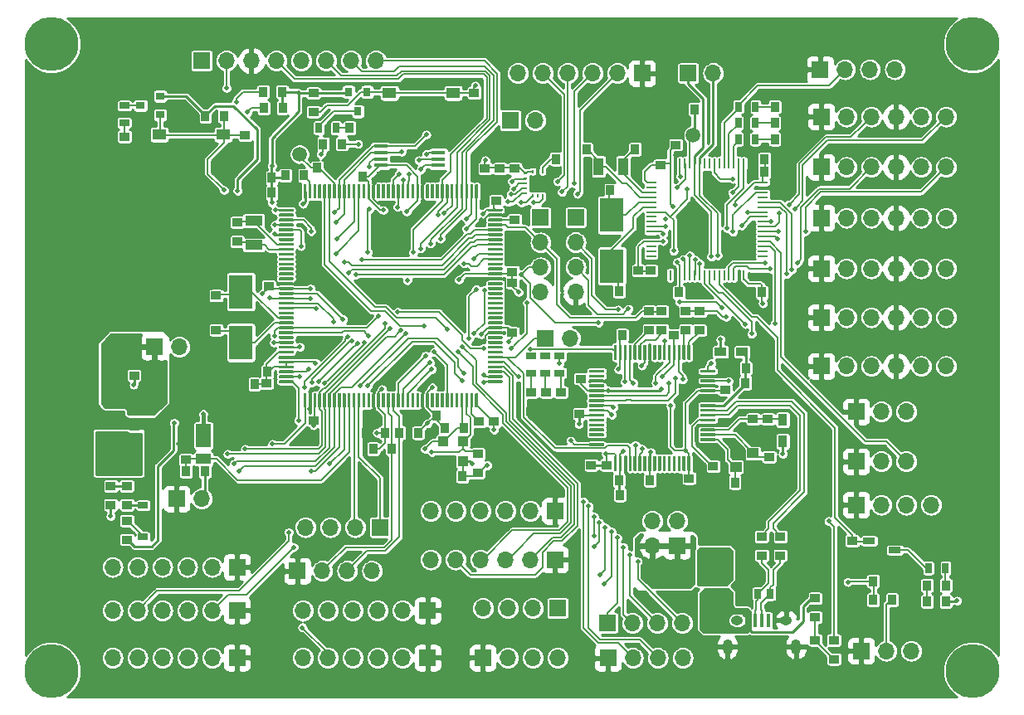
<source format=gbr>
G04 #@! TF.GenerationSoftware,KiCad,Pcbnew,(5.1.2)-1*
G04 #@! TF.CreationDate,2021-02-01T19:25:33-05:00*
G04 #@! TF.ProjectId,ZP-Breakout,5a502d42-7265-4616-9b6f-75742e6b6963,rev?*
G04 #@! TF.SameCoordinates,Original*
G04 #@! TF.FileFunction,Copper,L1,Top*
G04 #@! TF.FilePolarity,Positive*
%FSLAX46Y46*%
G04 Gerber Fmt 4.6, Leading zero omitted, Abs format (unit mm)*
G04 Created by KiCad (PCBNEW (5.1.2)-1) date 2021-02-01 19:25:33*
%MOMM*%
%LPD*%
G04 APERTURE LIST*
G04 #@! TA.AperFunction,ComponentPad*
%ADD10O,1.700000X1.700000*%
G04 #@! TD*
G04 #@! TA.AperFunction,ComponentPad*
%ADD11R,1.700000X1.700000*%
G04 #@! TD*
G04 #@! TA.AperFunction,SMDPad,CuDef*
%ADD12R,0.845000X1.000000*%
G04 #@! TD*
G04 #@! TA.AperFunction,SMDPad,CuDef*
%ADD13R,1.400000X1.100000*%
G04 #@! TD*
G04 #@! TA.AperFunction,SMDPad,CuDef*
%ADD14R,1.000000X0.845000*%
G04 #@! TD*
G04 #@! TA.AperFunction,SMDPad,CuDef*
%ADD15R,0.250000X1.000000*%
G04 #@! TD*
G04 #@! TA.AperFunction,SMDPad,CuDef*
%ADD16R,1.000000X0.250000*%
G04 #@! TD*
G04 #@! TA.AperFunction,SMDPad,CuDef*
%ADD17R,0.900000X1.200000*%
G04 #@! TD*
G04 #@! TA.AperFunction,SMDPad,CuDef*
%ADD18R,1.050000X1.500000*%
G04 #@! TD*
G04 #@! TA.AperFunction,SMDPad,CuDef*
%ADD19R,2.400000X1.500000*%
G04 #@! TD*
G04 #@! TA.AperFunction,SMDPad,CuDef*
%ADD20R,0.250000X0.350000*%
G04 #@! TD*
G04 #@! TA.AperFunction,SMDPad,CuDef*
%ADD21R,0.350000X0.250000*%
G04 #@! TD*
G04 #@! TA.AperFunction,SMDPad,CuDef*
%ADD22R,1.200000X0.900000*%
G04 #@! TD*
G04 #@! TA.AperFunction,SMDPad,CuDef*
%ADD23R,1.000000X0.670000*%
G04 #@! TD*
G04 #@! TA.AperFunction,SMDPad,CuDef*
%ADD24R,0.670000X1.000000*%
G04 #@! TD*
G04 #@! TA.AperFunction,SMDPad,CuDef*
%ADD25R,0.900000X0.800000*%
G04 #@! TD*
G04 #@! TA.AperFunction,SMDPad,CuDef*
%ADD26R,0.800000X0.900000*%
G04 #@! TD*
G04 #@! TA.AperFunction,SMDPad,CuDef*
%ADD27R,1.000000X1.800000*%
G04 #@! TD*
G04 #@! TA.AperFunction,Conductor*
%ADD28C,0.150000*%
G04 #@! TD*
G04 #@! TA.AperFunction,SMDPad,CuDef*
%ADD29C,0.300000*%
G04 #@! TD*
G04 #@! TA.AperFunction,ComponentPad*
%ADD30C,5.500000*%
G04 #@! TD*
G04 #@! TA.AperFunction,SMDPad,CuDef*
%ADD31R,2.000000X3.800000*%
G04 #@! TD*
G04 #@! TA.AperFunction,SMDPad,CuDef*
%ADD32R,2.000000X1.500000*%
G04 #@! TD*
G04 #@! TA.AperFunction,SMDPad,CuDef*
%ADD33R,1.220000X0.650000*%
G04 #@! TD*
G04 #@! TA.AperFunction,SMDPad,CuDef*
%ADD34R,1.150000X1.000000*%
G04 #@! TD*
G04 #@! TA.AperFunction,SMDPad,CuDef*
%ADD35R,2.400000X3.500000*%
G04 #@! TD*
G04 #@! TA.AperFunction,SMDPad,CuDef*
%ADD36R,1.800000X1.000000*%
G04 #@! TD*
G04 #@! TA.AperFunction,SMDPad,CuDef*
%ADD37R,1.450000X0.450000*%
G04 #@! TD*
G04 #@! TA.AperFunction,SMDPad,CuDef*
%ADD38R,1.500000X1.050000*%
G04 #@! TD*
G04 #@! TA.AperFunction,SMDPad,CuDef*
%ADD39R,1.500000X2.400000*%
G04 #@! TD*
G04 #@! TA.AperFunction,BGAPad,CuDef*
%ADD40C,1.500000*%
G04 #@! TD*
G04 #@! TA.AperFunction,SMDPad,CuDef*
%ADD41R,1.000000X1.000000*%
G04 #@! TD*
G04 #@! TA.AperFunction,ComponentPad*
%ADD42O,1.000000X1.550000*%
G04 #@! TD*
G04 #@! TA.AperFunction,ComponentPad*
%ADD43O,1.250000X0.950000*%
G04 #@! TD*
G04 #@! TA.AperFunction,SMDPad,CuDef*
%ADD44R,0.400000X1.350000*%
G04 #@! TD*
G04 #@! TA.AperFunction,SMDPad,CuDef*
%ADD45R,1.500000X1.550000*%
G04 #@! TD*
G04 #@! TA.AperFunction,ViaPad*
%ADD46C,0.508000*%
G04 #@! TD*
G04 #@! TA.AperFunction,Conductor*
%ADD47C,0.203200*%
G04 #@! TD*
G04 #@! TA.AperFunction,Conductor*
%ADD48C,0.254000*%
G04 #@! TD*
G04 #@! TA.AperFunction,Conductor*
%ADD49C,0.406400*%
G04 #@! TD*
G04 #@! TA.AperFunction,Conductor*
%ADD50C,0.202400*%
G04 #@! TD*
G04 #@! TA.AperFunction,Conductor*
%ADD51C,0.381000*%
G04 #@! TD*
G04 APERTURE END LIST*
D10*
G04 #@! TO.P,TMS1-2,4*
G04 #@! TO.N,/TDO1_TST*
X117348000Y-149606000D03*
G04 #@! TO.P,TMS1-2,3*
G04 #@! TO.N,/TMS1_TST*
X114808000Y-149606000D03*
G04 #@! TO.P,TMS1-2,2*
G04 #@! TO.N,/TDO2_TST*
X112268000Y-149606000D03*
D11*
G04 #@! TO.P,TMS1-2,1*
G04 #@! TO.N,/TMS2_TST*
X109728000Y-149606000D03*
G04 #@! TD*
D10*
G04 #@! TO.P,J1,4*
G04 #@! TO.N,/UART1_RTS_TST*
X97028000Y-148082000D03*
G04 #@! TO.P,J1,3*
G04 #@! TO.N,/UART1_CTS_TST*
X99568000Y-148082000D03*
G04 #@! TO.P,J1,2*
G04 #@! TO.N,/UART2_RTS_TST*
X102108000Y-148082000D03*
D11*
G04 #@! TO.P,J1,1*
G04 #@! TO.N,/UART2_CTS_TST*
X104648000Y-148082000D03*
G04 #@! TD*
D10*
G04 #@! TO.P,RSSI1,3*
G04 #@! TO.N,/RSSI*
X140208000Y-133096000D03*
G04 #@! TO.P,RSSI1,2*
G04 #@! TO.N,Net-(RSSI1-Pad2)*
X137668000Y-133096000D03*
D11*
G04 #@! TO.P,RSSI1,1*
G04 #@! TO.N,GND*
X135128000Y-133096000D03*
G04 #@! TD*
D12*
G04 #@! TO.P,R44,2*
G04 #@! TO.N,/SCL1*
X74612500Y-95377000D03*
G04 #@! TO.P,R44,1*
G04 #@! TO.N,/3V3*
X76537500Y-95377000D03*
G04 #@! TD*
G04 #@! TO.P,R49,2*
G04 #@! TO.N,/SDA4*
X88519000Y-130175000D03*
G04 #@! TO.P,R49,1*
G04 #@! TO.N,/3V3*
X90444000Y-130175000D03*
G04 #@! TD*
D13*
G04 #@! TO.P,SW1,1*
G04 #@! TO.N,/NRST_SAFETY*
X87500000Y-95500000D03*
G04 #@! TO.P,SW1,3*
G04 #@! TO.N,GND*
X87500000Y-98500000D03*
G04 #@! TO.P,SW1,2*
G04 #@! TO.N,/NRST_SAFETY*
X94000000Y-95500000D03*
G04 #@! TO.P,SW1,4*
G04 #@! TO.N,GND*
X94000000Y-98500000D03*
G04 #@! TD*
D14*
G04 #@! TO.P,R1,2*
G04 #@! TO.N,/3V3*
X79750000Y-95500000D03*
G04 #@! TO.P,R1,1*
G04 #@! TO.N,/NRST_SAFETY*
X79750000Y-97425000D03*
G04 #@! TD*
D10*
G04 #@! TO.P,V_ISNS1,2*
G04 #@! TO.N,/V_ISENSE*
X68326000Y-136906000D03*
D11*
G04 #@! TO.P,V_ISNS1,1*
G04 #@! TO.N,GND*
X65786000Y-136906000D03*
G04 #@! TD*
D10*
G04 #@! TO.P,PPM1,3*
G04 #@! TO.N,/PPM*
X140208000Y-128016000D03*
G04 #@! TO.P,PPM1,2*
G04 #@! TO.N,Net-(PPM1-Pad2)*
X137668000Y-128016000D03*
D11*
G04 #@! TO.P,PPM1,1*
G04 #@! TO.N,GND*
X135128000Y-128016000D03*
G04 #@! TD*
D10*
G04 #@! TO.P,GPIO_AUTO1,4*
G04 #@! TO.N,/PC4*
X78930500Y-139827000D03*
G04 #@! TO.P,GPIO_AUTO1,3*
G04 #@! TO.N,/PC5*
X81470500Y-139827000D03*
G04 #@! TO.P,GPIO_AUTO1,2*
G04 #@! TO.N,/PB1*
X84010500Y-139827000D03*
D11*
G04 #@! TO.P,GPIO_AUTO1,1*
G04 #@! TO.N,/PB2*
X86550500Y-139827000D03*
G04 #@! TD*
D10*
G04 #@! TO.P,SPI6_SAFE_AUTO1,6*
G04 #@! TO.N,/5V_INT*
X59245500Y-143891000D03*
G04 #@! TO.P,SPI6_SAFE_AUTO1,5*
G04 #@! TO.N,/SCK6*
X61785500Y-143891000D03*
G04 #@! TO.P,SPI6_SAFE_AUTO1,4*
G04 #@! TO.N,/MISO6*
X64325500Y-143891000D03*
G04 #@! TO.P,SPI6_SAFE_AUTO1,3*
G04 #@! TO.N,/MOSI6*
X66865500Y-143891000D03*
G04 #@! TO.P,SPI6_SAFE_AUTO1,2*
G04 #@! TO.N,/NSS6*
X69405500Y-143891000D03*
D11*
G04 #@! TO.P,SPI6_SAFE_AUTO1,1*
G04 #@! TO.N,GND*
X71945500Y-143891000D03*
G04 #@! TD*
D10*
G04 #@! TO.P,J32,8*
G04 #@! TO.N,/SD_D2*
X86106000Y-92202000D03*
G04 #@! TO.P,J32,7*
G04 #@! TO.N,/SD_D3*
X83566000Y-92202000D03*
G04 #@! TO.P,J32,6*
G04 #@! TO.N,/SD_CK*
X81026000Y-92202000D03*
G04 #@! TO.P,J32,5*
G04 #@! TO.N,/3V3*
X78486000Y-92202000D03*
G04 #@! TO.P,J32,4*
G04 #@! TO.N,/SD_CMD*
X75946000Y-92202000D03*
G04 #@! TO.P,J32,3*
G04 #@! TO.N,GND*
X73406000Y-92202000D03*
G04 #@! TO.P,J32,2*
G04 #@! TO.N,/SD_D0*
X70866000Y-92202000D03*
D11*
G04 #@! TO.P,J32,1*
G04 #@! TO.N,/SD_D1*
X68326000Y-92202000D03*
G04 #@! TD*
D12*
G04 #@! TO.P,C36,2*
G04 #@! TO.N,GND*
X73562500Y-105677000D03*
G04 #@! TO.P,C36,1*
G04 #@! TO.N,/3V3*
X75487500Y-105677000D03*
G04 #@! TD*
G04 #@! TO.P,C38,2*
G04 #@! TO.N,/3V3*
X75487500Y-104153000D03*
G04 #@! TO.P,C38,1*
G04 #@! TO.N,GND*
X73562500Y-104153000D03*
G04 #@! TD*
G04 #@! TO.P,C74,2*
G04 #@! TO.N,GND*
X123586500Y-115837000D03*
G04 #@! TO.P,C74,1*
G04 #@! TO.N,/3V3*
X125511500Y-115837000D03*
G04 #@! TD*
D14*
G04 #@! TO.P,C30,2*
G04 #@! TO.N,GND*
X98171000Y-130957000D03*
G04 #@! TO.P,C30,1*
G04 #@! TO.N,/3V3*
X98171000Y-129032000D03*
G04 #@! TD*
G04 #@! TO.P,C41,2*
G04 #@! TO.N,Net-(C41-Pad2)*
X96647000Y-129032000D03*
G04 #@! TO.P,C41,1*
G04 #@! TO.N,GND*
X96647000Y-130957000D03*
G04 #@! TD*
D13*
G04 #@! TO.P,SW2,1*
G04 #@! TO.N,/NRST_PILOT*
X64020000Y-99750000D03*
G04 #@! TO.P,SW2,3*
G04 #@! TO.N,GND*
X64020000Y-102750000D03*
G04 #@! TO.P,SW2,2*
G04 #@! TO.N,/NRST_PILOT*
X70520000Y-99750000D03*
G04 #@! TO.P,SW2,4*
G04 #@! TO.N,GND*
X70520000Y-102750000D03*
G04 #@! TD*
D14*
G04 #@! TO.P,R8,2*
G04 #@! TO.N,Net-(R8-Pad2)*
X59055000Y-135616000D03*
G04 #@! TO.P,R8,1*
G04 #@! TO.N,/5V_INT*
X59055000Y-137541000D03*
G04 #@! TD*
D15*
G04 #@! TO.P,U9,64*
G04 #@! TO.N,/3V3*
X116138000Y-102694500D03*
G04 #@! TO.P,U9,63*
G04 #@! TO.N,GND*
X116638000Y-102694500D03*
G04 #@! TO.P,U9,62*
G04 #@! TO.N,/SDA1*
X117138000Y-102694500D03*
G04 #@! TO.P,U9,61*
G04 #@! TO.N,/SCL1*
X117638000Y-102694500D03*
G04 #@! TO.P,U9,60*
G04 #@! TO.N,Net-(R54-Pad1)*
X118138000Y-102694500D03*
G04 #@! TO.P,U9,59*
G04 #@! TO.N,/SAFETY_DBG_RX*
X118638000Y-102694500D03*
G04 #@! TO.P,U9,58*
G04 #@! TO.N,/SAFETY_DBG_TX*
X119138000Y-102694500D03*
G04 #@! TO.P,U9,57*
G04 #@! TO.N,Net-(U9-Pad57)*
X119638000Y-102694500D03*
G04 #@! TO.P,U9,56*
G04 #@! TO.N,Net-(U9-Pad56)*
X120138000Y-102694500D03*
G04 #@! TO.P,U9,55*
G04 #@! TO.N,/PWM 1-12/PWM8*
X120638000Y-102694500D03*
G04 #@! TO.P,U9,54*
G04 #@! TO.N,Net-(U9-Pad54)*
X121138000Y-102694500D03*
G04 #@! TO.P,U9,53*
G04 #@! TO.N,/S_PC12*
X121638000Y-102694500D03*
G04 #@! TO.P,U9,52*
G04 #@! TO.N,Net-(D13-Pad2)*
X122138000Y-102694500D03*
G04 #@! TO.P,U9,51*
G04 #@! TO.N,Net-(D14-Pad2)*
X122638000Y-102694500D03*
G04 #@! TO.P,U9,50*
G04 #@! TO.N,/PWM 1-12/PWM7*
X123138000Y-102694500D03*
G04 #@! TO.P,U9,49*
G04 #@! TO.N,/SCLK_SAFETY*
X123638000Y-102694500D03*
D16*
G04 #@! TO.P,U9,48*
G04 #@! TO.N,/3V3*
X125588000Y-104644500D03*
G04 #@! TO.P,U9,47*
G04 #@! TO.N,GND*
X125588000Y-105144500D03*
G04 #@! TO.P,U9,46*
G04 #@! TO.N,/SWIO_SAFETY*
X125588000Y-105644500D03*
G04 #@! TO.P,U9,45*
G04 #@! TO.N,Net-(U9-Pad45)*
X125588000Y-106144500D03*
G04 #@! TO.P,U9,44*
G04 #@! TO.N,/PWM 1-12/PWM4*
X125588000Y-106644500D03*
G04 #@! TO.P,U9,43*
G04 #@! TO.N,/PWM 1-12/PWM3*
X125588000Y-107144500D03*
G04 #@! TO.P,U9,42*
G04 #@! TO.N,/PWM 1-12/PWM2*
X125588000Y-107644500D03*
G04 #@! TO.P,U9,41*
G04 #@! TO.N,/PWM 1-12/PWM1*
X125588000Y-108144500D03*
G04 #@! TO.P,U9,40*
G04 #@! TO.N,/PWM 1-12/PWM12*
X125588000Y-108644500D03*
G04 #@! TO.P,U9,39*
G04 #@! TO.N,/PWM 1-12/PWM11*
X125588000Y-109144500D03*
G04 #@! TO.P,U9,38*
G04 #@! TO.N,/PWM 1-12/PWM10*
X125588000Y-109644500D03*
G04 #@! TO.P,U9,37*
G04 #@! TO.N,/PWM 1-12/PWM6*
X125588000Y-110144500D03*
G04 #@! TO.P,U9,36*
G04 #@! TO.N,/RSSI*
X125588000Y-110644500D03*
G04 #@! TO.P,U9,35*
G04 #@! TO.N,/PPM*
X125588000Y-111144500D03*
G04 #@! TO.P,U9,34*
G04 #@! TO.N,Net-(U9-Pad34)*
X125588000Y-111644500D03*
G04 #@! TO.P,U9,33*
G04 #@! TO.N,Net-(U9-Pad33)*
X125588000Y-112144500D03*
D15*
G04 #@! TO.P,U9,32*
G04 #@! TO.N,/3V3*
X123638000Y-114094500D03*
G04 #@! TO.P,U9,31*
G04 #@! TO.N,GND*
X123138000Y-114094500D03*
G04 #@! TO.P,U9,30*
G04 #@! TO.N,/PWM 1-12/PWM9*
X122638000Y-114094500D03*
G04 #@! TO.P,U9,29*
G04 #@! TO.N,/PWM 1-12/PWM5*
X122138000Y-114094500D03*
G04 #@! TO.P,U9,28*
G04 #@! TO.N,Net-(U9-Pad28)*
X121638000Y-114094500D03*
G04 #@! TO.P,U9,27*
G04 #@! TO.N,Net-(Q2-Pad1)*
X121138000Y-114094500D03*
G04 #@! TO.P,U9,26*
G04 #@! TO.N,Net-(U9-Pad26)*
X120638000Y-114094500D03*
G04 #@! TO.P,U9,25*
G04 #@! TO.N,/UHF_RX*
X120138000Y-114094500D03*
G04 #@! TO.P,U9,24*
G04 #@! TO.N,/UHF_TX*
X119638000Y-114094500D03*
G04 #@! TO.P,U9,23*
G04 #@! TO.N,/MOSI6*
X119138000Y-114094500D03*
G04 #@! TO.P,U9,22*
G04 #@! TO.N,/MISO6*
X118638000Y-114094500D03*
G04 #@! TO.P,U9,21*
G04 #@! TO.N,/SCK6*
X118138000Y-114094500D03*
G04 #@! TO.P,U9,20*
G04 #@! TO.N,/NSS6*
X117638000Y-114094500D03*
G04 #@! TO.P,U9,19*
G04 #@! TO.N,/3V3*
X117138000Y-114094500D03*
G04 #@! TO.P,U9,18*
G04 #@! TO.N,GND*
X116638000Y-114094500D03*
G04 #@! TO.P,U9,17*
G04 #@! TO.N,Net-(U9-Pad17)*
X116138000Y-114094500D03*
D16*
G04 #@! TO.P,U9,16*
G04 #@! TO.N,Net-(U9-Pad16)*
X114188000Y-112144500D03*
G04 #@! TO.P,U9,15*
G04 #@! TO.N,Net-(U9-Pad15)*
X114188000Y-111644500D03*
G04 #@! TO.P,U9,14*
G04 #@! TO.N,Net-(U9-Pad14)*
X114188000Y-111144500D03*
G04 #@! TO.P,U9,13*
G04 #@! TO.N,/3V3*
X114188000Y-110644500D03*
G04 #@! TO.P,U9,12*
G04 #@! TO.N,GND*
X114188000Y-110144500D03*
G04 #@! TO.P,U9,11*
G04 #@! TO.N,/S_PC3*
X114188000Y-109644500D03*
G04 #@! TO.P,U9,10*
G04 #@! TO.N,/S_PC2*
X114188000Y-109144500D03*
G04 #@! TO.P,U9,9*
G04 #@! TO.N,Net-(U9-Pad9)*
X114188000Y-108644500D03*
G04 #@! TO.P,U9,8*
G04 #@! TO.N,Net-(U9-Pad8)*
X114188000Y-108144500D03*
G04 #@! TO.P,U9,7*
G04 #@! TO.N,/NRST_SAFETY*
X114188000Y-107644500D03*
G04 #@! TO.P,U9,6*
G04 #@! TO.N,Net-(C68-Pad2)*
X114188000Y-107144500D03*
G04 #@! TO.P,U9,5*
G04 #@! TO.N,Net-(C67-Pad2)*
X114188000Y-106644500D03*
G04 #@! TO.P,U9,4*
G04 #@! TO.N,Net-(C66-Pad2)*
X114188000Y-106144500D03*
G04 #@! TO.P,U9,3*
G04 #@! TO.N,Net-(C65-Pad2)*
X114188000Y-105644500D03*
G04 #@! TO.P,U9,2*
G04 #@! TO.N,Net-(U9-Pad2)*
X114188000Y-105144500D03*
G04 #@! TO.P,U9,1*
G04 #@! TO.N,/3V3*
X114188000Y-104644500D03*
G04 #@! TD*
D14*
G04 #@! TO.P,C42,2*
G04 #@! TO.N,Net-(C42-Pad2)*
X100266500Y-108458000D03*
G04 #@! TO.P,C42,1*
G04 #@! TO.N,GND*
X100266500Y-110383000D03*
G04 #@! TD*
D10*
G04 #@! TO.P,I2C1_SAFE_AUTO1,2*
G04 #@! TO.N,/SDA1*
X102362000Y-98298000D03*
D11*
G04 #@! TO.P,I2C1_SAFE_AUTO1,1*
G04 #@! TO.N,/SCL1*
X99822000Y-98298000D03*
G04 #@! TD*
D10*
G04 #@! TO.P,SPI5,6*
G04 #@! TO.N,/5V_INT*
X91694000Y-138159500D03*
G04 #@! TO.P,SPI5,5*
G04 #@! TO.N,/SCK5*
X94234000Y-138159500D03*
G04 #@! TO.P,SPI5,4*
G04 #@! TO.N,/MISO5*
X96774000Y-138159500D03*
G04 #@! TO.P,SPI5,3*
G04 #@! TO.N,/MOSI5*
X99314000Y-138159500D03*
G04 #@! TO.P,SPI5,2*
G04 #@! TO.N,/NSS5*
X101854000Y-138159500D03*
D11*
G04 #@! TO.P,SPI5,1*
G04 #@! TO.N,GND*
X104394000Y-138159500D03*
G04 #@! TD*
D14*
G04 #@! TO.P,R48,2*
G04 #@! TO.N,/SDA2*
X96520000Y-132334000D03*
G04 #@! TO.P,R48,1*
G04 #@! TO.N,/3V3*
X96520000Y-134259000D03*
G04 #@! TD*
D12*
G04 #@! TO.P,C72,2*
G04 #@! TO.N,GND*
X127670500Y-102248000D03*
G04 #@! TO.P,C72,1*
G04 #@! TO.N,/3V3*
X125745500Y-102248000D03*
G04 #@! TD*
G04 #@! TO.P,C71,2*
G04 #@! TO.N,GND*
X127656500Y-103518000D03*
G04 #@! TO.P,C71,1*
G04 #@! TO.N,/3V3*
X125731500Y-103518000D03*
G04 #@! TD*
D10*
G04 #@! TO.P,J31,2*
G04 #@! TO.N,/3V3*
X66040000Y-121412000D03*
D11*
G04 #@! TO.P,J31,1*
G04 #@! TO.N,/POWER/3V3_JMP*
X63500000Y-121412000D03*
G04 #@! TD*
D12*
G04 #@! TO.P,R46,2*
G04 #@! TO.N,/SCL4*
X87757000Y-131826000D03*
G04 #@! TO.P,R46,1*
G04 #@! TO.N,/3V3*
X85832000Y-131826000D03*
G04 #@! TD*
D10*
G04 #@! TO.P,J30,4*
G04 #@! TO.N,/5V_INT*
X114300000Y-139192000D03*
G04 #@! TO.P,J30,3*
G04 #@! TO.N,/POWER/5V_INT_JMP*
X114300000Y-141732000D03*
G04 #@! TO.P,J30,2*
G04 #@! TO.N,/6V_EXT*
X116840000Y-139192000D03*
D11*
G04 #@! TO.P,J30,1*
G04 #@! TO.N,/POWER/5V_INT_JMP*
X116840000Y-141732000D03*
G04 #@! TD*
D14*
G04 #@! TO.P,C57,2*
G04 #@! TO.N,GND*
X124587000Y-130703000D03*
G04 #@! TO.P,C57,1*
G04 #@! TO.N,Net-(C57-Pad1)*
X124587000Y-128778000D03*
G04 #@! TD*
D17*
G04 #@! TO.P,L4,1*
G04 #@! TO.N,Net-(C57-Pad1)*
X127635000Y-128864000D03*
G04 #@! TO.P,L4,2*
G04 #@! TO.N,/3V3*
X127635000Y-131064000D03*
G04 #@! TD*
D14*
G04 #@! TO.P,C59,2*
G04 #@! TO.N,GND*
X126111000Y-130703000D03*
G04 #@! TO.P,C59,1*
G04 #@! TO.N,Net-(C57-Pad1)*
X126111000Y-128778000D03*
G04 #@! TD*
D18*
G04 #@! TO.P,D8,2*
G04 #@! TO.N,Net-(C2-Pad2)*
X119697500Y-144827000D03*
D19*
G04 #@! TO.P,D8,1*
G04 #@! TO.N,/POWER/5V_INT_JMP*
X117322500Y-144827000D03*
G04 #@! TD*
D10*
G04 #@! TO.P,AIRSPEED1,3*
G04 #@! TO.N,/5V_INT*
X140716000Y-152447000D03*
G04 #@! TO.P,AIRSPEED1,2*
G04 #@! TO.N,/AIR_SPD*
X138176000Y-152447000D03*
D11*
G04 #@! TO.P,AIRSPEED1,1*
G04 #@! TO.N,GND*
X135636000Y-152447000D03*
G04 #@! TD*
D20*
G04 #@! TO.P,U6,14*
G04 #@! TO.N,Net-(C46-Pad1)*
X103108000Y-103505000D03*
G04 #@! TO.P,U6,15*
G04 #@! TO.N,GND*
X102608000Y-103505000D03*
G04 #@! TO.P,U6,16*
G04 #@! TO.N,/3V3*
X102108000Y-103505000D03*
G04 #@! TO.P,U6,8*
G04 #@! TO.N,/SENSORS/IMU_FSYNC*
X103108000Y-105955000D03*
G04 #@! TO.P,U6,7*
G04 #@! TO.N,Net-(U6-Pad7)*
X102608000Y-105955000D03*
G04 #@! TO.P,U6,6*
G04 #@! TO.N,/SENSORS/IMU_INT*
X102108000Y-105955000D03*
D21*
G04 #@! TO.P,U6,9*
G04 #@! TO.N,GND*
X103833000Y-105730000D03*
G04 #@! TO.P,U6,10*
X103833000Y-105230000D03*
G04 #@! TO.P,U6,11*
X103833000Y-104730000D03*
G04 #@! TO.P,U6,12*
X103833000Y-104230000D03*
G04 #@! TO.P,U6,13*
X103833000Y-103730000D03*
G04 #@! TO.P,U6,5*
G04 #@! TO.N,/NSS1*
X101383000Y-105730000D03*
G04 #@! TO.P,U6,4*
G04 #@! TO.N,/MISO1*
X101383000Y-105230000D03*
G04 #@! TO.P,U6,3*
G04 #@! TO.N,/MOSI1*
X101383000Y-104730000D03*
G04 #@! TO.P,U6,2*
G04 #@! TO.N,/SCK1*
X101383000Y-104230000D03*
G04 #@! TO.P,U6,1*
G04 #@! TO.N,/3V3*
X101383000Y-103730000D03*
G04 #@! TD*
D22*
G04 #@! TO.P,L3,1*
G04 #@! TO.N,Net-(C58-Pad1)*
X123485000Y-121920000D03*
G04 #@! TO.P,L3,2*
G04 #@! TO.N,/3V3*
X121285000Y-121920000D03*
G04 #@! TD*
D23*
G04 #@! TO.P,D16,2*
G04 #@! TO.N,Net-(D16-Pad2)*
X62357000Y-137582000D03*
G04 #@! TO.P,D16,1*
G04 #@! TO.N,GND*
X62357000Y-135832000D03*
G04 #@! TD*
G04 #@! TO.P,D15,2*
G04 #@! TO.N,Net-(D15-Pad2)*
X62357000Y-140815000D03*
G04 #@! TO.P,D15,1*
G04 #@! TO.N,GND*
X62357000Y-139065000D03*
G04 #@! TD*
D24*
G04 #@! TO.P,D14,2*
G04 #@! TO.N,Net-(D14-Pad2)*
X123077000Y-100203000D03*
G04 #@! TO.P,D14,1*
G04 #@! TO.N,Net-(D14-Pad1)*
X124827000Y-100203000D03*
G04 #@! TD*
G04 #@! TO.P,D13,2*
G04 #@! TO.N,Net-(D13-Pad2)*
X123077000Y-98552000D03*
G04 #@! TO.P,D13,1*
G04 #@! TO.N,Net-(D13-Pad1)*
X124827000Y-98552000D03*
G04 #@! TD*
G04 #@! TO.P,D12,2*
G04 #@! TO.N,/S_PC12*
X123091000Y-96901000D03*
G04 #@! TO.P,D12,1*
G04 #@! TO.N,Net-(D12-Pad1)*
X124841000Y-96901000D03*
G04 #@! TD*
G04 #@! TO.P,D11,1*
G04 #@! TO.N,/USB Interface/DR+*
X126365000Y-146605000D03*
G04 #@! TO.P,D11,2*
G04 #@! TO.N,GND*
X128115000Y-146605000D03*
G04 #@! TD*
G04 #@! TO.P,D10,1*
G04 #@! TO.N,/USB Interface/DR-*
X125081000Y-146618000D03*
G04 #@! TO.P,D10,2*
G04 #@! TO.N,GND*
X123331000Y-146618000D03*
G04 #@! TD*
D23*
G04 #@! TO.P,D7,2*
G04 #@! TO.N,Net-(D7-Pad2)*
X103378000Y-122328000D03*
G04 #@! TO.P,D7,1*
G04 #@! TO.N,Net-(D7-Pad1)*
X103378000Y-124078000D03*
G04 #@! TD*
G04 #@! TO.P,D6,2*
G04 #@! TO.N,Net-(D6-Pad2)*
X101943000Y-122328000D03*
G04 #@! TO.P,D6,1*
G04 #@! TO.N,Net-(D6-Pad1)*
X101943000Y-124078000D03*
G04 #@! TD*
G04 #@! TO.P,D5,2*
G04 #@! TO.N,Net-(D5-Pad2)*
X104864000Y-122328000D03*
G04 #@! TO.P,D5,1*
G04 #@! TO.N,Net-(D5-Pad1)*
X104864000Y-124078000D03*
G04 #@! TD*
D24*
G04 #@! TO.P,D4,2*
G04 #@! TO.N,Net-(D4-Pad2)*
X144232600Y-143988800D03*
G04 #@! TO.P,D4,1*
G04 #@! TO.N,Net-(D4-Pad1)*
X142482600Y-143988800D03*
G04 #@! TD*
D23*
G04 #@! TO.P,D3,2*
G04 #@! TO.N,Net-(D3-Pad2)*
X60452000Y-96788000D03*
G04 #@! TO.P,D3,1*
G04 #@! TO.N,Net-(D3-Pad1)*
X60452000Y-98538000D03*
G04 #@! TD*
D24*
G04 #@! TO.P,D2,2*
G04 #@! TO.N,Net-(D2-Pad2)*
X80292000Y-99060000D03*
G04 #@! TO.P,D2,1*
G04 #@! TO.N,Net-(D2-Pad1)*
X82042000Y-99060000D03*
G04 #@! TD*
G04 #@! TO.P,D1,2*
G04 #@! TO.N,GND*
X118251000Y-147066000D03*
G04 #@! TO.P,D1,1*
G04 #@! TO.N,/5V_USB*
X120001000Y-147066000D03*
G04 #@! TD*
D14*
G04 #@! TO.P,C76,2*
G04 #@! TO.N,GND*
X116713000Y-98859500D03*
G04 #@! TO.P,C76,1*
G04 #@! TO.N,/3V3*
X116713000Y-100784500D03*
G04 #@! TD*
G04 #@! TO.P,C75,1*
G04 #@! TO.N,/3V3*
X115151000Y-102843500D03*
G04 #@! TO.P,C75,2*
G04 #@! TO.N,GND*
X115151000Y-100918500D03*
G04 #@! TD*
D12*
G04 #@! TO.P,C73,2*
G04 #@! TO.N,GND*
X118921500Y-115837000D03*
G04 #@! TO.P,C73,1*
G04 #@! TO.N,/3V3*
X116996500Y-115837000D03*
G04 #@! TD*
D14*
G04 #@! TO.P,C70,2*
G04 #@! TO.N,GND*
X112903000Y-115543500D03*
G04 #@! TO.P,C70,1*
G04 #@! TO.N,/3V3*
X112903000Y-113618500D03*
G04 #@! TD*
G04 #@! TO.P,C69,2*
G04 #@! TO.N,GND*
X114173000Y-115543500D03*
G04 #@! TO.P,C69,1*
G04 #@! TO.N,/3V3*
X114173000Y-113618500D03*
G04 #@! TD*
D12*
G04 #@! TO.P,C68,2*
G04 #@! TO.N,Net-(C68-Pad2)*
X110920500Y-115710000D03*
G04 #@! TO.P,C68,1*
G04 #@! TO.N,GND*
X108995500Y-115710000D03*
G04 #@! TD*
G04 #@! TO.P,C67,2*
G04 #@! TO.N,Net-(C67-Pad2)*
X110031500Y-105423000D03*
G04 #@! TO.P,C67,1*
G04 #@! TO.N,GND*
X108106500Y-105423000D03*
G04 #@! TD*
G04 #@! TO.P,C66,2*
G04 #@! TO.N,Net-(C66-Pad2)*
X107598500Y-101232000D03*
G04 #@! TO.P,C66,1*
G04 #@! TO.N,GND*
X109523500Y-101232000D03*
G04 #@! TD*
G04 #@! TO.P,C65,2*
G04 #@! TO.N,Net-(C65-Pad2)*
X112557500Y-101232000D03*
G04 #@! TO.P,C65,1*
G04 #@! TO.N,GND*
X110632500Y-101232000D03*
G04 #@! TD*
G04 #@! TO.P,C64,2*
G04 #@! TO.N,GND*
X112825500Y-135014000D03*
G04 #@! TO.P,C64,1*
G04 #@! TO.N,/3V3*
X110900500Y-135014000D03*
G04 #@! TD*
G04 #@! TO.P,C63,2*
G04 #@! TO.N,GND*
X112923000Y-136525000D03*
G04 #@! TO.P,C63,1*
G04 #@! TO.N,/3V3*
X110998000Y-136525000D03*
G04 #@! TD*
G04 #@! TO.P,C62,2*
G04 #@! TO.N,GND*
X124660500Y-135255000D03*
G04 #@! TO.P,C62,1*
G04 #@! TO.N,Net-(C62-Pad1)*
X122735500Y-135255000D03*
G04 #@! TD*
D14*
G04 #@! TO.P,C61,2*
G04 #@! TO.N,GND*
X126238000Y-134566500D03*
G04 #@! TO.P,C61,1*
G04 #@! TO.N,Net-(C61-Pad1)*
X126238000Y-132641500D03*
G04 #@! TD*
D12*
G04 #@! TO.P,C60,2*
G04 #@! TO.N,GND*
X125779500Y-123571000D03*
G04 #@! TO.P,C60,1*
G04 #@! TO.N,Net-(C58-Pad1)*
X123854500Y-123571000D03*
G04 #@! TD*
G04 #@! TO.P,C58,2*
G04 #@! TO.N,GND*
X125751500Y-125108000D03*
G04 #@! TO.P,C58,1*
G04 #@! TO.N,Net-(C58-Pad1)*
X123826500Y-125108000D03*
G04 #@! TD*
D14*
G04 #@! TO.P,C56,2*
G04 #@! TO.N,GND*
X109690000Y-135402000D03*
G04 #@! TO.P,C56,1*
G04 #@! TO.N,Net-(C51-Pad1)*
X109690000Y-133477000D03*
G04 #@! TD*
G04 #@! TO.P,C55,2*
G04 #@! TO.N,GND*
X108077000Y-135402000D03*
G04 #@! TO.P,C55,1*
G04 #@! TO.N,Net-(C51-Pad1)*
X108077000Y-133477000D03*
G04 #@! TD*
G04 #@! TO.P,C54,2*
G04 #@! TO.N,GND*
X107023000Y-122734500D03*
G04 #@! TO.P,C54,1*
G04 #@! TO.N,Net-(C51-Pad1)*
X107023000Y-124659500D03*
G04 #@! TD*
G04 #@! TO.P,C53,2*
G04 #@! TO.N,GND*
X121755000Y-123877500D03*
G04 #@! TO.P,C53,1*
G04 #@! TO.N,Net-(C51-Pad1)*
X121755000Y-125802500D03*
G04 #@! TD*
D12*
G04 #@! TO.P,C52,2*
G04 #@! TO.N,GND*
X109313000Y-120218500D03*
G04 #@! TO.P,C52,1*
G04 #@! TO.N,/3V3*
X111238000Y-120218500D03*
G04 #@! TD*
D14*
G04 #@! TO.P,C51,2*
G04 #@! TO.N,GND*
X118072000Y-136752500D03*
G04 #@! TO.P,C51,1*
G04 #@! TO.N,Net-(C51-Pad1)*
X118072000Y-134827500D03*
G04 #@! TD*
G04 #@! TO.P,C50,2*
G04 #@! TO.N,GND*
X106896000Y-126318500D03*
G04 #@! TO.P,C50,1*
G04 #@! TO.N,/3V3*
X106896000Y-128243500D03*
G04 #@! TD*
D12*
G04 #@! TO.P,C49,2*
G04 #@! TO.N,GND*
X116000500Y-135014000D03*
G04 #@! TO.P,C49,1*
G04 #@! TO.N,/3V3*
X114075500Y-135014000D03*
G04 #@! TD*
D14*
G04 #@! TO.P,C48,2*
G04 #@! TO.N,GND*
X116548000Y-118317500D03*
G04 #@! TO.P,C48,1*
G04 #@! TO.N,/3V3*
X116548000Y-120242500D03*
G04 #@! TD*
D12*
G04 #@! TO.P,C47,2*
G04 #@! TO.N,/3V3*
X94942500Y-134620000D03*
G04 #@! TO.P,C47,1*
G04 #@! TO.N,GND*
X93017500Y-134620000D03*
G04 #@! TD*
G04 #@! TO.P,C46,2*
G04 #@! TO.N,GND*
X102542500Y-102235000D03*
G04 #@! TO.P,C46,1*
G04 #@! TO.N,Net-(C46-Pad1)*
X104467500Y-102235000D03*
G04 #@! TD*
D14*
G04 #@! TO.P,C45,2*
G04 #@! TO.N,GND*
X100292000Y-101285500D03*
G04 #@! TO.P,C45,1*
G04 #@! TO.N,/3V3*
X100292000Y-103210500D03*
G04 #@! TD*
G04 #@! TO.P,C44,2*
G04 #@! TO.N,GND*
X98768000Y-101285500D03*
G04 #@! TO.P,C44,1*
G04 #@! TO.N,/3V3*
X98768000Y-103210500D03*
G04 #@! TD*
G04 #@! TO.P,C43,2*
G04 #@! TO.N,/3V3*
X97244000Y-103210500D03*
G04 #@! TO.P,C43,1*
G04 #@! TO.N,GND*
X97244000Y-101285500D03*
G04 #@! TD*
G04 #@! TO.P,C40,2*
G04 #@! TO.N,GND*
X69812000Y-114253500D03*
G04 #@! TO.P,C40,1*
G04 #@! TO.N,Net-(C40-Pad1)*
X69812000Y-116178500D03*
G04 #@! TD*
G04 #@! TO.P,C39,2*
G04 #@! TO.N,GND*
X69812000Y-121611500D03*
G04 #@! TO.P,C39,1*
G04 #@! TO.N,Net-(C39-Pad1)*
X69812000Y-119686500D03*
G04 #@! TD*
G04 #@! TO.P,C37,2*
G04 #@! TO.N,/3V3*
X100038000Y-113737500D03*
G04 #@! TO.P,C37,1*
G04 #@! TO.N,GND*
X100038000Y-111812500D03*
G04 #@! TD*
G04 #@! TO.P,C35,2*
G04 #@! TO.N,GND*
X100038000Y-116785500D03*
G04 #@! TO.P,C35,1*
G04 #@! TO.N,/3V3*
X100038000Y-114860500D03*
G04 #@! TD*
D12*
G04 #@! TO.P,C34,2*
G04 #@! TO.N,GND*
X86663500Y-104026000D03*
G04 #@! TO.P,C34,1*
G04 #@! TO.N,/3V3*
X84738500Y-104026000D03*
G04 #@! TD*
D14*
G04 #@! TO.P,C33,2*
G04 #@! TO.N,GND*
X98387000Y-104587500D03*
G04 #@! TO.P,C33,1*
G04 #@! TO.N,/3V3*
X98387000Y-106512500D03*
G04 #@! TD*
G04 #@! TO.P,C32,2*
G04 #@! TO.N,/3V3*
X74930000Y-125134500D03*
G04 #@! TO.P,C32,1*
G04 #@! TO.N,GND*
X74930000Y-127059500D03*
G04 #@! TD*
G04 #@! TO.P,C31,2*
G04 #@! TO.N,GND*
X100038000Y-118063500D03*
G04 #@! TO.P,C31,1*
G04 #@! TO.N,/3V3*
X100038000Y-119988500D03*
G04 #@! TD*
D12*
G04 #@! TO.P,C29,2*
G04 #@! TO.N,GND*
X71794500Y-125222000D03*
G04 #@! TO.P,C29,1*
G04 #@! TO.N,/3V3*
X73719500Y-125222000D03*
G04 #@! TD*
G04 #@! TO.P,C28,2*
G04 #@! TO.N,GND*
X90364500Y-128397000D03*
G04 #@! TO.P,C28,1*
G04 #@! TO.N,/3V3*
X92289500Y-128397000D03*
G04 #@! TD*
G04 #@! TO.P,C27,2*
G04 #@! TO.N,GND*
X85129500Y-130175000D03*
G04 #@! TO.P,C27,1*
G04 #@! TO.N,/3V3*
X87054500Y-130175000D03*
G04 #@! TD*
D14*
G04 #@! TO.P,C26,1*
G04 #@! TO.N,/3V3*
X79756000Y-128905000D03*
G04 #@! TO.P,C26,2*
G04 #@! TO.N,GND*
X79756000Y-130830000D03*
G04 #@! TD*
D12*
G04 #@! TO.P,C25,2*
G04 #@! TO.N,GND*
X73092500Y-123952000D03*
G04 #@! TO.P,C25,1*
G04 #@! TO.N,/3V3*
X75017500Y-123952000D03*
G04 #@! TD*
D14*
G04 #@! TO.P,C24,1*
G04 #@! TO.N,/3V3*
X75184000Y-115189000D03*
G04 #@! TO.P,C24,2*
G04 #@! TO.N,GND*
X75184000Y-113264000D03*
G04 #@! TD*
G04 #@! TO.P,C23,2*
G04 #@! TO.N,GND*
X71971000Y-106760500D03*
G04 #@! TO.P,C23,1*
G04 #@! TO.N,Net-(C23-Pad1)*
X71971000Y-108685500D03*
G04 #@! TD*
G04 #@! TO.P,C22,2*
G04 #@! TO.N,GND*
X71971000Y-112594500D03*
G04 #@! TO.P,C22,1*
G04 #@! TO.N,Net-(C22-Pad1)*
X71971000Y-110669500D03*
G04 #@! TD*
G04 #@! TO.P,C9,2*
G04 #@! TO.N,GND*
X96139000Y-97409000D03*
G04 #@! TO.P,C9,1*
G04 #@! TO.N,/NRST_SAFETY*
X96139000Y-95484000D03*
G04 #@! TD*
G04 #@! TO.P,C8,2*
G04 #@! TO.N,GND*
X72771000Y-101747000D03*
G04 #@! TO.P,C8,1*
G04 #@! TO.N,/NRST_PILOT*
X72771000Y-99822000D03*
G04 #@! TD*
G04 #@! TO.P,C7,1*
G04 #@! TO.N,/POWER/3V3_JMP*
X61442600Y-126262000D03*
G04 #@! TO.P,C7,2*
G04 #@! TO.N,GND*
X61442600Y-124337000D03*
G04 #@! TD*
G04 #@! TO.P,C6,1*
G04 #@! TO.N,/POWER/3V3_JMP*
X61442600Y-127611000D03*
G04 #@! TO.P,C6,2*
G04 #@! TO.N,GND*
X61442600Y-129536000D03*
G04 #@! TD*
D12*
G04 #@! TO.P,C5,1*
G04 #@! TO.N,/5V_INT*
X61383100Y-131000500D03*
G04 #@! TO.P,C5,2*
G04 #@! TO.N,GND*
X63308100Y-131000500D03*
G04 #@! TD*
G04 #@! TO.P,C4,1*
G04 #@! TO.N,GND*
X63367600Y-132715000D03*
G04 #@! TO.P,C4,2*
G04 #@! TO.N,/5V_INT*
X61442600Y-132715000D03*
G04 #@! TD*
D14*
G04 #@! TO.P,C3,2*
G04 #@! TO.N,Net-(C2-Pad2)*
X119761000Y-142795000D03*
G04 #@! TO.P,C3,1*
G04 #@! TO.N,GND*
X119761000Y-140870000D03*
G04 #@! TD*
G04 #@! TO.P,C2,2*
G04 #@! TO.N,Net-(C2-Pad2)*
X121412000Y-142815000D03*
G04 #@! TO.P,C2,1*
G04 #@! TO.N,GND*
X121412000Y-140890000D03*
G04 #@! TD*
G04 #@! TO.P,C1,2*
G04 #@! TO.N,/5V_USB*
X120015000Y-149733000D03*
G04 #@! TO.P,C1,1*
G04 #@! TO.N,GND*
X120015000Y-151658000D03*
G04 #@! TD*
D12*
G04 #@! TO.P,R54,2*
G04 #@! TO.N,GND*
X116693000Y-97155000D03*
G04 #@! TO.P,R54,1*
G04 #@! TO.N,Net-(R54-Pad1)*
X118618000Y-97155000D03*
G04 #@! TD*
G04 #@! TO.P,R53,2*
G04 #@! TO.N,GND*
X128724500Y-100203000D03*
G04 #@! TO.P,R53,1*
G04 #@! TO.N,Net-(D14-Pad1)*
X126799500Y-100203000D03*
G04 #@! TD*
G04 #@! TO.P,R52,2*
G04 #@! TO.N,GND*
X128724500Y-98552000D03*
G04 #@! TO.P,R52,1*
G04 #@! TO.N,Net-(D13-Pad1)*
X126799500Y-98552000D03*
G04 #@! TD*
G04 #@! TO.P,R51,2*
G04 #@! TO.N,GND*
X128738500Y-96901000D03*
G04 #@! TO.P,R51,1*
G04 #@! TO.N,Net-(D12-Pad1)*
X126813500Y-96901000D03*
G04 #@! TD*
D14*
G04 #@! TO.P,R50,2*
G04 #@! TO.N,GND*
X134709000Y-143135500D03*
G04 #@! TO.P,R50,1*
G04 #@! TO.N,Net-(Q2-Pad1)*
X134709000Y-141210500D03*
G04 #@! TD*
D12*
G04 #@! TO.P,R47,2*
G04 #@! TO.N,/SDA1*
X74666000Y-97028000D03*
G04 #@! TO.P,R47,1*
G04 #@! TO.N,/3V3*
X76591000Y-97028000D03*
G04 #@! TD*
G04 #@! TO.P,R45,2*
G04 #@! TO.N,/SCL2*
X95055500Y-129667000D03*
G04 #@! TO.P,R45,1*
G04 #@! TO.N,/3V3*
X93130500Y-129667000D03*
G04 #@! TD*
D14*
G04 #@! TO.P,R43,2*
G04 #@! TO.N,/SWIO_PILOT*
X115278000Y-117782500D03*
G04 #@! TO.P,R43,1*
G04 #@! TO.N,Net-(R43-Pad1)*
X115278000Y-119707500D03*
G04 #@! TD*
G04 #@! TO.P,R42,2*
G04 #@! TO.N,/SWIO_PILOT*
X114008000Y-117782500D03*
G04 #@! TO.P,R42,1*
G04 #@! TO.N,Net-(R42-Pad1)*
X114008000Y-119707500D03*
G04 #@! TD*
G04 #@! TO.P,R41,2*
G04 #@! TO.N,/SWIO_SAFETY*
X117729000Y-117782500D03*
G04 #@! TO.P,R41,1*
G04 #@! TO.N,Net-(R41-Pad1)*
X117729000Y-119707500D03*
G04 #@! TD*
G04 #@! TO.P,R40,2*
G04 #@! TO.N,/SWIO_SAFETY*
X119126000Y-117782500D03*
G04 #@! TO.P,R40,1*
G04 #@! TO.N,Net-(R40-Pad1)*
X119126000Y-119707500D03*
G04 #@! TD*
G04 #@! TO.P,R39,2*
G04 #@! TO.N,Net-(R34-Pad2)*
X132842000Y-153282500D03*
G04 #@! TO.P,R39,1*
G04 #@! TO.N,Net-(R39-Pad1)*
X132842000Y-151357500D03*
G04 #@! TD*
G04 #@! TO.P,R38,1*
G04 #@! TO.N,/USB Interface/D-*
X125476000Y-140778500D03*
G04 #@! TO.P,R38,2*
G04 #@! TO.N,/USB Interface/DR-*
X125476000Y-142703500D03*
G04 #@! TD*
G04 #@! TO.P,R37,1*
G04 #@! TO.N,/USB Interface/D+*
X127381000Y-140778500D03*
G04 #@! TO.P,R37,2*
G04 #@! TO.N,/USB Interface/DR+*
X127381000Y-142703500D03*
G04 #@! TD*
G04 #@! TO.P,R36,2*
G04 #@! TO.N,GND*
X120523000Y-135529000D03*
G04 #@! TO.P,R36,1*
G04 #@! TO.N,Net-(R36-Pad1)*
X120523000Y-133604000D03*
G04 #@! TD*
G04 #@! TO.P,R35,2*
G04 #@! TO.N,GND*
X130937000Y-153282500D03*
G04 #@! TO.P,R35,1*
G04 #@! TO.N,Net-(R34-Pad2)*
X130937000Y-151357500D03*
G04 #@! TD*
G04 #@! TO.P,R34,2*
G04 #@! TO.N,Net-(R34-Pad2)*
X130937000Y-149007500D03*
G04 #@! TO.P,R34,1*
G04 #@! TO.N,/5V_USB*
X130937000Y-147082500D03*
G04 #@! TD*
D12*
G04 #@! TO.P,R33,2*
G04 #@! TO.N,GND*
X138757500Y-145335000D03*
G04 #@! TO.P,R33,1*
G04 #@! TO.N,/AIRSPD_ADC*
X136832500Y-145335000D03*
G04 #@! TD*
D14*
G04 #@! TO.P,R32,2*
G04 #@! TO.N,GND*
X66738500Y-131004500D03*
G04 #@! TO.P,R32,1*
G04 #@! TO.N,/V_ISENSE_ADC*
X66738500Y-132929500D03*
G04 #@! TD*
D12*
G04 #@! TO.P,R30,2*
G04 #@! TO.N,/AIR_SPD*
X138757500Y-147240000D03*
G04 #@! TO.P,R30,1*
G04 #@! TO.N,/AIRSPD_ADC*
X136832500Y-147240000D03*
G04 #@! TD*
G04 #@! TO.P,R29,2*
G04 #@! TO.N,/V_ISENSE*
X68665000Y-134112000D03*
G04 #@! TO.P,R29,1*
G04 #@! TO.N,/V_ISENSE_ADC*
X66740000Y-134112000D03*
G04 #@! TD*
G04 #@! TO.P,R27,2*
G04 #@! TO.N,/MEM_WC*
X82662500Y-100700000D03*
G04 #@! TO.P,R27,1*
G04 #@! TO.N,/3V3*
X80737500Y-100700000D03*
G04 #@! TD*
G04 #@! TO.P,R20,2*
G04 #@! TO.N,Net-(R20-Pad2)*
X78789500Y-103899000D03*
G04 #@! TO.P,R20,1*
G04 #@! TO.N,/3V3*
X76864500Y-103899000D03*
G04 #@! TD*
G04 #@! TO.P,R19,2*
G04 #@! TO.N,Net-(R19-Pad2)*
X80138500Y-103137000D03*
G04 #@! TO.P,R19,1*
G04 #@! TO.N,GND*
X82063500Y-103137000D03*
G04 #@! TD*
D14*
G04 #@! TO.P,R18,2*
G04 #@! TO.N,GND*
X103505000Y-127962500D03*
G04 #@! TO.P,R18,1*
G04 #@! TO.N,Net-(D7-Pad1)*
X103505000Y-126037500D03*
G04 #@! TD*
G04 #@! TO.P,R17,2*
G04 #@! TO.N,GND*
X101943000Y-127975500D03*
G04 #@! TO.P,R17,1*
G04 #@! TO.N,Net-(D6-Pad1)*
X101943000Y-126050500D03*
G04 #@! TD*
G04 #@! TO.P,R16,2*
G04 #@! TO.N,GND*
X104991000Y-127962500D03*
G04 #@! TO.P,R16,1*
G04 #@! TO.N,Net-(D5-Pad1)*
X104991000Y-126037500D03*
G04 #@! TD*
G04 #@! TO.P,R9,2*
G04 #@! TO.N,Net-(D16-Pad2)*
X60706000Y-137541000D03*
G04 #@! TO.P,R9,1*
G04 #@! TO.N,Net-(R8-Pad2)*
X60706000Y-135616000D03*
G04 #@! TD*
G04 #@! TO.P,R7,2*
G04 #@! TO.N,Net-(D15-Pad2)*
X60706000Y-139162500D03*
G04 #@! TO.P,R7,1*
G04 #@! TO.N,/3V3*
X60706000Y-141087500D03*
G04 #@! TD*
D12*
G04 #@! TO.P,R6,2*
G04 #@! TO.N,Net-(D4-Pad2)*
X144272000Y-145766800D03*
G04 #@! TO.P,R6,1*
G04 #@! TO.N,Net-(R5-Pad2)*
X142347000Y-145766800D03*
G04 #@! TD*
G04 #@! TO.P,R5,2*
G04 #@! TO.N,Net-(R5-Pad2)*
X142344300Y-147392400D03*
G04 #@! TO.P,R5,1*
G04 #@! TO.N,/5V_INT*
X144269300Y-147392400D03*
G04 #@! TD*
D14*
G04 #@! TO.P,R4,2*
G04 #@! TO.N,GND*
X60452000Y-101874000D03*
G04 #@! TO.P,R4,1*
G04 #@! TO.N,Net-(D3-Pad1)*
X60452000Y-99949000D03*
G04 #@! TD*
D12*
G04 #@! TO.P,R3,2*
G04 #@! TO.N,GND*
X85364000Y-99060000D03*
G04 #@! TO.P,R3,1*
G04 #@! TO.N,Net-(D2-Pad1)*
X83439000Y-99060000D03*
G04 #@! TD*
G04 #@! TO.P,R2,2*
G04 #@! TO.N,/3V3*
X68712400Y-97886200D03*
G04 #@! TO.P,R2,1*
G04 #@! TO.N,/NRST_PILOT*
X70637400Y-97886200D03*
G04 #@! TD*
D25*
G04 #@! TO.P,Q3,1*
G04 #@! TO.N,/NRST_PILOT*
X64103000Y-97724000D03*
G04 #@! TO.P,Q3,2*
G04 #@! TO.N,/3V3*
X64103000Y-95824000D03*
G04 #@! TO.P,Q3,3*
G04 #@! TO.N,Net-(D3-Pad2)*
X62103000Y-96774000D03*
G04 #@! TD*
D26*
G04 #@! TO.P,Q1,1*
G04 #@! TO.N,/NRST_SAFETY*
X85217000Y-95377000D03*
G04 #@! TO.P,Q1,2*
G04 #@! TO.N,/3V3*
X83317000Y-95377000D03*
G04 #@! TO.P,Q1,3*
G04 #@! TO.N,Net-(D2-Pad2)*
X84267000Y-97377000D03*
G04 #@! TD*
D17*
G04 #@! TO.P,L1,1*
G04 #@! TO.N,/5V_USB*
X121627900Y-146773000D03*
G04 #@! TO.P,L1,2*
G04 #@! TO.N,Net-(C2-Pad2)*
X121627900Y-144573000D03*
G04 #@! TD*
D10*
G04 #@! TO.P,SPI1_IMU1,6*
G04 #@! TO.N,/5V_INT*
X100584000Y-93472000D03*
G04 #@! TO.P,SPI1_IMU1,5*
G04 #@! TO.N,/SCK1*
X103124000Y-93472000D03*
G04 #@! TO.P,SPI1_IMU1,4*
G04 #@! TO.N,/MISO1*
X105664000Y-93472000D03*
G04 #@! TO.P,SPI1_IMU1,3*
G04 #@! TO.N,/MOSI1*
X108204000Y-93472000D03*
G04 #@! TO.P,SPI1_IMU1,2*
G04 #@! TO.N,/NSS1*
X110744000Y-93472000D03*
D11*
G04 #@! TO.P,SPI1_IMU1,1*
G04 #@! TO.N,GND*
X113284000Y-93472000D03*
G04 #@! TD*
D10*
G04 #@! TO.P,I2C2_ALT1,4*
G04 #@! TO.N,/5V_INT*
X104648000Y-153145500D03*
G04 #@! TO.P,I2C2_ALT1,3*
G04 #@! TO.N,/SDA2*
X102108000Y-153145500D03*
G04 #@! TO.P,I2C2_ALT1,2*
G04 #@! TO.N,/SCL2*
X99568000Y-153145500D03*
D11*
G04 #@! TO.P,I2C2_ALT1,1*
G04 #@! TO.N,GND*
X97028000Y-153145500D03*
G04 #@! TD*
D10*
G04 #@! TO.P,SWD_AUTO1,4*
G04 #@! TO.N,GND*
X102906501Y-115830001D03*
G04 #@! TO.P,SWD_AUTO1,3*
G04 #@! TO.N,/SCLK_PILOT*
X102906501Y-113290001D03*
G04 #@! TO.P,SWD_AUTO1,2*
G04 #@! TO.N,/SWIO_PILOT*
X102906501Y-110750001D03*
D11*
G04 #@! TO.P,SWD_AUTO1,1*
G04 #@! TO.N,/NRST_PILOT*
X102906501Y-108210001D03*
G04 #@! TD*
D10*
G04 #@! TO.P,SWD_SAFE1,4*
G04 #@! TO.N,GND*
X106489500Y-115824000D03*
G04 #@! TO.P,SWD_SAFE1,3*
G04 #@! TO.N,/SCLK_SAFETY*
X106489500Y-113284000D03*
G04 #@! TO.P,SWD_SAFE1,2*
G04 #@! TO.N,/SWIO_SAFETY*
X106489500Y-110744000D03*
D11*
G04 #@! TO.P,SWD_SAFE1,1*
G04 #@! TO.N,/NRST_SAFETY*
X106489500Y-108204000D03*
G04 #@! TD*
D10*
G04 #@! TO.P,UART_DBG_AUTO1,2*
G04 #@! TO.N,/TX3*
X105918000Y-120523000D03*
D11*
G04 #@! TO.P,UART_DBG_AUTO1,1*
G04 #@! TO.N,/RX3*
X103378000Y-120523000D03*
G04 #@! TD*
D10*
G04 #@! TO.P,SPI4,6*
G04 #@! TO.N,/5V_INT*
X78676500Y-148319500D03*
G04 #@! TO.P,SPI4,5*
G04 #@! TO.N,/SCK4*
X81216500Y-148319500D03*
G04 #@! TO.P,SPI4,4*
G04 #@! TO.N,/MISO4*
X83756500Y-148319500D03*
G04 #@! TO.P,SPI4,3*
G04 #@! TO.N,/MOSI4*
X86296500Y-148319500D03*
G04 #@! TO.P,SPI4,2*
G04 #@! TO.N,/NSS4*
X88836500Y-148319500D03*
D11*
G04 #@! TO.P,SPI4,1*
G04 #@! TO.N,GND*
X91376500Y-148319500D03*
G04 #@! TD*
G04 #@! TO.P,SPI2,1*
G04 #@! TO.N,GND*
X71945500Y-148319500D03*
D10*
G04 #@! TO.P,SPI2,2*
G04 #@! TO.N,/NSS2*
X69405500Y-148319500D03*
G04 #@! TO.P,SPI2,3*
G04 #@! TO.N,/MOSI2*
X66865500Y-148319500D03*
G04 #@! TO.P,SPI2,4*
G04 #@! TO.N,/MISO2*
X64325500Y-148319500D03*
G04 #@! TO.P,SPI2,5*
G04 #@! TO.N,/SCK2*
X61785500Y-148319500D03*
G04 #@! TO.P,SPI2,6*
G04 #@! TO.N,/5V_INT*
X59245500Y-148319500D03*
G04 #@! TD*
D11*
G04 #@! TO.P,UART2,1*
G04 #@! TO.N,GND*
X91376500Y-153145500D03*
D10*
G04 #@! TO.P,UART2,2*
G04 #@! TO.N,/RTS2*
X88836500Y-153145500D03*
G04 #@! TO.P,UART2,3*
G04 #@! TO.N,/TX2*
X86296500Y-153145500D03*
G04 #@! TO.P,UART2,4*
G04 #@! TO.N,/RX2*
X83756500Y-153145500D03*
G04 #@! TO.P,UART2,5*
G04 #@! TO.N,/CTS2*
X81216500Y-153145500D03*
G04 #@! TO.P,UART2,6*
G04 #@! TO.N,/5V_INT*
X78676500Y-153145500D03*
G04 #@! TD*
G04 #@! TO.P,UART4,6*
G04 #@! TO.N,/5V_INT*
X91694000Y-143129000D03*
G04 #@! TO.P,UART4,5*
G04 #@! TO.N,/CTS4*
X94234000Y-143129000D03*
G04 #@! TO.P,UART4,4*
G04 #@! TO.N,/RX4*
X96774000Y-143129000D03*
G04 #@! TO.P,UART4,3*
G04 #@! TO.N,/TX4*
X99314000Y-143129000D03*
G04 #@! TO.P,UART4,2*
G04 #@! TO.N,/RTS4*
X101854000Y-143129000D03*
D11*
G04 #@! TO.P,UART4,1*
G04 #@! TO.N,GND*
X104394000Y-143129000D03*
G04 #@! TD*
D10*
G04 #@! TO.P,UART1,6*
G04 #@! TO.N,/5V_INT*
X59245500Y-153145500D03*
G04 #@! TO.P,UART1,5*
G04 #@! TO.N,/CTS1*
X61785500Y-153145500D03*
G04 #@! TO.P,UART1,4*
G04 #@! TO.N,/RX1*
X64325500Y-153145500D03*
G04 #@! TO.P,UART1,3*
G04 #@! TO.N,/TX1*
X66865500Y-153145500D03*
G04 #@! TO.P,UART1,2*
G04 #@! TO.N,/RTS1*
X69405500Y-153145500D03*
D11*
G04 #@! TO.P,UART1,1*
G04 #@! TO.N,GND*
X71945500Y-153145500D03*
G04 #@! TD*
G04 #@! TO.P,I2C4,1*
G04 #@! TO.N,GND*
X78105000Y-144272000D03*
D10*
G04 #@! TO.P,I2C4,2*
G04 #@! TO.N,/SCL4*
X80645000Y-144272000D03*
G04 #@! TO.P,I2C4,3*
G04 #@! TO.N,/SDA4*
X83185000Y-144272000D03*
G04 #@! TO.P,I2C4,4*
G04 #@! TO.N,/5V_INT*
X85725000Y-144272000D03*
G04 #@! TD*
G04 #@! TO.P,GPIO_SAFE1,4*
G04 #@! TO.N,/S_PC3*
X139065000Y-93091000D03*
G04 #@! TO.P,GPIO_SAFE1,3*
G04 #@! TO.N,/S_PC2*
X136525000Y-93091000D03*
G04 #@! TO.P,GPIO_SAFE1,2*
G04 #@! TO.N,/S_PC12*
X133985000Y-93091000D03*
D11*
G04 #@! TO.P,GPIO_SAFE1,1*
G04 #@! TO.N,GND*
X131445000Y-93091000D03*
G04 #@! TD*
D10*
G04 #@! TO.P,UHF1,4*
G04 #@! TO.N,/6V_EXT*
X142748000Y-137541000D03*
G04 #@! TO.P,UHF1,3*
G04 #@! TO.N,/UHF_TX*
X140208000Y-137541000D03*
G04 #@! TO.P,UHF1,2*
G04 #@! TO.N,/UHF_RX*
X137668000Y-137541000D03*
D11*
G04 #@! TO.P,UHF1,1*
G04 #@! TO.N,GND*
X135128000Y-137541000D03*
G04 #@! TD*
G04 #@! TO.P,USS1,1*
G04 #@! TO.N,GND*
X109791500Y-153162000D03*
D10*
G04 #@! TO.P,USS1,2*
G04 #@! TO.N,/ULTRA_SONIC_1*
X112331500Y-153162000D03*
G04 #@! TO.P,USS1,3*
G04 #@! TO.N,/ULTRA_SONIC_2*
X114871500Y-153162000D03*
G04 #@! TO.P,USS1,4*
G04 #@! TO.N,/5V_INT*
X117411500Y-153162000D03*
G04 #@! TD*
G04 #@! TO.P,UART_DBG_SAFE1,2*
G04 #@! TO.N,/SAFETY_DBG_TX*
X120523000Y-93472000D03*
D11*
G04 #@! TO.P,UART_DBG_SAFE1,1*
G04 #@! TO.N,/SAFETY_DBG_RX*
X117983000Y-93472000D03*
G04 #@! TD*
D10*
G04 #@! TO.P,PWM11-12,6*
G04 #@! TO.N,/PWM 1-12/PWM12*
X144272000Y-97917000D03*
G04 #@! TO.P,PWM11-12,5*
G04 #@! TO.N,/6V_EXT*
X141732000Y-97917000D03*
G04 #@! TO.P,PWM11-12,4*
G04 #@! TO.N,GND*
X139192000Y-97917000D03*
G04 #@! TO.P,PWM11-12,3*
G04 #@! TO.N,/PWM 1-12/PWM11*
X136652000Y-97917000D03*
G04 #@! TO.P,PWM11-12,2*
G04 #@! TO.N,/6V_EXT*
X134112000Y-97917000D03*
D11*
G04 #@! TO.P,PWM11-12,1*
G04 #@! TO.N,GND*
X131572000Y-97917000D03*
G04 #@! TD*
D10*
G04 #@! TO.P,PWM9-10,6*
G04 #@! TO.N,/PWM 1-12/PWM10*
X144272000Y-103060500D03*
G04 #@! TO.P,PWM9-10,5*
G04 #@! TO.N,/6V_EXT*
X141732000Y-103060500D03*
G04 #@! TO.P,PWM9-10,4*
G04 #@! TO.N,GND*
X139192000Y-103060500D03*
G04 #@! TO.P,PWM9-10,3*
G04 #@! TO.N,/PWM 1-12/PWM9*
X136652000Y-103060500D03*
G04 #@! TO.P,PWM9-10,2*
G04 #@! TO.N,/6V_EXT*
X134112000Y-103060500D03*
D11*
G04 #@! TO.P,PWM9-10,1*
G04 #@! TO.N,GND*
X131572000Y-103060500D03*
G04 #@! TD*
D10*
G04 #@! TO.P,PWM7-8,6*
G04 #@! TO.N,/PWM 1-12/PWM8*
X144272000Y-108235750D03*
G04 #@! TO.P,PWM7-8,5*
G04 #@! TO.N,/6V_EXT*
X141732000Y-108235750D03*
G04 #@! TO.P,PWM7-8,4*
G04 #@! TO.N,GND*
X139192000Y-108235750D03*
G04 #@! TO.P,PWM7-8,3*
G04 #@! TO.N,/PWM 1-12/PWM7*
X136652000Y-108235750D03*
G04 #@! TO.P,PWM7-8,2*
G04 #@! TO.N,/6V_EXT*
X134112000Y-108235750D03*
D11*
G04 #@! TO.P,PWM7-8,1*
G04 #@! TO.N,GND*
X131572000Y-108235750D03*
G04 #@! TD*
D10*
G04 #@! TO.P,PWM5-6,6*
G04 #@! TO.N,/PWM 1-12/PWM6*
X144272000Y-113411000D03*
G04 #@! TO.P,PWM5-6,5*
G04 #@! TO.N,/6V_EXT*
X141732000Y-113411000D03*
G04 #@! TO.P,PWM5-6,4*
G04 #@! TO.N,GND*
X139192000Y-113411000D03*
G04 #@! TO.P,PWM5-6,3*
G04 #@! TO.N,/PWM 1-12/PWM5*
X136652000Y-113411000D03*
G04 #@! TO.P,PWM5-6,2*
G04 #@! TO.N,/6V_EXT*
X134112000Y-113411000D03*
D11*
G04 #@! TO.P,PWM5-6,1*
G04 #@! TO.N,GND*
X131572000Y-113411000D03*
G04 #@! TD*
D10*
G04 #@! TO.P,PWM3-4,6*
G04 #@! TO.N,/PWM 1-12/PWM4*
X144272000Y-118395750D03*
G04 #@! TO.P,PWM3-4,5*
G04 #@! TO.N,/6V_EXT*
X141732000Y-118395750D03*
G04 #@! TO.P,PWM3-4,4*
G04 #@! TO.N,GND*
X139192000Y-118395750D03*
G04 #@! TO.P,PWM3-4,3*
G04 #@! TO.N,/PWM 1-12/PWM3*
X136652000Y-118395750D03*
G04 #@! TO.P,PWM3-4,2*
G04 #@! TO.N,/6V_EXT*
X134112000Y-118395750D03*
D11*
G04 #@! TO.P,PWM3-4,1*
G04 #@! TO.N,GND*
X131572000Y-118395750D03*
G04 #@! TD*
D10*
G04 #@! TO.P,PWM1-2,6*
G04 #@! TO.N,/PWM 1-12/PWM2*
X144272000Y-123380500D03*
G04 #@! TO.P,PWM1-2,5*
G04 #@! TO.N,/6V_EXT*
X141732000Y-123380500D03*
G04 #@! TO.P,PWM1-2,4*
G04 #@! TO.N,GND*
X139192000Y-123380500D03*
G04 #@! TO.P,PWM1-2,3*
G04 #@! TO.N,/PWM 1-12/PWM1*
X136652000Y-123380500D03*
G04 #@! TO.P,PWM1-2,2*
G04 #@! TO.N,/6V_EXT*
X134112000Y-123380500D03*
D11*
G04 #@! TO.P,PWM1-2,1*
G04 #@! TO.N,GND*
X131572000Y-123380500D03*
G04 #@! TD*
D27*
G04 #@! TO.P,Y4,2*
G04 #@! TO.N,Net-(C66-Pad2)*
X108841000Y-103010000D03*
G04 #@! TO.P,Y4,1*
G04 #@! TO.N,Net-(C65-Pad2)*
X111341000Y-103010000D03*
G04 #@! TD*
D28*
G04 #@! TO.N,GND*
G04 #@! TO.C,U8*
G36*
X120682351Y-131235361D02*
G01*
X120689632Y-131236441D01*
X120696771Y-131238229D01*
X120703701Y-131240709D01*
X120710355Y-131243856D01*
X120716668Y-131247640D01*
X120722579Y-131252024D01*
X120728033Y-131256967D01*
X120732976Y-131262421D01*
X120737360Y-131268332D01*
X120741144Y-131274645D01*
X120744291Y-131281299D01*
X120746771Y-131288229D01*
X120748559Y-131295368D01*
X120749639Y-131302649D01*
X120750000Y-131310000D01*
X120750000Y-131460000D01*
X120749639Y-131467351D01*
X120748559Y-131474632D01*
X120746771Y-131481771D01*
X120744291Y-131488701D01*
X120741144Y-131495355D01*
X120737360Y-131501668D01*
X120732976Y-131507579D01*
X120728033Y-131513033D01*
X120722579Y-131517976D01*
X120716668Y-131522360D01*
X120710355Y-131526144D01*
X120703701Y-131529291D01*
X120696771Y-131531771D01*
X120689632Y-131533559D01*
X120682351Y-131534639D01*
X120675000Y-131535000D01*
X119275000Y-131535000D01*
X119267649Y-131534639D01*
X119260368Y-131533559D01*
X119253229Y-131531771D01*
X119246299Y-131529291D01*
X119239645Y-131526144D01*
X119233332Y-131522360D01*
X119227421Y-131517976D01*
X119221967Y-131513033D01*
X119217024Y-131507579D01*
X119212640Y-131501668D01*
X119208856Y-131495355D01*
X119205709Y-131488701D01*
X119203229Y-131481771D01*
X119201441Y-131474632D01*
X119200361Y-131467351D01*
X119200000Y-131460000D01*
X119200000Y-131310000D01*
X119200361Y-131302649D01*
X119201441Y-131295368D01*
X119203229Y-131288229D01*
X119205709Y-131281299D01*
X119208856Y-131274645D01*
X119212640Y-131268332D01*
X119217024Y-131262421D01*
X119221967Y-131256967D01*
X119227421Y-131252024D01*
X119233332Y-131247640D01*
X119239645Y-131243856D01*
X119246299Y-131240709D01*
X119253229Y-131238229D01*
X119260368Y-131236441D01*
X119267649Y-131235361D01*
X119275000Y-131235000D01*
X120675000Y-131235000D01*
X120682351Y-131235361D01*
X120682351Y-131235361D01*
G37*
D29*
G04 #@! TD*
G04 #@! TO.P,U8,1*
G04 #@! TO.N,GND*
X119975000Y-131385000D03*
D28*
G04 #@! TO.N,Net-(C62-Pad1)*
G04 #@! TO.C,U8*
G36*
X120682351Y-130735361D02*
G01*
X120689632Y-130736441D01*
X120696771Y-130738229D01*
X120703701Y-130740709D01*
X120710355Y-130743856D01*
X120716668Y-130747640D01*
X120722579Y-130752024D01*
X120728033Y-130756967D01*
X120732976Y-130762421D01*
X120737360Y-130768332D01*
X120741144Y-130774645D01*
X120744291Y-130781299D01*
X120746771Y-130788229D01*
X120748559Y-130795368D01*
X120749639Y-130802649D01*
X120750000Y-130810000D01*
X120750000Y-130960000D01*
X120749639Y-130967351D01*
X120748559Y-130974632D01*
X120746771Y-130981771D01*
X120744291Y-130988701D01*
X120741144Y-130995355D01*
X120737360Y-131001668D01*
X120732976Y-131007579D01*
X120728033Y-131013033D01*
X120722579Y-131017976D01*
X120716668Y-131022360D01*
X120710355Y-131026144D01*
X120703701Y-131029291D01*
X120696771Y-131031771D01*
X120689632Y-131033559D01*
X120682351Y-131034639D01*
X120675000Y-131035000D01*
X119275000Y-131035000D01*
X119267649Y-131034639D01*
X119260368Y-131033559D01*
X119253229Y-131031771D01*
X119246299Y-131029291D01*
X119239645Y-131026144D01*
X119233332Y-131022360D01*
X119227421Y-131017976D01*
X119221967Y-131013033D01*
X119217024Y-131007579D01*
X119212640Y-131001668D01*
X119208856Y-130995355D01*
X119205709Y-130988701D01*
X119203229Y-130981771D01*
X119201441Y-130974632D01*
X119200361Y-130967351D01*
X119200000Y-130960000D01*
X119200000Y-130810000D01*
X119200361Y-130802649D01*
X119201441Y-130795368D01*
X119203229Y-130788229D01*
X119205709Y-130781299D01*
X119208856Y-130774645D01*
X119212640Y-130768332D01*
X119217024Y-130762421D01*
X119221967Y-130756967D01*
X119227421Y-130752024D01*
X119233332Y-130747640D01*
X119239645Y-130743856D01*
X119246299Y-130740709D01*
X119253229Y-130738229D01*
X119260368Y-130736441D01*
X119267649Y-130735361D01*
X119275000Y-130735000D01*
X120675000Y-130735000D01*
X120682351Y-130735361D01*
X120682351Y-130735361D01*
G37*
D29*
G04 #@! TD*
G04 #@! TO.P,U8,2*
G04 #@! TO.N,Net-(C62-Pad1)*
X119975000Y-130885000D03*
D28*
G04 #@! TO.N,Net-(C61-Pad1)*
G04 #@! TO.C,U8*
G36*
X120682351Y-130235361D02*
G01*
X120689632Y-130236441D01*
X120696771Y-130238229D01*
X120703701Y-130240709D01*
X120710355Y-130243856D01*
X120716668Y-130247640D01*
X120722579Y-130252024D01*
X120728033Y-130256967D01*
X120732976Y-130262421D01*
X120737360Y-130268332D01*
X120741144Y-130274645D01*
X120744291Y-130281299D01*
X120746771Y-130288229D01*
X120748559Y-130295368D01*
X120749639Y-130302649D01*
X120750000Y-130310000D01*
X120750000Y-130460000D01*
X120749639Y-130467351D01*
X120748559Y-130474632D01*
X120746771Y-130481771D01*
X120744291Y-130488701D01*
X120741144Y-130495355D01*
X120737360Y-130501668D01*
X120732976Y-130507579D01*
X120728033Y-130513033D01*
X120722579Y-130517976D01*
X120716668Y-130522360D01*
X120710355Y-130526144D01*
X120703701Y-130529291D01*
X120696771Y-130531771D01*
X120689632Y-130533559D01*
X120682351Y-130534639D01*
X120675000Y-130535000D01*
X119275000Y-130535000D01*
X119267649Y-130534639D01*
X119260368Y-130533559D01*
X119253229Y-130531771D01*
X119246299Y-130529291D01*
X119239645Y-130526144D01*
X119233332Y-130522360D01*
X119227421Y-130517976D01*
X119221967Y-130513033D01*
X119217024Y-130507579D01*
X119212640Y-130501668D01*
X119208856Y-130495355D01*
X119205709Y-130488701D01*
X119203229Y-130481771D01*
X119201441Y-130474632D01*
X119200361Y-130467351D01*
X119200000Y-130460000D01*
X119200000Y-130310000D01*
X119200361Y-130302649D01*
X119201441Y-130295368D01*
X119203229Y-130288229D01*
X119205709Y-130281299D01*
X119208856Y-130274645D01*
X119212640Y-130268332D01*
X119217024Y-130262421D01*
X119221967Y-130256967D01*
X119227421Y-130252024D01*
X119233332Y-130247640D01*
X119239645Y-130243856D01*
X119246299Y-130240709D01*
X119253229Y-130238229D01*
X119260368Y-130236441D01*
X119267649Y-130235361D01*
X119275000Y-130235000D01*
X120675000Y-130235000D01*
X120682351Y-130235361D01*
X120682351Y-130235361D01*
G37*
D29*
G04 #@! TD*
G04 #@! TO.P,U8,3*
G04 #@! TO.N,Net-(C61-Pad1)*
X119975000Y-130385000D03*
D28*
G04 #@! TO.N,Net-(C57-Pad1)*
G04 #@! TO.C,U8*
G36*
X120682351Y-129735361D02*
G01*
X120689632Y-129736441D01*
X120696771Y-129738229D01*
X120703701Y-129740709D01*
X120710355Y-129743856D01*
X120716668Y-129747640D01*
X120722579Y-129752024D01*
X120728033Y-129756967D01*
X120732976Y-129762421D01*
X120737360Y-129768332D01*
X120741144Y-129774645D01*
X120744291Y-129781299D01*
X120746771Y-129788229D01*
X120748559Y-129795368D01*
X120749639Y-129802649D01*
X120750000Y-129810000D01*
X120750000Y-129960000D01*
X120749639Y-129967351D01*
X120748559Y-129974632D01*
X120746771Y-129981771D01*
X120744291Y-129988701D01*
X120741144Y-129995355D01*
X120737360Y-130001668D01*
X120732976Y-130007579D01*
X120728033Y-130013033D01*
X120722579Y-130017976D01*
X120716668Y-130022360D01*
X120710355Y-130026144D01*
X120703701Y-130029291D01*
X120696771Y-130031771D01*
X120689632Y-130033559D01*
X120682351Y-130034639D01*
X120675000Y-130035000D01*
X119275000Y-130035000D01*
X119267649Y-130034639D01*
X119260368Y-130033559D01*
X119253229Y-130031771D01*
X119246299Y-130029291D01*
X119239645Y-130026144D01*
X119233332Y-130022360D01*
X119227421Y-130017976D01*
X119221967Y-130013033D01*
X119217024Y-130007579D01*
X119212640Y-130001668D01*
X119208856Y-129995355D01*
X119205709Y-129988701D01*
X119203229Y-129981771D01*
X119201441Y-129974632D01*
X119200361Y-129967351D01*
X119200000Y-129960000D01*
X119200000Y-129810000D01*
X119200361Y-129802649D01*
X119201441Y-129795368D01*
X119203229Y-129788229D01*
X119205709Y-129781299D01*
X119208856Y-129774645D01*
X119212640Y-129768332D01*
X119217024Y-129762421D01*
X119221967Y-129756967D01*
X119227421Y-129752024D01*
X119233332Y-129747640D01*
X119239645Y-129743856D01*
X119246299Y-129740709D01*
X119253229Y-129738229D01*
X119260368Y-129736441D01*
X119267649Y-129735361D01*
X119275000Y-129735000D01*
X120675000Y-129735000D01*
X120682351Y-129735361D01*
X120682351Y-129735361D01*
G37*
D29*
G04 #@! TD*
G04 #@! TO.P,U8,4*
G04 #@! TO.N,Net-(C57-Pad1)*
X119975000Y-129885000D03*
D28*
G04 #@! TO.N,GND*
G04 #@! TO.C,U8*
G36*
X120682351Y-129235361D02*
G01*
X120689632Y-129236441D01*
X120696771Y-129238229D01*
X120703701Y-129240709D01*
X120710355Y-129243856D01*
X120716668Y-129247640D01*
X120722579Y-129252024D01*
X120728033Y-129256967D01*
X120732976Y-129262421D01*
X120737360Y-129268332D01*
X120741144Y-129274645D01*
X120744291Y-129281299D01*
X120746771Y-129288229D01*
X120748559Y-129295368D01*
X120749639Y-129302649D01*
X120750000Y-129310000D01*
X120750000Y-129460000D01*
X120749639Y-129467351D01*
X120748559Y-129474632D01*
X120746771Y-129481771D01*
X120744291Y-129488701D01*
X120741144Y-129495355D01*
X120737360Y-129501668D01*
X120732976Y-129507579D01*
X120728033Y-129513033D01*
X120722579Y-129517976D01*
X120716668Y-129522360D01*
X120710355Y-129526144D01*
X120703701Y-129529291D01*
X120696771Y-129531771D01*
X120689632Y-129533559D01*
X120682351Y-129534639D01*
X120675000Y-129535000D01*
X119275000Y-129535000D01*
X119267649Y-129534639D01*
X119260368Y-129533559D01*
X119253229Y-129531771D01*
X119246299Y-129529291D01*
X119239645Y-129526144D01*
X119233332Y-129522360D01*
X119227421Y-129517976D01*
X119221967Y-129513033D01*
X119217024Y-129507579D01*
X119212640Y-129501668D01*
X119208856Y-129495355D01*
X119205709Y-129488701D01*
X119203229Y-129481771D01*
X119201441Y-129474632D01*
X119200361Y-129467351D01*
X119200000Y-129460000D01*
X119200000Y-129310000D01*
X119200361Y-129302649D01*
X119201441Y-129295368D01*
X119203229Y-129288229D01*
X119205709Y-129281299D01*
X119208856Y-129274645D01*
X119212640Y-129268332D01*
X119217024Y-129262421D01*
X119221967Y-129256967D01*
X119227421Y-129252024D01*
X119233332Y-129247640D01*
X119239645Y-129243856D01*
X119246299Y-129240709D01*
X119253229Y-129238229D01*
X119260368Y-129236441D01*
X119267649Y-129235361D01*
X119275000Y-129235000D01*
X120675000Y-129235000D01*
X120682351Y-129235361D01*
X120682351Y-129235361D01*
G37*
D29*
G04 #@! TD*
G04 #@! TO.P,U8,5*
G04 #@! TO.N,GND*
X119975000Y-129385000D03*
D28*
G04 #@! TO.N,Net-(R36-Pad1)*
G04 #@! TO.C,U8*
G36*
X120682351Y-128735361D02*
G01*
X120689632Y-128736441D01*
X120696771Y-128738229D01*
X120703701Y-128740709D01*
X120710355Y-128743856D01*
X120716668Y-128747640D01*
X120722579Y-128752024D01*
X120728033Y-128756967D01*
X120732976Y-128762421D01*
X120737360Y-128768332D01*
X120741144Y-128774645D01*
X120744291Y-128781299D01*
X120746771Y-128788229D01*
X120748559Y-128795368D01*
X120749639Y-128802649D01*
X120750000Y-128810000D01*
X120750000Y-128960000D01*
X120749639Y-128967351D01*
X120748559Y-128974632D01*
X120746771Y-128981771D01*
X120744291Y-128988701D01*
X120741144Y-128995355D01*
X120737360Y-129001668D01*
X120732976Y-129007579D01*
X120728033Y-129013033D01*
X120722579Y-129017976D01*
X120716668Y-129022360D01*
X120710355Y-129026144D01*
X120703701Y-129029291D01*
X120696771Y-129031771D01*
X120689632Y-129033559D01*
X120682351Y-129034639D01*
X120675000Y-129035000D01*
X119275000Y-129035000D01*
X119267649Y-129034639D01*
X119260368Y-129033559D01*
X119253229Y-129031771D01*
X119246299Y-129029291D01*
X119239645Y-129026144D01*
X119233332Y-129022360D01*
X119227421Y-129017976D01*
X119221967Y-129013033D01*
X119217024Y-129007579D01*
X119212640Y-129001668D01*
X119208856Y-128995355D01*
X119205709Y-128988701D01*
X119203229Y-128981771D01*
X119201441Y-128974632D01*
X119200361Y-128967351D01*
X119200000Y-128960000D01*
X119200000Y-128810000D01*
X119200361Y-128802649D01*
X119201441Y-128795368D01*
X119203229Y-128788229D01*
X119205709Y-128781299D01*
X119208856Y-128774645D01*
X119212640Y-128768332D01*
X119217024Y-128762421D01*
X119221967Y-128756967D01*
X119227421Y-128752024D01*
X119233332Y-128747640D01*
X119239645Y-128743856D01*
X119246299Y-128740709D01*
X119253229Y-128738229D01*
X119260368Y-128736441D01*
X119267649Y-128735361D01*
X119275000Y-128735000D01*
X120675000Y-128735000D01*
X120682351Y-128735361D01*
X120682351Y-128735361D01*
G37*
D29*
G04 #@! TD*
G04 #@! TO.P,U8,6*
G04 #@! TO.N,Net-(R36-Pad1)*
X119975000Y-128885000D03*
D28*
G04 #@! TO.N,/USB Interface/D-*
G04 #@! TO.C,U8*
G36*
X120682351Y-128235361D02*
G01*
X120689632Y-128236441D01*
X120696771Y-128238229D01*
X120703701Y-128240709D01*
X120710355Y-128243856D01*
X120716668Y-128247640D01*
X120722579Y-128252024D01*
X120728033Y-128256967D01*
X120732976Y-128262421D01*
X120737360Y-128268332D01*
X120741144Y-128274645D01*
X120744291Y-128281299D01*
X120746771Y-128288229D01*
X120748559Y-128295368D01*
X120749639Y-128302649D01*
X120750000Y-128310000D01*
X120750000Y-128460000D01*
X120749639Y-128467351D01*
X120748559Y-128474632D01*
X120746771Y-128481771D01*
X120744291Y-128488701D01*
X120741144Y-128495355D01*
X120737360Y-128501668D01*
X120732976Y-128507579D01*
X120728033Y-128513033D01*
X120722579Y-128517976D01*
X120716668Y-128522360D01*
X120710355Y-128526144D01*
X120703701Y-128529291D01*
X120696771Y-128531771D01*
X120689632Y-128533559D01*
X120682351Y-128534639D01*
X120675000Y-128535000D01*
X119275000Y-128535000D01*
X119267649Y-128534639D01*
X119260368Y-128533559D01*
X119253229Y-128531771D01*
X119246299Y-128529291D01*
X119239645Y-128526144D01*
X119233332Y-128522360D01*
X119227421Y-128517976D01*
X119221967Y-128513033D01*
X119217024Y-128507579D01*
X119212640Y-128501668D01*
X119208856Y-128495355D01*
X119205709Y-128488701D01*
X119203229Y-128481771D01*
X119201441Y-128474632D01*
X119200361Y-128467351D01*
X119200000Y-128460000D01*
X119200000Y-128310000D01*
X119200361Y-128302649D01*
X119201441Y-128295368D01*
X119203229Y-128288229D01*
X119205709Y-128281299D01*
X119208856Y-128274645D01*
X119212640Y-128268332D01*
X119217024Y-128262421D01*
X119221967Y-128256967D01*
X119227421Y-128252024D01*
X119233332Y-128247640D01*
X119239645Y-128243856D01*
X119246299Y-128240709D01*
X119253229Y-128238229D01*
X119260368Y-128236441D01*
X119267649Y-128235361D01*
X119275000Y-128235000D01*
X120675000Y-128235000D01*
X120682351Y-128235361D01*
X120682351Y-128235361D01*
G37*
D29*
G04 #@! TD*
G04 #@! TO.P,U8,7*
G04 #@! TO.N,/USB Interface/D-*
X119975000Y-128385000D03*
D28*
G04 #@! TO.N,/USB Interface/D+*
G04 #@! TO.C,U8*
G36*
X120682351Y-127735361D02*
G01*
X120689632Y-127736441D01*
X120696771Y-127738229D01*
X120703701Y-127740709D01*
X120710355Y-127743856D01*
X120716668Y-127747640D01*
X120722579Y-127752024D01*
X120728033Y-127756967D01*
X120732976Y-127762421D01*
X120737360Y-127768332D01*
X120741144Y-127774645D01*
X120744291Y-127781299D01*
X120746771Y-127788229D01*
X120748559Y-127795368D01*
X120749639Y-127802649D01*
X120750000Y-127810000D01*
X120750000Y-127960000D01*
X120749639Y-127967351D01*
X120748559Y-127974632D01*
X120746771Y-127981771D01*
X120744291Y-127988701D01*
X120741144Y-127995355D01*
X120737360Y-128001668D01*
X120732976Y-128007579D01*
X120728033Y-128013033D01*
X120722579Y-128017976D01*
X120716668Y-128022360D01*
X120710355Y-128026144D01*
X120703701Y-128029291D01*
X120696771Y-128031771D01*
X120689632Y-128033559D01*
X120682351Y-128034639D01*
X120675000Y-128035000D01*
X119275000Y-128035000D01*
X119267649Y-128034639D01*
X119260368Y-128033559D01*
X119253229Y-128031771D01*
X119246299Y-128029291D01*
X119239645Y-128026144D01*
X119233332Y-128022360D01*
X119227421Y-128017976D01*
X119221967Y-128013033D01*
X119217024Y-128007579D01*
X119212640Y-128001668D01*
X119208856Y-127995355D01*
X119205709Y-127988701D01*
X119203229Y-127981771D01*
X119201441Y-127974632D01*
X119200361Y-127967351D01*
X119200000Y-127960000D01*
X119200000Y-127810000D01*
X119200361Y-127802649D01*
X119201441Y-127795368D01*
X119203229Y-127788229D01*
X119205709Y-127781299D01*
X119208856Y-127774645D01*
X119212640Y-127768332D01*
X119217024Y-127762421D01*
X119221967Y-127756967D01*
X119227421Y-127752024D01*
X119233332Y-127747640D01*
X119239645Y-127743856D01*
X119246299Y-127740709D01*
X119253229Y-127738229D01*
X119260368Y-127736441D01*
X119267649Y-127735361D01*
X119275000Y-127735000D01*
X120675000Y-127735000D01*
X120682351Y-127735361D01*
X120682351Y-127735361D01*
G37*
D29*
G04 #@! TD*
G04 #@! TO.P,U8,8*
G04 #@! TO.N,/USB Interface/D+*
X119975000Y-127885000D03*
D28*
G04 #@! TO.N,Net-(C58-Pad1)*
G04 #@! TO.C,U8*
G36*
X120682351Y-127235361D02*
G01*
X120689632Y-127236441D01*
X120696771Y-127238229D01*
X120703701Y-127240709D01*
X120710355Y-127243856D01*
X120716668Y-127247640D01*
X120722579Y-127252024D01*
X120728033Y-127256967D01*
X120732976Y-127262421D01*
X120737360Y-127268332D01*
X120741144Y-127274645D01*
X120744291Y-127281299D01*
X120746771Y-127288229D01*
X120748559Y-127295368D01*
X120749639Y-127302649D01*
X120750000Y-127310000D01*
X120750000Y-127460000D01*
X120749639Y-127467351D01*
X120748559Y-127474632D01*
X120746771Y-127481771D01*
X120744291Y-127488701D01*
X120741144Y-127495355D01*
X120737360Y-127501668D01*
X120732976Y-127507579D01*
X120728033Y-127513033D01*
X120722579Y-127517976D01*
X120716668Y-127522360D01*
X120710355Y-127526144D01*
X120703701Y-127529291D01*
X120696771Y-127531771D01*
X120689632Y-127533559D01*
X120682351Y-127534639D01*
X120675000Y-127535000D01*
X119275000Y-127535000D01*
X119267649Y-127534639D01*
X119260368Y-127533559D01*
X119253229Y-127531771D01*
X119246299Y-127529291D01*
X119239645Y-127526144D01*
X119233332Y-127522360D01*
X119227421Y-127517976D01*
X119221967Y-127513033D01*
X119217024Y-127507579D01*
X119212640Y-127501668D01*
X119208856Y-127495355D01*
X119205709Y-127488701D01*
X119203229Y-127481771D01*
X119201441Y-127474632D01*
X119200361Y-127467351D01*
X119200000Y-127460000D01*
X119200000Y-127310000D01*
X119200361Y-127302649D01*
X119201441Y-127295368D01*
X119203229Y-127288229D01*
X119205709Y-127281299D01*
X119208856Y-127274645D01*
X119212640Y-127268332D01*
X119217024Y-127262421D01*
X119221967Y-127256967D01*
X119227421Y-127252024D01*
X119233332Y-127247640D01*
X119239645Y-127243856D01*
X119246299Y-127240709D01*
X119253229Y-127238229D01*
X119260368Y-127236441D01*
X119267649Y-127235361D01*
X119275000Y-127235000D01*
X120675000Y-127235000D01*
X120682351Y-127235361D01*
X120682351Y-127235361D01*
G37*
D29*
G04 #@! TD*
G04 #@! TO.P,U8,9*
G04 #@! TO.N,Net-(C58-Pad1)*
X119975000Y-127385000D03*
D28*
G04 #@! TO.N,GND*
G04 #@! TO.C,U8*
G36*
X120682351Y-126735361D02*
G01*
X120689632Y-126736441D01*
X120696771Y-126738229D01*
X120703701Y-126740709D01*
X120710355Y-126743856D01*
X120716668Y-126747640D01*
X120722579Y-126752024D01*
X120728033Y-126756967D01*
X120732976Y-126762421D01*
X120737360Y-126768332D01*
X120741144Y-126774645D01*
X120744291Y-126781299D01*
X120746771Y-126788229D01*
X120748559Y-126795368D01*
X120749639Y-126802649D01*
X120750000Y-126810000D01*
X120750000Y-126960000D01*
X120749639Y-126967351D01*
X120748559Y-126974632D01*
X120746771Y-126981771D01*
X120744291Y-126988701D01*
X120741144Y-126995355D01*
X120737360Y-127001668D01*
X120732976Y-127007579D01*
X120728033Y-127013033D01*
X120722579Y-127017976D01*
X120716668Y-127022360D01*
X120710355Y-127026144D01*
X120703701Y-127029291D01*
X120696771Y-127031771D01*
X120689632Y-127033559D01*
X120682351Y-127034639D01*
X120675000Y-127035000D01*
X119275000Y-127035000D01*
X119267649Y-127034639D01*
X119260368Y-127033559D01*
X119253229Y-127031771D01*
X119246299Y-127029291D01*
X119239645Y-127026144D01*
X119233332Y-127022360D01*
X119227421Y-127017976D01*
X119221967Y-127013033D01*
X119217024Y-127007579D01*
X119212640Y-127001668D01*
X119208856Y-126995355D01*
X119205709Y-126988701D01*
X119203229Y-126981771D01*
X119201441Y-126974632D01*
X119200361Y-126967351D01*
X119200000Y-126960000D01*
X119200000Y-126810000D01*
X119200361Y-126802649D01*
X119201441Y-126795368D01*
X119203229Y-126788229D01*
X119205709Y-126781299D01*
X119208856Y-126774645D01*
X119212640Y-126768332D01*
X119217024Y-126762421D01*
X119221967Y-126756967D01*
X119227421Y-126752024D01*
X119233332Y-126747640D01*
X119239645Y-126743856D01*
X119246299Y-126740709D01*
X119253229Y-126738229D01*
X119260368Y-126736441D01*
X119267649Y-126735361D01*
X119275000Y-126735000D01*
X120675000Y-126735000D01*
X120682351Y-126735361D01*
X120682351Y-126735361D01*
G37*
D29*
G04 #@! TD*
G04 #@! TO.P,U8,10*
G04 #@! TO.N,GND*
X119975000Y-126885000D03*
D28*
G04 #@! TO.N,GND*
G04 #@! TO.C,U8*
G36*
X120682351Y-126235361D02*
G01*
X120689632Y-126236441D01*
X120696771Y-126238229D01*
X120703701Y-126240709D01*
X120710355Y-126243856D01*
X120716668Y-126247640D01*
X120722579Y-126252024D01*
X120728033Y-126256967D01*
X120732976Y-126262421D01*
X120737360Y-126268332D01*
X120741144Y-126274645D01*
X120744291Y-126281299D01*
X120746771Y-126288229D01*
X120748559Y-126295368D01*
X120749639Y-126302649D01*
X120750000Y-126310000D01*
X120750000Y-126460000D01*
X120749639Y-126467351D01*
X120748559Y-126474632D01*
X120746771Y-126481771D01*
X120744291Y-126488701D01*
X120741144Y-126495355D01*
X120737360Y-126501668D01*
X120732976Y-126507579D01*
X120728033Y-126513033D01*
X120722579Y-126517976D01*
X120716668Y-126522360D01*
X120710355Y-126526144D01*
X120703701Y-126529291D01*
X120696771Y-126531771D01*
X120689632Y-126533559D01*
X120682351Y-126534639D01*
X120675000Y-126535000D01*
X119275000Y-126535000D01*
X119267649Y-126534639D01*
X119260368Y-126533559D01*
X119253229Y-126531771D01*
X119246299Y-126529291D01*
X119239645Y-126526144D01*
X119233332Y-126522360D01*
X119227421Y-126517976D01*
X119221967Y-126513033D01*
X119217024Y-126507579D01*
X119212640Y-126501668D01*
X119208856Y-126495355D01*
X119205709Y-126488701D01*
X119203229Y-126481771D01*
X119201441Y-126474632D01*
X119200361Y-126467351D01*
X119200000Y-126460000D01*
X119200000Y-126310000D01*
X119200361Y-126302649D01*
X119201441Y-126295368D01*
X119203229Y-126288229D01*
X119205709Y-126281299D01*
X119208856Y-126274645D01*
X119212640Y-126268332D01*
X119217024Y-126262421D01*
X119221967Y-126256967D01*
X119227421Y-126252024D01*
X119233332Y-126247640D01*
X119239645Y-126243856D01*
X119246299Y-126240709D01*
X119253229Y-126238229D01*
X119260368Y-126236441D01*
X119267649Y-126235361D01*
X119275000Y-126235000D01*
X120675000Y-126235000D01*
X120682351Y-126235361D01*
X120682351Y-126235361D01*
G37*
D29*
G04 #@! TD*
G04 #@! TO.P,U8,11*
G04 #@! TO.N,GND*
X119975000Y-126385000D03*
D28*
G04 #@! TO.N,Net-(C51-Pad1)*
G04 #@! TO.C,U8*
G36*
X120682351Y-125735361D02*
G01*
X120689632Y-125736441D01*
X120696771Y-125738229D01*
X120703701Y-125740709D01*
X120710355Y-125743856D01*
X120716668Y-125747640D01*
X120722579Y-125752024D01*
X120728033Y-125756967D01*
X120732976Y-125762421D01*
X120737360Y-125768332D01*
X120741144Y-125774645D01*
X120744291Y-125781299D01*
X120746771Y-125788229D01*
X120748559Y-125795368D01*
X120749639Y-125802649D01*
X120750000Y-125810000D01*
X120750000Y-125960000D01*
X120749639Y-125967351D01*
X120748559Y-125974632D01*
X120746771Y-125981771D01*
X120744291Y-125988701D01*
X120741144Y-125995355D01*
X120737360Y-126001668D01*
X120732976Y-126007579D01*
X120728033Y-126013033D01*
X120722579Y-126017976D01*
X120716668Y-126022360D01*
X120710355Y-126026144D01*
X120703701Y-126029291D01*
X120696771Y-126031771D01*
X120689632Y-126033559D01*
X120682351Y-126034639D01*
X120675000Y-126035000D01*
X119275000Y-126035000D01*
X119267649Y-126034639D01*
X119260368Y-126033559D01*
X119253229Y-126031771D01*
X119246299Y-126029291D01*
X119239645Y-126026144D01*
X119233332Y-126022360D01*
X119227421Y-126017976D01*
X119221967Y-126013033D01*
X119217024Y-126007579D01*
X119212640Y-126001668D01*
X119208856Y-125995355D01*
X119205709Y-125988701D01*
X119203229Y-125981771D01*
X119201441Y-125974632D01*
X119200361Y-125967351D01*
X119200000Y-125960000D01*
X119200000Y-125810000D01*
X119200361Y-125802649D01*
X119201441Y-125795368D01*
X119203229Y-125788229D01*
X119205709Y-125781299D01*
X119208856Y-125774645D01*
X119212640Y-125768332D01*
X119217024Y-125762421D01*
X119221967Y-125756967D01*
X119227421Y-125752024D01*
X119233332Y-125747640D01*
X119239645Y-125743856D01*
X119246299Y-125740709D01*
X119253229Y-125738229D01*
X119260368Y-125736441D01*
X119267649Y-125735361D01*
X119275000Y-125735000D01*
X120675000Y-125735000D01*
X120682351Y-125735361D01*
X120682351Y-125735361D01*
G37*
D29*
G04 #@! TD*
G04 #@! TO.P,U8,12*
G04 #@! TO.N,Net-(C51-Pad1)*
X119975000Y-125885000D03*
D28*
G04 #@! TO.N,GND*
G04 #@! TO.C,U8*
G36*
X120682351Y-125235361D02*
G01*
X120689632Y-125236441D01*
X120696771Y-125238229D01*
X120703701Y-125240709D01*
X120710355Y-125243856D01*
X120716668Y-125247640D01*
X120722579Y-125252024D01*
X120728033Y-125256967D01*
X120732976Y-125262421D01*
X120737360Y-125268332D01*
X120741144Y-125274645D01*
X120744291Y-125281299D01*
X120746771Y-125288229D01*
X120748559Y-125295368D01*
X120749639Y-125302649D01*
X120750000Y-125310000D01*
X120750000Y-125460000D01*
X120749639Y-125467351D01*
X120748559Y-125474632D01*
X120746771Y-125481771D01*
X120744291Y-125488701D01*
X120741144Y-125495355D01*
X120737360Y-125501668D01*
X120732976Y-125507579D01*
X120728033Y-125513033D01*
X120722579Y-125517976D01*
X120716668Y-125522360D01*
X120710355Y-125526144D01*
X120703701Y-125529291D01*
X120696771Y-125531771D01*
X120689632Y-125533559D01*
X120682351Y-125534639D01*
X120675000Y-125535000D01*
X119275000Y-125535000D01*
X119267649Y-125534639D01*
X119260368Y-125533559D01*
X119253229Y-125531771D01*
X119246299Y-125529291D01*
X119239645Y-125526144D01*
X119233332Y-125522360D01*
X119227421Y-125517976D01*
X119221967Y-125513033D01*
X119217024Y-125507579D01*
X119212640Y-125501668D01*
X119208856Y-125495355D01*
X119205709Y-125488701D01*
X119203229Y-125481771D01*
X119201441Y-125474632D01*
X119200361Y-125467351D01*
X119200000Y-125460000D01*
X119200000Y-125310000D01*
X119200361Y-125302649D01*
X119201441Y-125295368D01*
X119203229Y-125288229D01*
X119205709Y-125281299D01*
X119208856Y-125274645D01*
X119212640Y-125268332D01*
X119217024Y-125262421D01*
X119221967Y-125256967D01*
X119227421Y-125252024D01*
X119233332Y-125247640D01*
X119239645Y-125243856D01*
X119246299Y-125240709D01*
X119253229Y-125238229D01*
X119260368Y-125236441D01*
X119267649Y-125235361D01*
X119275000Y-125235000D01*
X120675000Y-125235000D01*
X120682351Y-125235361D01*
X120682351Y-125235361D01*
G37*
D29*
G04 #@! TD*
G04 #@! TO.P,U8,13*
G04 #@! TO.N,GND*
X119975000Y-125385000D03*
D28*
G04 #@! TO.N,Net-(R39-Pad1)*
G04 #@! TO.C,U8*
G36*
X120682351Y-124735361D02*
G01*
X120689632Y-124736441D01*
X120696771Y-124738229D01*
X120703701Y-124740709D01*
X120710355Y-124743856D01*
X120716668Y-124747640D01*
X120722579Y-124752024D01*
X120728033Y-124756967D01*
X120732976Y-124762421D01*
X120737360Y-124768332D01*
X120741144Y-124774645D01*
X120744291Y-124781299D01*
X120746771Y-124788229D01*
X120748559Y-124795368D01*
X120749639Y-124802649D01*
X120750000Y-124810000D01*
X120750000Y-124960000D01*
X120749639Y-124967351D01*
X120748559Y-124974632D01*
X120746771Y-124981771D01*
X120744291Y-124988701D01*
X120741144Y-124995355D01*
X120737360Y-125001668D01*
X120732976Y-125007579D01*
X120728033Y-125013033D01*
X120722579Y-125017976D01*
X120716668Y-125022360D01*
X120710355Y-125026144D01*
X120703701Y-125029291D01*
X120696771Y-125031771D01*
X120689632Y-125033559D01*
X120682351Y-125034639D01*
X120675000Y-125035000D01*
X119275000Y-125035000D01*
X119267649Y-125034639D01*
X119260368Y-125033559D01*
X119253229Y-125031771D01*
X119246299Y-125029291D01*
X119239645Y-125026144D01*
X119233332Y-125022360D01*
X119227421Y-125017976D01*
X119221967Y-125013033D01*
X119217024Y-125007579D01*
X119212640Y-125001668D01*
X119208856Y-124995355D01*
X119205709Y-124988701D01*
X119203229Y-124981771D01*
X119201441Y-124974632D01*
X119200361Y-124967351D01*
X119200000Y-124960000D01*
X119200000Y-124810000D01*
X119200361Y-124802649D01*
X119201441Y-124795368D01*
X119203229Y-124788229D01*
X119205709Y-124781299D01*
X119208856Y-124774645D01*
X119212640Y-124768332D01*
X119217024Y-124762421D01*
X119221967Y-124756967D01*
X119227421Y-124752024D01*
X119233332Y-124747640D01*
X119239645Y-124743856D01*
X119246299Y-124740709D01*
X119253229Y-124738229D01*
X119260368Y-124736441D01*
X119267649Y-124735361D01*
X119275000Y-124735000D01*
X120675000Y-124735000D01*
X120682351Y-124735361D01*
X120682351Y-124735361D01*
G37*
D29*
G04 #@! TD*
G04 #@! TO.P,U8,14*
G04 #@! TO.N,Net-(R39-Pad1)*
X119975000Y-124885000D03*
D28*
G04 #@! TO.N,GND*
G04 #@! TO.C,U8*
G36*
X120682351Y-124235361D02*
G01*
X120689632Y-124236441D01*
X120696771Y-124238229D01*
X120703701Y-124240709D01*
X120710355Y-124243856D01*
X120716668Y-124247640D01*
X120722579Y-124252024D01*
X120728033Y-124256967D01*
X120732976Y-124262421D01*
X120737360Y-124268332D01*
X120741144Y-124274645D01*
X120744291Y-124281299D01*
X120746771Y-124288229D01*
X120748559Y-124295368D01*
X120749639Y-124302649D01*
X120750000Y-124310000D01*
X120750000Y-124460000D01*
X120749639Y-124467351D01*
X120748559Y-124474632D01*
X120746771Y-124481771D01*
X120744291Y-124488701D01*
X120741144Y-124495355D01*
X120737360Y-124501668D01*
X120732976Y-124507579D01*
X120728033Y-124513033D01*
X120722579Y-124517976D01*
X120716668Y-124522360D01*
X120710355Y-124526144D01*
X120703701Y-124529291D01*
X120696771Y-124531771D01*
X120689632Y-124533559D01*
X120682351Y-124534639D01*
X120675000Y-124535000D01*
X119275000Y-124535000D01*
X119267649Y-124534639D01*
X119260368Y-124533559D01*
X119253229Y-124531771D01*
X119246299Y-124529291D01*
X119239645Y-124526144D01*
X119233332Y-124522360D01*
X119227421Y-124517976D01*
X119221967Y-124513033D01*
X119217024Y-124507579D01*
X119212640Y-124501668D01*
X119208856Y-124495355D01*
X119205709Y-124488701D01*
X119203229Y-124481771D01*
X119201441Y-124474632D01*
X119200361Y-124467351D01*
X119200000Y-124460000D01*
X119200000Y-124310000D01*
X119200361Y-124302649D01*
X119201441Y-124295368D01*
X119203229Y-124288229D01*
X119205709Y-124281299D01*
X119208856Y-124274645D01*
X119212640Y-124268332D01*
X119217024Y-124262421D01*
X119221967Y-124256967D01*
X119227421Y-124252024D01*
X119233332Y-124247640D01*
X119239645Y-124243856D01*
X119246299Y-124240709D01*
X119253229Y-124238229D01*
X119260368Y-124236441D01*
X119267649Y-124235361D01*
X119275000Y-124235000D01*
X120675000Y-124235000D01*
X120682351Y-124235361D01*
X120682351Y-124235361D01*
G37*
D29*
G04 #@! TD*
G04 #@! TO.P,U8,15*
G04 #@! TO.N,GND*
X119975000Y-124385000D03*
D28*
G04 #@! TO.N,/SCLK_SAFETY*
G04 #@! TO.C,U8*
G36*
X120682351Y-123735361D02*
G01*
X120689632Y-123736441D01*
X120696771Y-123738229D01*
X120703701Y-123740709D01*
X120710355Y-123743856D01*
X120716668Y-123747640D01*
X120722579Y-123752024D01*
X120728033Y-123756967D01*
X120732976Y-123762421D01*
X120737360Y-123768332D01*
X120741144Y-123774645D01*
X120744291Y-123781299D01*
X120746771Y-123788229D01*
X120748559Y-123795368D01*
X120749639Y-123802649D01*
X120750000Y-123810000D01*
X120750000Y-123960000D01*
X120749639Y-123967351D01*
X120748559Y-123974632D01*
X120746771Y-123981771D01*
X120744291Y-123988701D01*
X120741144Y-123995355D01*
X120737360Y-124001668D01*
X120732976Y-124007579D01*
X120728033Y-124013033D01*
X120722579Y-124017976D01*
X120716668Y-124022360D01*
X120710355Y-124026144D01*
X120703701Y-124029291D01*
X120696771Y-124031771D01*
X120689632Y-124033559D01*
X120682351Y-124034639D01*
X120675000Y-124035000D01*
X119275000Y-124035000D01*
X119267649Y-124034639D01*
X119260368Y-124033559D01*
X119253229Y-124031771D01*
X119246299Y-124029291D01*
X119239645Y-124026144D01*
X119233332Y-124022360D01*
X119227421Y-124017976D01*
X119221967Y-124013033D01*
X119217024Y-124007579D01*
X119212640Y-124001668D01*
X119208856Y-123995355D01*
X119205709Y-123988701D01*
X119203229Y-123981771D01*
X119201441Y-123974632D01*
X119200361Y-123967351D01*
X119200000Y-123960000D01*
X119200000Y-123810000D01*
X119200361Y-123802649D01*
X119201441Y-123795368D01*
X119203229Y-123788229D01*
X119205709Y-123781299D01*
X119208856Y-123774645D01*
X119212640Y-123768332D01*
X119217024Y-123762421D01*
X119221967Y-123756967D01*
X119227421Y-123752024D01*
X119233332Y-123747640D01*
X119239645Y-123743856D01*
X119246299Y-123740709D01*
X119253229Y-123738229D01*
X119260368Y-123736441D01*
X119267649Y-123735361D01*
X119275000Y-123735000D01*
X120675000Y-123735000D01*
X120682351Y-123735361D01*
X120682351Y-123735361D01*
G37*
D29*
G04 #@! TD*
G04 #@! TO.P,U8,16*
G04 #@! TO.N,/SCLK_SAFETY*
X119975000Y-123885000D03*
D28*
G04 #@! TO.N,Net-(R40-Pad1)*
G04 #@! TO.C,U8*
G36*
X118132351Y-121185361D02*
G01*
X118139632Y-121186441D01*
X118146771Y-121188229D01*
X118153701Y-121190709D01*
X118160355Y-121193856D01*
X118166668Y-121197640D01*
X118172579Y-121202024D01*
X118178033Y-121206967D01*
X118182976Y-121212421D01*
X118187360Y-121218332D01*
X118191144Y-121224645D01*
X118194291Y-121231299D01*
X118196771Y-121238229D01*
X118198559Y-121245368D01*
X118199639Y-121252649D01*
X118200000Y-121260000D01*
X118200000Y-122660000D01*
X118199639Y-122667351D01*
X118198559Y-122674632D01*
X118196771Y-122681771D01*
X118194291Y-122688701D01*
X118191144Y-122695355D01*
X118187360Y-122701668D01*
X118182976Y-122707579D01*
X118178033Y-122713033D01*
X118172579Y-122717976D01*
X118166668Y-122722360D01*
X118160355Y-122726144D01*
X118153701Y-122729291D01*
X118146771Y-122731771D01*
X118139632Y-122733559D01*
X118132351Y-122734639D01*
X118125000Y-122735000D01*
X117975000Y-122735000D01*
X117967649Y-122734639D01*
X117960368Y-122733559D01*
X117953229Y-122731771D01*
X117946299Y-122729291D01*
X117939645Y-122726144D01*
X117933332Y-122722360D01*
X117927421Y-122717976D01*
X117921967Y-122713033D01*
X117917024Y-122707579D01*
X117912640Y-122701668D01*
X117908856Y-122695355D01*
X117905709Y-122688701D01*
X117903229Y-122681771D01*
X117901441Y-122674632D01*
X117900361Y-122667351D01*
X117900000Y-122660000D01*
X117900000Y-121260000D01*
X117900361Y-121252649D01*
X117901441Y-121245368D01*
X117903229Y-121238229D01*
X117905709Y-121231299D01*
X117908856Y-121224645D01*
X117912640Y-121218332D01*
X117917024Y-121212421D01*
X117921967Y-121206967D01*
X117927421Y-121202024D01*
X117933332Y-121197640D01*
X117939645Y-121193856D01*
X117946299Y-121190709D01*
X117953229Y-121188229D01*
X117960368Y-121186441D01*
X117967649Y-121185361D01*
X117975000Y-121185000D01*
X118125000Y-121185000D01*
X118132351Y-121185361D01*
X118132351Y-121185361D01*
G37*
D29*
G04 #@! TD*
G04 #@! TO.P,U8,17*
G04 #@! TO.N,Net-(R40-Pad1)*
X118050000Y-121960000D03*
D28*
G04 #@! TO.N,Net-(R41-Pad1)*
G04 #@! TO.C,U8*
G36*
X117632351Y-121185361D02*
G01*
X117639632Y-121186441D01*
X117646771Y-121188229D01*
X117653701Y-121190709D01*
X117660355Y-121193856D01*
X117666668Y-121197640D01*
X117672579Y-121202024D01*
X117678033Y-121206967D01*
X117682976Y-121212421D01*
X117687360Y-121218332D01*
X117691144Y-121224645D01*
X117694291Y-121231299D01*
X117696771Y-121238229D01*
X117698559Y-121245368D01*
X117699639Y-121252649D01*
X117700000Y-121260000D01*
X117700000Y-122660000D01*
X117699639Y-122667351D01*
X117698559Y-122674632D01*
X117696771Y-122681771D01*
X117694291Y-122688701D01*
X117691144Y-122695355D01*
X117687360Y-122701668D01*
X117682976Y-122707579D01*
X117678033Y-122713033D01*
X117672579Y-122717976D01*
X117666668Y-122722360D01*
X117660355Y-122726144D01*
X117653701Y-122729291D01*
X117646771Y-122731771D01*
X117639632Y-122733559D01*
X117632351Y-122734639D01*
X117625000Y-122735000D01*
X117475000Y-122735000D01*
X117467649Y-122734639D01*
X117460368Y-122733559D01*
X117453229Y-122731771D01*
X117446299Y-122729291D01*
X117439645Y-122726144D01*
X117433332Y-122722360D01*
X117427421Y-122717976D01*
X117421967Y-122713033D01*
X117417024Y-122707579D01*
X117412640Y-122701668D01*
X117408856Y-122695355D01*
X117405709Y-122688701D01*
X117403229Y-122681771D01*
X117401441Y-122674632D01*
X117400361Y-122667351D01*
X117400000Y-122660000D01*
X117400000Y-121260000D01*
X117400361Y-121252649D01*
X117401441Y-121245368D01*
X117403229Y-121238229D01*
X117405709Y-121231299D01*
X117408856Y-121224645D01*
X117412640Y-121218332D01*
X117417024Y-121212421D01*
X117421967Y-121206967D01*
X117427421Y-121202024D01*
X117433332Y-121197640D01*
X117439645Y-121193856D01*
X117446299Y-121190709D01*
X117453229Y-121188229D01*
X117460368Y-121186441D01*
X117467649Y-121185361D01*
X117475000Y-121185000D01*
X117625000Y-121185000D01*
X117632351Y-121185361D01*
X117632351Y-121185361D01*
G37*
D29*
G04 #@! TD*
G04 #@! TO.P,U8,18*
G04 #@! TO.N,Net-(R41-Pad1)*
X117550000Y-121960000D03*
D28*
G04 #@! TO.N,/TDO1_TST*
G04 #@! TO.C,U8*
G36*
X117132351Y-121185361D02*
G01*
X117139632Y-121186441D01*
X117146771Y-121188229D01*
X117153701Y-121190709D01*
X117160355Y-121193856D01*
X117166668Y-121197640D01*
X117172579Y-121202024D01*
X117178033Y-121206967D01*
X117182976Y-121212421D01*
X117187360Y-121218332D01*
X117191144Y-121224645D01*
X117194291Y-121231299D01*
X117196771Y-121238229D01*
X117198559Y-121245368D01*
X117199639Y-121252649D01*
X117200000Y-121260000D01*
X117200000Y-122660000D01*
X117199639Y-122667351D01*
X117198559Y-122674632D01*
X117196771Y-122681771D01*
X117194291Y-122688701D01*
X117191144Y-122695355D01*
X117187360Y-122701668D01*
X117182976Y-122707579D01*
X117178033Y-122713033D01*
X117172579Y-122717976D01*
X117166668Y-122722360D01*
X117160355Y-122726144D01*
X117153701Y-122729291D01*
X117146771Y-122731771D01*
X117139632Y-122733559D01*
X117132351Y-122734639D01*
X117125000Y-122735000D01*
X116975000Y-122735000D01*
X116967649Y-122734639D01*
X116960368Y-122733559D01*
X116953229Y-122731771D01*
X116946299Y-122729291D01*
X116939645Y-122726144D01*
X116933332Y-122722360D01*
X116927421Y-122717976D01*
X116921967Y-122713033D01*
X116917024Y-122707579D01*
X116912640Y-122701668D01*
X116908856Y-122695355D01*
X116905709Y-122688701D01*
X116903229Y-122681771D01*
X116901441Y-122674632D01*
X116900361Y-122667351D01*
X116900000Y-122660000D01*
X116900000Y-121260000D01*
X116900361Y-121252649D01*
X116901441Y-121245368D01*
X116903229Y-121238229D01*
X116905709Y-121231299D01*
X116908856Y-121224645D01*
X116912640Y-121218332D01*
X116917024Y-121212421D01*
X116921967Y-121206967D01*
X116927421Y-121202024D01*
X116933332Y-121197640D01*
X116939645Y-121193856D01*
X116946299Y-121190709D01*
X116953229Y-121188229D01*
X116960368Y-121186441D01*
X116967649Y-121185361D01*
X116975000Y-121185000D01*
X117125000Y-121185000D01*
X117132351Y-121185361D01*
X117132351Y-121185361D01*
G37*
D29*
G04 #@! TD*
G04 #@! TO.P,U8,19*
G04 #@! TO.N,/TDO1_TST*
X117050000Y-121960000D03*
D28*
G04 #@! TO.N,/3V3*
G04 #@! TO.C,U8*
G36*
X116632351Y-121185361D02*
G01*
X116639632Y-121186441D01*
X116646771Y-121188229D01*
X116653701Y-121190709D01*
X116660355Y-121193856D01*
X116666668Y-121197640D01*
X116672579Y-121202024D01*
X116678033Y-121206967D01*
X116682976Y-121212421D01*
X116687360Y-121218332D01*
X116691144Y-121224645D01*
X116694291Y-121231299D01*
X116696771Y-121238229D01*
X116698559Y-121245368D01*
X116699639Y-121252649D01*
X116700000Y-121260000D01*
X116700000Y-122660000D01*
X116699639Y-122667351D01*
X116698559Y-122674632D01*
X116696771Y-122681771D01*
X116694291Y-122688701D01*
X116691144Y-122695355D01*
X116687360Y-122701668D01*
X116682976Y-122707579D01*
X116678033Y-122713033D01*
X116672579Y-122717976D01*
X116666668Y-122722360D01*
X116660355Y-122726144D01*
X116653701Y-122729291D01*
X116646771Y-122731771D01*
X116639632Y-122733559D01*
X116632351Y-122734639D01*
X116625000Y-122735000D01*
X116475000Y-122735000D01*
X116467649Y-122734639D01*
X116460368Y-122733559D01*
X116453229Y-122731771D01*
X116446299Y-122729291D01*
X116439645Y-122726144D01*
X116433332Y-122722360D01*
X116427421Y-122717976D01*
X116421967Y-122713033D01*
X116417024Y-122707579D01*
X116412640Y-122701668D01*
X116408856Y-122695355D01*
X116405709Y-122688701D01*
X116403229Y-122681771D01*
X116401441Y-122674632D01*
X116400361Y-122667351D01*
X116400000Y-122660000D01*
X116400000Y-121260000D01*
X116400361Y-121252649D01*
X116401441Y-121245368D01*
X116403229Y-121238229D01*
X116405709Y-121231299D01*
X116408856Y-121224645D01*
X116412640Y-121218332D01*
X116417024Y-121212421D01*
X116421967Y-121206967D01*
X116427421Y-121202024D01*
X116433332Y-121197640D01*
X116439645Y-121193856D01*
X116446299Y-121190709D01*
X116453229Y-121188229D01*
X116460368Y-121186441D01*
X116467649Y-121185361D01*
X116475000Y-121185000D01*
X116625000Y-121185000D01*
X116632351Y-121185361D01*
X116632351Y-121185361D01*
G37*
D29*
G04 #@! TD*
G04 #@! TO.P,U8,20*
G04 #@! TO.N,/3V3*
X116550000Y-121960000D03*
D28*
G04 #@! TO.N,/TMS1_TST*
G04 #@! TO.C,U8*
G36*
X116132351Y-121185361D02*
G01*
X116139632Y-121186441D01*
X116146771Y-121188229D01*
X116153701Y-121190709D01*
X116160355Y-121193856D01*
X116166668Y-121197640D01*
X116172579Y-121202024D01*
X116178033Y-121206967D01*
X116182976Y-121212421D01*
X116187360Y-121218332D01*
X116191144Y-121224645D01*
X116194291Y-121231299D01*
X116196771Y-121238229D01*
X116198559Y-121245368D01*
X116199639Y-121252649D01*
X116200000Y-121260000D01*
X116200000Y-122660000D01*
X116199639Y-122667351D01*
X116198559Y-122674632D01*
X116196771Y-122681771D01*
X116194291Y-122688701D01*
X116191144Y-122695355D01*
X116187360Y-122701668D01*
X116182976Y-122707579D01*
X116178033Y-122713033D01*
X116172579Y-122717976D01*
X116166668Y-122722360D01*
X116160355Y-122726144D01*
X116153701Y-122729291D01*
X116146771Y-122731771D01*
X116139632Y-122733559D01*
X116132351Y-122734639D01*
X116125000Y-122735000D01*
X115975000Y-122735000D01*
X115967649Y-122734639D01*
X115960368Y-122733559D01*
X115953229Y-122731771D01*
X115946299Y-122729291D01*
X115939645Y-122726144D01*
X115933332Y-122722360D01*
X115927421Y-122717976D01*
X115921967Y-122713033D01*
X115917024Y-122707579D01*
X115912640Y-122701668D01*
X115908856Y-122695355D01*
X115905709Y-122688701D01*
X115903229Y-122681771D01*
X115901441Y-122674632D01*
X115900361Y-122667351D01*
X115900000Y-122660000D01*
X115900000Y-121260000D01*
X115900361Y-121252649D01*
X115901441Y-121245368D01*
X115903229Y-121238229D01*
X115905709Y-121231299D01*
X115908856Y-121224645D01*
X115912640Y-121218332D01*
X115917024Y-121212421D01*
X115921967Y-121206967D01*
X115927421Y-121202024D01*
X115933332Y-121197640D01*
X115939645Y-121193856D01*
X115946299Y-121190709D01*
X115953229Y-121188229D01*
X115960368Y-121186441D01*
X115967649Y-121185361D01*
X115975000Y-121185000D01*
X116125000Y-121185000D01*
X116132351Y-121185361D01*
X116132351Y-121185361D01*
G37*
D29*
G04 #@! TD*
G04 #@! TO.P,U8,21*
G04 #@! TO.N,/TMS1_TST*
X116050000Y-121960000D03*
D28*
G04 #@! TO.N,/NRST_SAFETY*
G04 #@! TO.C,U8*
G36*
X115632351Y-121185361D02*
G01*
X115639632Y-121186441D01*
X115646771Y-121188229D01*
X115653701Y-121190709D01*
X115660355Y-121193856D01*
X115666668Y-121197640D01*
X115672579Y-121202024D01*
X115678033Y-121206967D01*
X115682976Y-121212421D01*
X115687360Y-121218332D01*
X115691144Y-121224645D01*
X115694291Y-121231299D01*
X115696771Y-121238229D01*
X115698559Y-121245368D01*
X115699639Y-121252649D01*
X115700000Y-121260000D01*
X115700000Y-122660000D01*
X115699639Y-122667351D01*
X115698559Y-122674632D01*
X115696771Y-122681771D01*
X115694291Y-122688701D01*
X115691144Y-122695355D01*
X115687360Y-122701668D01*
X115682976Y-122707579D01*
X115678033Y-122713033D01*
X115672579Y-122717976D01*
X115666668Y-122722360D01*
X115660355Y-122726144D01*
X115653701Y-122729291D01*
X115646771Y-122731771D01*
X115639632Y-122733559D01*
X115632351Y-122734639D01*
X115625000Y-122735000D01*
X115475000Y-122735000D01*
X115467649Y-122734639D01*
X115460368Y-122733559D01*
X115453229Y-122731771D01*
X115446299Y-122729291D01*
X115439645Y-122726144D01*
X115433332Y-122722360D01*
X115427421Y-122717976D01*
X115421967Y-122713033D01*
X115417024Y-122707579D01*
X115412640Y-122701668D01*
X115408856Y-122695355D01*
X115405709Y-122688701D01*
X115403229Y-122681771D01*
X115401441Y-122674632D01*
X115400361Y-122667351D01*
X115400000Y-122660000D01*
X115400000Y-121260000D01*
X115400361Y-121252649D01*
X115401441Y-121245368D01*
X115403229Y-121238229D01*
X115405709Y-121231299D01*
X115408856Y-121224645D01*
X115412640Y-121218332D01*
X115417024Y-121212421D01*
X115421967Y-121206967D01*
X115427421Y-121202024D01*
X115433332Y-121197640D01*
X115439645Y-121193856D01*
X115446299Y-121190709D01*
X115453229Y-121188229D01*
X115460368Y-121186441D01*
X115467649Y-121185361D01*
X115475000Y-121185000D01*
X115625000Y-121185000D01*
X115632351Y-121185361D01*
X115632351Y-121185361D01*
G37*
D29*
G04 #@! TD*
G04 #@! TO.P,U8,22*
G04 #@! TO.N,/NRST_SAFETY*
X115550000Y-121960000D03*
D28*
G04 #@! TO.N,Net-(U8-Pad23)*
G04 #@! TO.C,U8*
G36*
X115132351Y-121185361D02*
G01*
X115139632Y-121186441D01*
X115146771Y-121188229D01*
X115153701Y-121190709D01*
X115160355Y-121193856D01*
X115166668Y-121197640D01*
X115172579Y-121202024D01*
X115178033Y-121206967D01*
X115182976Y-121212421D01*
X115187360Y-121218332D01*
X115191144Y-121224645D01*
X115194291Y-121231299D01*
X115196771Y-121238229D01*
X115198559Y-121245368D01*
X115199639Y-121252649D01*
X115200000Y-121260000D01*
X115200000Y-122660000D01*
X115199639Y-122667351D01*
X115198559Y-122674632D01*
X115196771Y-122681771D01*
X115194291Y-122688701D01*
X115191144Y-122695355D01*
X115187360Y-122701668D01*
X115182976Y-122707579D01*
X115178033Y-122713033D01*
X115172579Y-122717976D01*
X115166668Y-122722360D01*
X115160355Y-122726144D01*
X115153701Y-122729291D01*
X115146771Y-122731771D01*
X115139632Y-122733559D01*
X115132351Y-122734639D01*
X115125000Y-122735000D01*
X114975000Y-122735000D01*
X114967649Y-122734639D01*
X114960368Y-122733559D01*
X114953229Y-122731771D01*
X114946299Y-122729291D01*
X114939645Y-122726144D01*
X114933332Y-122722360D01*
X114927421Y-122717976D01*
X114921967Y-122713033D01*
X114917024Y-122707579D01*
X114912640Y-122701668D01*
X114908856Y-122695355D01*
X114905709Y-122688701D01*
X114903229Y-122681771D01*
X114901441Y-122674632D01*
X114900361Y-122667351D01*
X114900000Y-122660000D01*
X114900000Y-121260000D01*
X114900361Y-121252649D01*
X114901441Y-121245368D01*
X114903229Y-121238229D01*
X114905709Y-121231299D01*
X114908856Y-121224645D01*
X114912640Y-121218332D01*
X114917024Y-121212421D01*
X114921967Y-121206967D01*
X114927421Y-121202024D01*
X114933332Y-121197640D01*
X114939645Y-121193856D01*
X114946299Y-121190709D01*
X114953229Y-121188229D01*
X114960368Y-121186441D01*
X114967649Y-121185361D01*
X114975000Y-121185000D01*
X115125000Y-121185000D01*
X115132351Y-121185361D01*
X115132351Y-121185361D01*
G37*
D29*
G04 #@! TD*
G04 #@! TO.P,U8,23*
G04 #@! TO.N,Net-(U8-Pad23)*
X115050000Y-121960000D03*
D28*
G04 #@! TO.N,Net-(U8-Pad24)*
G04 #@! TO.C,U8*
G36*
X114632351Y-121185361D02*
G01*
X114639632Y-121186441D01*
X114646771Y-121188229D01*
X114653701Y-121190709D01*
X114660355Y-121193856D01*
X114666668Y-121197640D01*
X114672579Y-121202024D01*
X114678033Y-121206967D01*
X114682976Y-121212421D01*
X114687360Y-121218332D01*
X114691144Y-121224645D01*
X114694291Y-121231299D01*
X114696771Y-121238229D01*
X114698559Y-121245368D01*
X114699639Y-121252649D01*
X114700000Y-121260000D01*
X114700000Y-122660000D01*
X114699639Y-122667351D01*
X114698559Y-122674632D01*
X114696771Y-122681771D01*
X114694291Y-122688701D01*
X114691144Y-122695355D01*
X114687360Y-122701668D01*
X114682976Y-122707579D01*
X114678033Y-122713033D01*
X114672579Y-122717976D01*
X114666668Y-122722360D01*
X114660355Y-122726144D01*
X114653701Y-122729291D01*
X114646771Y-122731771D01*
X114639632Y-122733559D01*
X114632351Y-122734639D01*
X114625000Y-122735000D01*
X114475000Y-122735000D01*
X114467649Y-122734639D01*
X114460368Y-122733559D01*
X114453229Y-122731771D01*
X114446299Y-122729291D01*
X114439645Y-122726144D01*
X114433332Y-122722360D01*
X114427421Y-122717976D01*
X114421967Y-122713033D01*
X114417024Y-122707579D01*
X114412640Y-122701668D01*
X114408856Y-122695355D01*
X114405709Y-122688701D01*
X114403229Y-122681771D01*
X114401441Y-122674632D01*
X114400361Y-122667351D01*
X114400000Y-122660000D01*
X114400000Y-121260000D01*
X114400361Y-121252649D01*
X114401441Y-121245368D01*
X114403229Y-121238229D01*
X114405709Y-121231299D01*
X114408856Y-121224645D01*
X114412640Y-121218332D01*
X114417024Y-121212421D01*
X114421967Y-121206967D01*
X114427421Y-121202024D01*
X114433332Y-121197640D01*
X114439645Y-121193856D01*
X114446299Y-121190709D01*
X114453229Y-121188229D01*
X114460368Y-121186441D01*
X114467649Y-121185361D01*
X114475000Y-121185000D01*
X114625000Y-121185000D01*
X114632351Y-121185361D01*
X114632351Y-121185361D01*
G37*
D29*
G04 #@! TD*
G04 #@! TO.P,U8,24*
G04 #@! TO.N,Net-(U8-Pad24)*
X114550000Y-121960000D03*
D28*
G04 #@! TO.N,GND*
G04 #@! TO.C,U8*
G36*
X114132351Y-121185361D02*
G01*
X114139632Y-121186441D01*
X114146771Y-121188229D01*
X114153701Y-121190709D01*
X114160355Y-121193856D01*
X114166668Y-121197640D01*
X114172579Y-121202024D01*
X114178033Y-121206967D01*
X114182976Y-121212421D01*
X114187360Y-121218332D01*
X114191144Y-121224645D01*
X114194291Y-121231299D01*
X114196771Y-121238229D01*
X114198559Y-121245368D01*
X114199639Y-121252649D01*
X114200000Y-121260000D01*
X114200000Y-122660000D01*
X114199639Y-122667351D01*
X114198559Y-122674632D01*
X114196771Y-122681771D01*
X114194291Y-122688701D01*
X114191144Y-122695355D01*
X114187360Y-122701668D01*
X114182976Y-122707579D01*
X114178033Y-122713033D01*
X114172579Y-122717976D01*
X114166668Y-122722360D01*
X114160355Y-122726144D01*
X114153701Y-122729291D01*
X114146771Y-122731771D01*
X114139632Y-122733559D01*
X114132351Y-122734639D01*
X114125000Y-122735000D01*
X113975000Y-122735000D01*
X113967649Y-122734639D01*
X113960368Y-122733559D01*
X113953229Y-122731771D01*
X113946299Y-122729291D01*
X113939645Y-122726144D01*
X113933332Y-122722360D01*
X113927421Y-122717976D01*
X113921967Y-122713033D01*
X113917024Y-122707579D01*
X113912640Y-122701668D01*
X113908856Y-122695355D01*
X113905709Y-122688701D01*
X113903229Y-122681771D01*
X113901441Y-122674632D01*
X113900361Y-122667351D01*
X113900000Y-122660000D01*
X113900000Y-121260000D01*
X113900361Y-121252649D01*
X113901441Y-121245368D01*
X113903229Y-121238229D01*
X113905709Y-121231299D01*
X113908856Y-121224645D01*
X113912640Y-121218332D01*
X113917024Y-121212421D01*
X113921967Y-121206967D01*
X113927421Y-121202024D01*
X113933332Y-121197640D01*
X113939645Y-121193856D01*
X113946299Y-121190709D01*
X113953229Y-121188229D01*
X113960368Y-121186441D01*
X113967649Y-121185361D01*
X113975000Y-121185000D01*
X114125000Y-121185000D01*
X114132351Y-121185361D01*
X114132351Y-121185361D01*
G37*
D29*
G04 #@! TD*
G04 #@! TO.P,U8,25*
G04 #@! TO.N,GND*
X114050000Y-121960000D03*
D28*
G04 #@! TO.N,/SCLK_PILOT*
G04 #@! TO.C,U8*
G36*
X113632351Y-121185361D02*
G01*
X113639632Y-121186441D01*
X113646771Y-121188229D01*
X113653701Y-121190709D01*
X113660355Y-121193856D01*
X113666668Y-121197640D01*
X113672579Y-121202024D01*
X113678033Y-121206967D01*
X113682976Y-121212421D01*
X113687360Y-121218332D01*
X113691144Y-121224645D01*
X113694291Y-121231299D01*
X113696771Y-121238229D01*
X113698559Y-121245368D01*
X113699639Y-121252649D01*
X113700000Y-121260000D01*
X113700000Y-122660000D01*
X113699639Y-122667351D01*
X113698559Y-122674632D01*
X113696771Y-122681771D01*
X113694291Y-122688701D01*
X113691144Y-122695355D01*
X113687360Y-122701668D01*
X113682976Y-122707579D01*
X113678033Y-122713033D01*
X113672579Y-122717976D01*
X113666668Y-122722360D01*
X113660355Y-122726144D01*
X113653701Y-122729291D01*
X113646771Y-122731771D01*
X113639632Y-122733559D01*
X113632351Y-122734639D01*
X113625000Y-122735000D01*
X113475000Y-122735000D01*
X113467649Y-122734639D01*
X113460368Y-122733559D01*
X113453229Y-122731771D01*
X113446299Y-122729291D01*
X113439645Y-122726144D01*
X113433332Y-122722360D01*
X113427421Y-122717976D01*
X113421967Y-122713033D01*
X113417024Y-122707579D01*
X113412640Y-122701668D01*
X113408856Y-122695355D01*
X113405709Y-122688701D01*
X113403229Y-122681771D01*
X113401441Y-122674632D01*
X113400361Y-122667351D01*
X113400000Y-122660000D01*
X113400000Y-121260000D01*
X113400361Y-121252649D01*
X113401441Y-121245368D01*
X113403229Y-121238229D01*
X113405709Y-121231299D01*
X113408856Y-121224645D01*
X113412640Y-121218332D01*
X113417024Y-121212421D01*
X113421967Y-121206967D01*
X113427421Y-121202024D01*
X113433332Y-121197640D01*
X113439645Y-121193856D01*
X113446299Y-121190709D01*
X113453229Y-121188229D01*
X113460368Y-121186441D01*
X113467649Y-121185361D01*
X113475000Y-121185000D01*
X113625000Y-121185000D01*
X113632351Y-121185361D01*
X113632351Y-121185361D01*
G37*
D29*
G04 #@! TD*
G04 #@! TO.P,U8,26*
G04 #@! TO.N,/SCLK_PILOT*
X113550000Y-121960000D03*
D28*
G04 #@! TO.N,Net-(R43-Pad1)*
G04 #@! TO.C,U8*
G36*
X113132351Y-121185361D02*
G01*
X113139632Y-121186441D01*
X113146771Y-121188229D01*
X113153701Y-121190709D01*
X113160355Y-121193856D01*
X113166668Y-121197640D01*
X113172579Y-121202024D01*
X113178033Y-121206967D01*
X113182976Y-121212421D01*
X113187360Y-121218332D01*
X113191144Y-121224645D01*
X113194291Y-121231299D01*
X113196771Y-121238229D01*
X113198559Y-121245368D01*
X113199639Y-121252649D01*
X113200000Y-121260000D01*
X113200000Y-122660000D01*
X113199639Y-122667351D01*
X113198559Y-122674632D01*
X113196771Y-122681771D01*
X113194291Y-122688701D01*
X113191144Y-122695355D01*
X113187360Y-122701668D01*
X113182976Y-122707579D01*
X113178033Y-122713033D01*
X113172579Y-122717976D01*
X113166668Y-122722360D01*
X113160355Y-122726144D01*
X113153701Y-122729291D01*
X113146771Y-122731771D01*
X113139632Y-122733559D01*
X113132351Y-122734639D01*
X113125000Y-122735000D01*
X112975000Y-122735000D01*
X112967649Y-122734639D01*
X112960368Y-122733559D01*
X112953229Y-122731771D01*
X112946299Y-122729291D01*
X112939645Y-122726144D01*
X112933332Y-122722360D01*
X112927421Y-122717976D01*
X112921967Y-122713033D01*
X112917024Y-122707579D01*
X112912640Y-122701668D01*
X112908856Y-122695355D01*
X112905709Y-122688701D01*
X112903229Y-122681771D01*
X112901441Y-122674632D01*
X112900361Y-122667351D01*
X112900000Y-122660000D01*
X112900000Y-121260000D01*
X112900361Y-121252649D01*
X112901441Y-121245368D01*
X112903229Y-121238229D01*
X112905709Y-121231299D01*
X112908856Y-121224645D01*
X112912640Y-121218332D01*
X112917024Y-121212421D01*
X112921967Y-121206967D01*
X112927421Y-121202024D01*
X112933332Y-121197640D01*
X112939645Y-121193856D01*
X112946299Y-121190709D01*
X112953229Y-121188229D01*
X112960368Y-121186441D01*
X112967649Y-121185361D01*
X112975000Y-121185000D01*
X113125000Y-121185000D01*
X113132351Y-121185361D01*
X113132351Y-121185361D01*
G37*
D29*
G04 #@! TD*
G04 #@! TO.P,U8,27*
G04 #@! TO.N,Net-(R43-Pad1)*
X113050000Y-121960000D03*
D28*
G04 #@! TO.N,Net-(R42-Pad1)*
G04 #@! TO.C,U8*
G36*
X112632351Y-121185361D02*
G01*
X112639632Y-121186441D01*
X112646771Y-121188229D01*
X112653701Y-121190709D01*
X112660355Y-121193856D01*
X112666668Y-121197640D01*
X112672579Y-121202024D01*
X112678033Y-121206967D01*
X112682976Y-121212421D01*
X112687360Y-121218332D01*
X112691144Y-121224645D01*
X112694291Y-121231299D01*
X112696771Y-121238229D01*
X112698559Y-121245368D01*
X112699639Y-121252649D01*
X112700000Y-121260000D01*
X112700000Y-122660000D01*
X112699639Y-122667351D01*
X112698559Y-122674632D01*
X112696771Y-122681771D01*
X112694291Y-122688701D01*
X112691144Y-122695355D01*
X112687360Y-122701668D01*
X112682976Y-122707579D01*
X112678033Y-122713033D01*
X112672579Y-122717976D01*
X112666668Y-122722360D01*
X112660355Y-122726144D01*
X112653701Y-122729291D01*
X112646771Y-122731771D01*
X112639632Y-122733559D01*
X112632351Y-122734639D01*
X112625000Y-122735000D01*
X112475000Y-122735000D01*
X112467649Y-122734639D01*
X112460368Y-122733559D01*
X112453229Y-122731771D01*
X112446299Y-122729291D01*
X112439645Y-122726144D01*
X112433332Y-122722360D01*
X112427421Y-122717976D01*
X112421967Y-122713033D01*
X112417024Y-122707579D01*
X112412640Y-122701668D01*
X112408856Y-122695355D01*
X112405709Y-122688701D01*
X112403229Y-122681771D01*
X112401441Y-122674632D01*
X112400361Y-122667351D01*
X112400000Y-122660000D01*
X112400000Y-121260000D01*
X112400361Y-121252649D01*
X112401441Y-121245368D01*
X112403229Y-121238229D01*
X112405709Y-121231299D01*
X112408856Y-121224645D01*
X112412640Y-121218332D01*
X112417024Y-121212421D01*
X112421967Y-121206967D01*
X112427421Y-121202024D01*
X112433332Y-121197640D01*
X112439645Y-121193856D01*
X112446299Y-121190709D01*
X112453229Y-121188229D01*
X112460368Y-121186441D01*
X112467649Y-121185361D01*
X112475000Y-121185000D01*
X112625000Y-121185000D01*
X112632351Y-121185361D01*
X112632351Y-121185361D01*
G37*
D29*
G04 #@! TD*
G04 #@! TO.P,U8,28*
G04 #@! TO.N,Net-(R42-Pad1)*
X112550000Y-121960000D03*
D28*
G04 #@! TO.N,/TDO2_TST*
G04 #@! TO.C,U8*
G36*
X112132351Y-121185361D02*
G01*
X112139632Y-121186441D01*
X112146771Y-121188229D01*
X112153701Y-121190709D01*
X112160355Y-121193856D01*
X112166668Y-121197640D01*
X112172579Y-121202024D01*
X112178033Y-121206967D01*
X112182976Y-121212421D01*
X112187360Y-121218332D01*
X112191144Y-121224645D01*
X112194291Y-121231299D01*
X112196771Y-121238229D01*
X112198559Y-121245368D01*
X112199639Y-121252649D01*
X112200000Y-121260000D01*
X112200000Y-122660000D01*
X112199639Y-122667351D01*
X112198559Y-122674632D01*
X112196771Y-122681771D01*
X112194291Y-122688701D01*
X112191144Y-122695355D01*
X112187360Y-122701668D01*
X112182976Y-122707579D01*
X112178033Y-122713033D01*
X112172579Y-122717976D01*
X112166668Y-122722360D01*
X112160355Y-122726144D01*
X112153701Y-122729291D01*
X112146771Y-122731771D01*
X112139632Y-122733559D01*
X112132351Y-122734639D01*
X112125000Y-122735000D01*
X111975000Y-122735000D01*
X111967649Y-122734639D01*
X111960368Y-122733559D01*
X111953229Y-122731771D01*
X111946299Y-122729291D01*
X111939645Y-122726144D01*
X111933332Y-122722360D01*
X111927421Y-122717976D01*
X111921967Y-122713033D01*
X111917024Y-122707579D01*
X111912640Y-122701668D01*
X111908856Y-122695355D01*
X111905709Y-122688701D01*
X111903229Y-122681771D01*
X111901441Y-122674632D01*
X111900361Y-122667351D01*
X111900000Y-122660000D01*
X111900000Y-121260000D01*
X111900361Y-121252649D01*
X111901441Y-121245368D01*
X111903229Y-121238229D01*
X111905709Y-121231299D01*
X111908856Y-121224645D01*
X111912640Y-121218332D01*
X111917024Y-121212421D01*
X111921967Y-121206967D01*
X111927421Y-121202024D01*
X111933332Y-121197640D01*
X111939645Y-121193856D01*
X111946299Y-121190709D01*
X111953229Y-121188229D01*
X111960368Y-121186441D01*
X111967649Y-121185361D01*
X111975000Y-121185000D01*
X112125000Y-121185000D01*
X112132351Y-121185361D01*
X112132351Y-121185361D01*
G37*
D29*
G04 #@! TD*
G04 #@! TO.P,U8,29*
G04 #@! TO.N,/TDO2_TST*
X112050000Y-121960000D03*
D28*
G04 #@! TO.N,/TMS2_TST*
G04 #@! TO.C,U8*
G36*
X111632351Y-121185361D02*
G01*
X111639632Y-121186441D01*
X111646771Y-121188229D01*
X111653701Y-121190709D01*
X111660355Y-121193856D01*
X111666668Y-121197640D01*
X111672579Y-121202024D01*
X111678033Y-121206967D01*
X111682976Y-121212421D01*
X111687360Y-121218332D01*
X111691144Y-121224645D01*
X111694291Y-121231299D01*
X111696771Y-121238229D01*
X111698559Y-121245368D01*
X111699639Y-121252649D01*
X111700000Y-121260000D01*
X111700000Y-122660000D01*
X111699639Y-122667351D01*
X111698559Y-122674632D01*
X111696771Y-122681771D01*
X111694291Y-122688701D01*
X111691144Y-122695355D01*
X111687360Y-122701668D01*
X111682976Y-122707579D01*
X111678033Y-122713033D01*
X111672579Y-122717976D01*
X111666668Y-122722360D01*
X111660355Y-122726144D01*
X111653701Y-122729291D01*
X111646771Y-122731771D01*
X111639632Y-122733559D01*
X111632351Y-122734639D01*
X111625000Y-122735000D01*
X111475000Y-122735000D01*
X111467649Y-122734639D01*
X111460368Y-122733559D01*
X111453229Y-122731771D01*
X111446299Y-122729291D01*
X111439645Y-122726144D01*
X111433332Y-122722360D01*
X111427421Y-122717976D01*
X111421967Y-122713033D01*
X111417024Y-122707579D01*
X111412640Y-122701668D01*
X111408856Y-122695355D01*
X111405709Y-122688701D01*
X111403229Y-122681771D01*
X111401441Y-122674632D01*
X111400361Y-122667351D01*
X111400000Y-122660000D01*
X111400000Y-121260000D01*
X111400361Y-121252649D01*
X111401441Y-121245368D01*
X111403229Y-121238229D01*
X111405709Y-121231299D01*
X111408856Y-121224645D01*
X111412640Y-121218332D01*
X111417024Y-121212421D01*
X111421967Y-121206967D01*
X111427421Y-121202024D01*
X111433332Y-121197640D01*
X111439645Y-121193856D01*
X111446299Y-121190709D01*
X111453229Y-121188229D01*
X111460368Y-121186441D01*
X111467649Y-121185361D01*
X111475000Y-121185000D01*
X111625000Y-121185000D01*
X111632351Y-121185361D01*
X111632351Y-121185361D01*
G37*
D29*
G04 #@! TD*
G04 #@! TO.P,U8,30*
G04 #@! TO.N,/TMS2_TST*
X111550000Y-121960000D03*
D28*
G04 #@! TO.N,/3V3*
G04 #@! TO.C,U8*
G36*
X111132351Y-121185361D02*
G01*
X111139632Y-121186441D01*
X111146771Y-121188229D01*
X111153701Y-121190709D01*
X111160355Y-121193856D01*
X111166668Y-121197640D01*
X111172579Y-121202024D01*
X111178033Y-121206967D01*
X111182976Y-121212421D01*
X111187360Y-121218332D01*
X111191144Y-121224645D01*
X111194291Y-121231299D01*
X111196771Y-121238229D01*
X111198559Y-121245368D01*
X111199639Y-121252649D01*
X111200000Y-121260000D01*
X111200000Y-122660000D01*
X111199639Y-122667351D01*
X111198559Y-122674632D01*
X111196771Y-122681771D01*
X111194291Y-122688701D01*
X111191144Y-122695355D01*
X111187360Y-122701668D01*
X111182976Y-122707579D01*
X111178033Y-122713033D01*
X111172579Y-122717976D01*
X111166668Y-122722360D01*
X111160355Y-122726144D01*
X111153701Y-122729291D01*
X111146771Y-122731771D01*
X111139632Y-122733559D01*
X111132351Y-122734639D01*
X111125000Y-122735000D01*
X110975000Y-122735000D01*
X110967649Y-122734639D01*
X110960368Y-122733559D01*
X110953229Y-122731771D01*
X110946299Y-122729291D01*
X110939645Y-122726144D01*
X110933332Y-122722360D01*
X110927421Y-122717976D01*
X110921967Y-122713033D01*
X110917024Y-122707579D01*
X110912640Y-122701668D01*
X110908856Y-122695355D01*
X110905709Y-122688701D01*
X110903229Y-122681771D01*
X110901441Y-122674632D01*
X110900361Y-122667351D01*
X110900000Y-122660000D01*
X110900000Y-121260000D01*
X110900361Y-121252649D01*
X110901441Y-121245368D01*
X110903229Y-121238229D01*
X110905709Y-121231299D01*
X110908856Y-121224645D01*
X110912640Y-121218332D01*
X110917024Y-121212421D01*
X110921967Y-121206967D01*
X110927421Y-121202024D01*
X110933332Y-121197640D01*
X110939645Y-121193856D01*
X110946299Y-121190709D01*
X110953229Y-121188229D01*
X110960368Y-121186441D01*
X110967649Y-121185361D01*
X110975000Y-121185000D01*
X111125000Y-121185000D01*
X111132351Y-121185361D01*
X111132351Y-121185361D01*
G37*
D29*
G04 #@! TD*
G04 #@! TO.P,U8,31*
G04 #@! TO.N,/3V3*
X111050000Y-121960000D03*
D28*
G04 #@! TO.N,/NRST_PILOT*
G04 #@! TO.C,U8*
G36*
X110632351Y-121185361D02*
G01*
X110639632Y-121186441D01*
X110646771Y-121188229D01*
X110653701Y-121190709D01*
X110660355Y-121193856D01*
X110666668Y-121197640D01*
X110672579Y-121202024D01*
X110678033Y-121206967D01*
X110682976Y-121212421D01*
X110687360Y-121218332D01*
X110691144Y-121224645D01*
X110694291Y-121231299D01*
X110696771Y-121238229D01*
X110698559Y-121245368D01*
X110699639Y-121252649D01*
X110700000Y-121260000D01*
X110700000Y-122660000D01*
X110699639Y-122667351D01*
X110698559Y-122674632D01*
X110696771Y-122681771D01*
X110694291Y-122688701D01*
X110691144Y-122695355D01*
X110687360Y-122701668D01*
X110682976Y-122707579D01*
X110678033Y-122713033D01*
X110672579Y-122717976D01*
X110666668Y-122722360D01*
X110660355Y-122726144D01*
X110653701Y-122729291D01*
X110646771Y-122731771D01*
X110639632Y-122733559D01*
X110632351Y-122734639D01*
X110625000Y-122735000D01*
X110475000Y-122735000D01*
X110467649Y-122734639D01*
X110460368Y-122733559D01*
X110453229Y-122731771D01*
X110446299Y-122729291D01*
X110439645Y-122726144D01*
X110433332Y-122722360D01*
X110427421Y-122717976D01*
X110421967Y-122713033D01*
X110417024Y-122707579D01*
X110412640Y-122701668D01*
X110408856Y-122695355D01*
X110405709Y-122688701D01*
X110403229Y-122681771D01*
X110401441Y-122674632D01*
X110400361Y-122667351D01*
X110400000Y-122660000D01*
X110400000Y-121260000D01*
X110400361Y-121252649D01*
X110401441Y-121245368D01*
X110403229Y-121238229D01*
X110405709Y-121231299D01*
X110408856Y-121224645D01*
X110412640Y-121218332D01*
X110417024Y-121212421D01*
X110421967Y-121206967D01*
X110427421Y-121202024D01*
X110433332Y-121197640D01*
X110439645Y-121193856D01*
X110446299Y-121190709D01*
X110453229Y-121188229D01*
X110460368Y-121186441D01*
X110467649Y-121185361D01*
X110475000Y-121185000D01*
X110625000Y-121185000D01*
X110632351Y-121185361D01*
X110632351Y-121185361D01*
G37*
D29*
G04 #@! TD*
G04 #@! TO.P,U8,32*
G04 #@! TO.N,/NRST_PILOT*
X110550000Y-121960000D03*
D28*
G04 #@! TO.N,Net-(U8-Pad33)*
G04 #@! TO.C,U8*
G36*
X109332351Y-123735361D02*
G01*
X109339632Y-123736441D01*
X109346771Y-123738229D01*
X109353701Y-123740709D01*
X109360355Y-123743856D01*
X109366668Y-123747640D01*
X109372579Y-123752024D01*
X109378033Y-123756967D01*
X109382976Y-123762421D01*
X109387360Y-123768332D01*
X109391144Y-123774645D01*
X109394291Y-123781299D01*
X109396771Y-123788229D01*
X109398559Y-123795368D01*
X109399639Y-123802649D01*
X109400000Y-123810000D01*
X109400000Y-123960000D01*
X109399639Y-123967351D01*
X109398559Y-123974632D01*
X109396771Y-123981771D01*
X109394291Y-123988701D01*
X109391144Y-123995355D01*
X109387360Y-124001668D01*
X109382976Y-124007579D01*
X109378033Y-124013033D01*
X109372579Y-124017976D01*
X109366668Y-124022360D01*
X109360355Y-124026144D01*
X109353701Y-124029291D01*
X109346771Y-124031771D01*
X109339632Y-124033559D01*
X109332351Y-124034639D01*
X109325000Y-124035000D01*
X107925000Y-124035000D01*
X107917649Y-124034639D01*
X107910368Y-124033559D01*
X107903229Y-124031771D01*
X107896299Y-124029291D01*
X107889645Y-124026144D01*
X107883332Y-124022360D01*
X107877421Y-124017976D01*
X107871967Y-124013033D01*
X107867024Y-124007579D01*
X107862640Y-124001668D01*
X107858856Y-123995355D01*
X107855709Y-123988701D01*
X107853229Y-123981771D01*
X107851441Y-123974632D01*
X107850361Y-123967351D01*
X107850000Y-123960000D01*
X107850000Y-123810000D01*
X107850361Y-123802649D01*
X107851441Y-123795368D01*
X107853229Y-123788229D01*
X107855709Y-123781299D01*
X107858856Y-123774645D01*
X107862640Y-123768332D01*
X107867024Y-123762421D01*
X107871967Y-123756967D01*
X107877421Y-123752024D01*
X107883332Y-123747640D01*
X107889645Y-123743856D01*
X107896299Y-123740709D01*
X107903229Y-123738229D01*
X107910368Y-123736441D01*
X107917649Y-123735361D01*
X107925000Y-123735000D01*
X109325000Y-123735000D01*
X109332351Y-123735361D01*
X109332351Y-123735361D01*
G37*
D29*
G04 #@! TD*
G04 #@! TO.P,U8,33*
G04 #@! TO.N,Net-(U8-Pad33)*
X108625000Y-123885000D03*
D28*
G04 #@! TO.N,Net-(U8-Pad34)*
G04 #@! TO.C,U8*
G36*
X109332351Y-124235361D02*
G01*
X109339632Y-124236441D01*
X109346771Y-124238229D01*
X109353701Y-124240709D01*
X109360355Y-124243856D01*
X109366668Y-124247640D01*
X109372579Y-124252024D01*
X109378033Y-124256967D01*
X109382976Y-124262421D01*
X109387360Y-124268332D01*
X109391144Y-124274645D01*
X109394291Y-124281299D01*
X109396771Y-124288229D01*
X109398559Y-124295368D01*
X109399639Y-124302649D01*
X109400000Y-124310000D01*
X109400000Y-124460000D01*
X109399639Y-124467351D01*
X109398559Y-124474632D01*
X109396771Y-124481771D01*
X109394291Y-124488701D01*
X109391144Y-124495355D01*
X109387360Y-124501668D01*
X109382976Y-124507579D01*
X109378033Y-124513033D01*
X109372579Y-124517976D01*
X109366668Y-124522360D01*
X109360355Y-124526144D01*
X109353701Y-124529291D01*
X109346771Y-124531771D01*
X109339632Y-124533559D01*
X109332351Y-124534639D01*
X109325000Y-124535000D01*
X107925000Y-124535000D01*
X107917649Y-124534639D01*
X107910368Y-124533559D01*
X107903229Y-124531771D01*
X107896299Y-124529291D01*
X107889645Y-124526144D01*
X107883332Y-124522360D01*
X107877421Y-124517976D01*
X107871967Y-124513033D01*
X107867024Y-124507579D01*
X107862640Y-124501668D01*
X107858856Y-124495355D01*
X107855709Y-124488701D01*
X107853229Y-124481771D01*
X107851441Y-124474632D01*
X107850361Y-124467351D01*
X107850000Y-124460000D01*
X107850000Y-124310000D01*
X107850361Y-124302649D01*
X107851441Y-124295368D01*
X107853229Y-124288229D01*
X107855709Y-124281299D01*
X107858856Y-124274645D01*
X107862640Y-124268332D01*
X107867024Y-124262421D01*
X107871967Y-124256967D01*
X107877421Y-124252024D01*
X107883332Y-124247640D01*
X107889645Y-124243856D01*
X107896299Y-124240709D01*
X107903229Y-124238229D01*
X107910368Y-124236441D01*
X107917649Y-124235361D01*
X107925000Y-124235000D01*
X109325000Y-124235000D01*
X109332351Y-124235361D01*
X109332351Y-124235361D01*
G37*
D29*
G04 #@! TD*
G04 #@! TO.P,U8,34*
G04 #@! TO.N,Net-(U8-Pad34)*
X108625000Y-124385000D03*
D28*
G04 #@! TO.N,GND*
G04 #@! TO.C,U8*
G36*
X109332351Y-124735361D02*
G01*
X109339632Y-124736441D01*
X109346771Y-124738229D01*
X109353701Y-124740709D01*
X109360355Y-124743856D01*
X109366668Y-124747640D01*
X109372579Y-124752024D01*
X109378033Y-124756967D01*
X109382976Y-124762421D01*
X109387360Y-124768332D01*
X109391144Y-124774645D01*
X109394291Y-124781299D01*
X109396771Y-124788229D01*
X109398559Y-124795368D01*
X109399639Y-124802649D01*
X109400000Y-124810000D01*
X109400000Y-124960000D01*
X109399639Y-124967351D01*
X109398559Y-124974632D01*
X109396771Y-124981771D01*
X109394291Y-124988701D01*
X109391144Y-124995355D01*
X109387360Y-125001668D01*
X109382976Y-125007579D01*
X109378033Y-125013033D01*
X109372579Y-125017976D01*
X109366668Y-125022360D01*
X109360355Y-125026144D01*
X109353701Y-125029291D01*
X109346771Y-125031771D01*
X109339632Y-125033559D01*
X109332351Y-125034639D01*
X109325000Y-125035000D01*
X107925000Y-125035000D01*
X107917649Y-125034639D01*
X107910368Y-125033559D01*
X107903229Y-125031771D01*
X107896299Y-125029291D01*
X107889645Y-125026144D01*
X107883332Y-125022360D01*
X107877421Y-125017976D01*
X107871967Y-125013033D01*
X107867024Y-125007579D01*
X107862640Y-125001668D01*
X107858856Y-124995355D01*
X107855709Y-124988701D01*
X107853229Y-124981771D01*
X107851441Y-124974632D01*
X107850361Y-124967351D01*
X107850000Y-124960000D01*
X107850000Y-124810000D01*
X107850361Y-124802649D01*
X107851441Y-124795368D01*
X107853229Y-124788229D01*
X107855709Y-124781299D01*
X107858856Y-124774645D01*
X107862640Y-124768332D01*
X107867024Y-124762421D01*
X107871967Y-124756967D01*
X107877421Y-124752024D01*
X107883332Y-124747640D01*
X107889645Y-124743856D01*
X107896299Y-124740709D01*
X107903229Y-124738229D01*
X107910368Y-124736441D01*
X107917649Y-124735361D01*
X107925000Y-124735000D01*
X109325000Y-124735000D01*
X109332351Y-124735361D01*
X109332351Y-124735361D01*
G37*
D29*
G04 #@! TD*
G04 #@! TO.P,U8,35*
G04 #@! TO.N,GND*
X108625000Y-124885000D03*
D28*
G04 #@! TO.N,Net-(U8-Pad36)*
G04 #@! TO.C,U8*
G36*
X109332351Y-125235361D02*
G01*
X109339632Y-125236441D01*
X109346771Y-125238229D01*
X109353701Y-125240709D01*
X109360355Y-125243856D01*
X109366668Y-125247640D01*
X109372579Y-125252024D01*
X109378033Y-125256967D01*
X109382976Y-125262421D01*
X109387360Y-125268332D01*
X109391144Y-125274645D01*
X109394291Y-125281299D01*
X109396771Y-125288229D01*
X109398559Y-125295368D01*
X109399639Y-125302649D01*
X109400000Y-125310000D01*
X109400000Y-125460000D01*
X109399639Y-125467351D01*
X109398559Y-125474632D01*
X109396771Y-125481771D01*
X109394291Y-125488701D01*
X109391144Y-125495355D01*
X109387360Y-125501668D01*
X109382976Y-125507579D01*
X109378033Y-125513033D01*
X109372579Y-125517976D01*
X109366668Y-125522360D01*
X109360355Y-125526144D01*
X109353701Y-125529291D01*
X109346771Y-125531771D01*
X109339632Y-125533559D01*
X109332351Y-125534639D01*
X109325000Y-125535000D01*
X107925000Y-125535000D01*
X107917649Y-125534639D01*
X107910368Y-125533559D01*
X107903229Y-125531771D01*
X107896299Y-125529291D01*
X107889645Y-125526144D01*
X107883332Y-125522360D01*
X107877421Y-125517976D01*
X107871967Y-125513033D01*
X107867024Y-125507579D01*
X107862640Y-125501668D01*
X107858856Y-125495355D01*
X107855709Y-125488701D01*
X107853229Y-125481771D01*
X107851441Y-125474632D01*
X107850361Y-125467351D01*
X107850000Y-125460000D01*
X107850000Y-125310000D01*
X107850361Y-125302649D01*
X107851441Y-125295368D01*
X107853229Y-125288229D01*
X107855709Y-125281299D01*
X107858856Y-125274645D01*
X107862640Y-125268332D01*
X107867024Y-125262421D01*
X107871967Y-125256967D01*
X107877421Y-125252024D01*
X107883332Y-125247640D01*
X107889645Y-125243856D01*
X107896299Y-125240709D01*
X107903229Y-125238229D01*
X107910368Y-125236441D01*
X107917649Y-125235361D01*
X107925000Y-125235000D01*
X109325000Y-125235000D01*
X109332351Y-125235361D01*
X109332351Y-125235361D01*
G37*
D29*
G04 #@! TD*
G04 #@! TO.P,U8,36*
G04 #@! TO.N,Net-(U8-Pad36)*
X108625000Y-125385000D03*
D28*
G04 #@! TO.N,Net-(C51-Pad1)*
G04 #@! TO.C,U8*
G36*
X109332351Y-125735361D02*
G01*
X109339632Y-125736441D01*
X109346771Y-125738229D01*
X109353701Y-125740709D01*
X109360355Y-125743856D01*
X109366668Y-125747640D01*
X109372579Y-125752024D01*
X109378033Y-125756967D01*
X109382976Y-125762421D01*
X109387360Y-125768332D01*
X109391144Y-125774645D01*
X109394291Y-125781299D01*
X109396771Y-125788229D01*
X109398559Y-125795368D01*
X109399639Y-125802649D01*
X109400000Y-125810000D01*
X109400000Y-125960000D01*
X109399639Y-125967351D01*
X109398559Y-125974632D01*
X109396771Y-125981771D01*
X109394291Y-125988701D01*
X109391144Y-125995355D01*
X109387360Y-126001668D01*
X109382976Y-126007579D01*
X109378033Y-126013033D01*
X109372579Y-126017976D01*
X109366668Y-126022360D01*
X109360355Y-126026144D01*
X109353701Y-126029291D01*
X109346771Y-126031771D01*
X109339632Y-126033559D01*
X109332351Y-126034639D01*
X109325000Y-126035000D01*
X107925000Y-126035000D01*
X107917649Y-126034639D01*
X107910368Y-126033559D01*
X107903229Y-126031771D01*
X107896299Y-126029291D01*
X107889645Y-126026144D01*
X107883332Y-126022360D01*
X107877421Y-126017976D01*
X107871967Y-126013033D01*
X107867024Y-126007579D01*
X107862640Y-126001668D01*
X107858856Y-125995355D01*
X107855709Y-125988701D01*
X107853229Y-125981771D01*
X107851441Y-125974632D01*
X107850361Y-125967351D01*
X107850000Y-125960000D01*
X107850000Y-125810000D01*
X107850361Y-125802649D01*
X107851441Y-125795368D01*
X107853229Y-125788229D01*
X107855709Y-125781299D01*
X107858856Y-125774645D01*
X107862640Y-125768332D01*
X107867024Y-125762421D01*
X107871967Y-125756967D01*
X107877421Y-125752024D01*
X107883332Y-125747640D01*
X107889645Y-125743856D01*
X107896299Y-125740709D01*
X107903229Y-125738229D01*
X107910368Y-125736441D01*
X107917649Y-125735361D01*
X107925000Y-125735000D01*
X109325000Y-125735000D01*
X109332351Y-125735361D01*
X109332351Y-125735361D01*
G37*
D29*
G04 #@! TD*
G04 #@! TO.P,U8,37*
G04 #@! TO.N,Net-(C51-Pad1)*
X108625000Y-125885000D03*
D28*
G04 #@! TO.N,/SAFETY_DBG_RX*
G04 #@! TO.C,U8*
G36*
X109332351Y-126235361D02*
G01*
X109339632Y-126236441D01*
X109346771Y-126238229D01*
X109353701Y-126240709D01*
X109360355Y-126243856D01*
X109366668Y-126247640D01*
X109372579Y-126252024D01*
X109378033Y-126256967D01*
X109382976Y-126262421D01*
X109387360Y-126268332D01*
X109391144Y-126274645D01*
X109394291Y-126281299D01*
X109396771Y-126288229D01*
X109398559Y-126295368D01*
X109399639Y-126302649D01*
X109400000Y-126310000D01*
X109400000Y-126460000D01*
X109399639Y-126467351D01*
X109398559Y-126474632D01*
X109396771Y-126481771D01*
X109394291Y-126488701D01*
X109391144Y-126495355D01*
X109387360Y-126501668D01*
X109382976Y-126507579D01*
X109378033Y-126513033D01*
X109372579Y-126517976D01*
X109366668Y-126522360D01*
X109360355Y-126526144D01*
X109353701Y-126529291D01*
X109346771Y-126531771D01*
X109339632Y-126533559D01*
X109332351Y-126534639D01*
X109325000Y-126535000D01*
X107925000Y-126535000D01*
X107917649Y-126534639D01*
X107910368Y-126533559D01*
X107903229Y-126531771D01*
X107896299Y-126529291D01*
X107889645Y-126526144D01*
X107883332Y-126522360D01*
X107877421Y-126517976D01*
X107871967Y-126513033D01*
X107867024Y-126507579D01*
X107862640Y-126501668D01*
X107858856Y-126495355D01*
X107855709Y-126488701D01*
X107853229Y-126481771D01*
X107851441Y-126474632D01*
X107850361Y-126467351D01*
X107850000Y-126460000D01*
X107850000Y-126310000D01*
X107850361Y-126302649D01*
X107851441Y-126295368D01*
X107853229Y-126288229D01*
X107855709Y-126281299D01*
X107858856Y-126274645D01*
X107862640Y-126268332D01*
X107867024Y-126262421D01*
X107871967Y-126256967D01*
X107877421Y-126252024D01*
X107883332Y-126247640D01*
X107889645Y-126243856D01*
X107896299Y-126240709D01*
X107903229Y-126238229D01*
X107910368Y-126236441D01*
X107917649Y-126235361D01*
X107925000Y-126235000D01*
X109325000Y-126235000D01*
X109332351Y-126235361D01*
X109332351Y-126235361D01*
G37*
D29*
G04 #@! TD*
G04 #@! TO.P,U8,38*
G04 #@! TO.N,/SAFETY_DBG_RX*
X108625000Y-126385000D03*
D28*
G04 #@! TO.N,/SAFETY_DBG_TX*
G04 #@! TO.C,U8*
G36*
X109332351Y-126735361D02*
G01*
X109339632Y-126736441D01*
X109346771Y-126738229D01*
X109353701Y-126740709D01*
X109360355Y-126743856D01*
X109366668Y-126747640D01*
X109372579Y-126752024D01*
X109378033Y-126756967D01*
X109382976Y-126762421D01*
X109387360Y-126768332D01*
X109391144Y-126774645D01*
X109394291Y-126781299D01*
X109396771Y-126788229D01*
X109398559Y-126795368D01*
X109399639Y-126802649D01*
X109400000Y-126810000D01*
X109400000Y-126960000D01*
X109399639Y-126967351D01*
X109398559Y-126974632D01*
X109396771Y-126981771D01*
X109394291Y-126988701D01*
X109391144Y-126995355D01*
X109387360Y-127001668D01*
X109382976Y-127007579D01*
X109378033Y-127013033D01*
X109372579Y-127017976D01*
X109366668Y-127022360D01*
X109360355Y-127026144D01*
X109353701Y-127029291D01*
X109346771Y-127031771D01*
X109339632Y-127033559D01*
X109332351Y-127034639D01*
X109325000Y-127035000D01*
X107925000Y-127035000D01*
X107917649Y-127034639D01*
X107910368Y-127033559D01*
X107903229Y-127031771D01*
X107896299Y-127029291D01*
X107889645Y-127026144D01*
X107883332Y-127022360D01*
X107877421Y-127017976D01*
X107871967Y-127013033D01*
X107867024Y-127007579D01*
X107862640Y-127001668D01*
X107858856Y-126995355D01*
X107855709Y-126988701D01*
X107853229Y-126981771D01*
X107851441Y-126974632D01*
X107850361Y-126967351D01*
X107850000Y-126960000D01*
X107850000Y-126810000D01*
X107850361Y-126802649D01*
X107851441Y-126795368D01*
X107853229Y-126788229D01*
X107855709Y-126781299D01*
X107858856Y-126774645D01*
X107862640Y-126768332D01*
X107867024Y-126762421D01*
X107871967Y-126756967D01*
X107877421Y-126752024D01*
X107883332Y-126747640D01*
X107889645Y-126743856D01*
X107896299Y-126740709D01*
X107903229Y-126738229D01*
X107910368Y-126736441D01*
X107917649Y-126735361D01*
X107925000Y-126735000D01*
X109325000Y-126735000D01*
X109332351Y-126735361D01*
X109332351Y-126735361D01*
G37*
D29*
G04 #@! TD*
G04 #@! TO.P,U8,39*
G04 #@! TO.N,/SAFETY_DBG_TX*
X108625000Y-126885000D03*
D28*
G04 #@! TO.N,/UART1_RTS_TST*
G04 #@! TO.C,U8*
G36*
X109332351Y-127235361D02*
G01*
X109339632Y-127236441D01*
X109346771Y-127238229D01*
X109353701Y-127240709D01*
X109360355Y-127243856D01*
X109366668Y-127247640D01*
X109372579Y-127252024D01*
X109378033Y-127256967D01*
X109382976Y-127262421D01*
X109387360Y-127268332D01*
X109391144Y-127274645D01*
X109394291Y-127281299D01*
X109396771Y-127288229D01*
X109398559Y-127295368D01*
X109399639Y-127302649D01*
X109400000Y-127310000D01*
X109400000Y-127460000D01*
X109399639Y-127467351D01*
X109398559Y-127474632D01*
X109396771Y-127481771D01*
X109394291Y-127488701D01*
X109391144Y-127495355D01*
X109387360Y-127501668D01*
X109382976Y-127507579D01*
X109378033Y-127513033D01*
X109372579Y-127517976D01*
X109366668Y-127522360D01*
X109360355Y-127526144D01*
X109353701Y-127529291D01*
X109346771Y-127531771D01*
X109339632Y-127533559D01*
X109332351Y-127534639D01*
X109325000Y-127535000D01*
X107925000Y-127535000D01*
X107917649Y-127534639D01*
X107910368Y-127533559D01*
X107903229Y-127531771D01*
X107896299Y-127529291D01*
X107889645Y-127526144D01*
X107883332Y-127522360D01*
X107877421Y-127517976D01*
X107871967Y-127513033D01*
X107867024Y-127507579D01*
X107862640Y-127501668D01*
X107858856Y-127495355D01*
X107855709Y-127488701D01*
X107853229Y-127481771D01*
X107851441Y-127474632D01*
X107850361Y-127467351D01*
X107850000Y-127460000D01*
X107850000Y-127310000D01*
X107850361Y-127302649D01*
X107851441Y-127295368D01*
X107853229Y-127288229D01*
X107855709Y-127281299D01*
X107858856Y-127274645D01*
X107862640Y-127268332D01*
X107867024Y-127262421D01*
X107871967Y-127256967D01*
X107877421Y-127252024D01*
X107883332Y-127247640D01*
X107889645Y-127243856D01*
X107896299Y-127240709D01*
X107903229Y-127238229D01*
X107910368Y-127236441D01*
X107917649Y-127235361D01*
X107925000Y-127235000D01*
X109325000Y-127235000D01*
X109332351Y-127235361D01*
X109332351Y-127235361D01*
G37*
D29*
G04 #@! TD*
G04 #@! TO.P,U8,40*
G04 #@! TO.N,/UART1_RTS_TST*
X108625000Y-127385000D03*
D28*
G04 #@! TO.N,/UART1_CTS_TST*
G04 #@! TO.C,U8*
G36*
X109332351Y-127735361D02*
G01*
X109339632Y-127736441D01*
X109346771Y-127738229D01*
X109353701Y-127740709D01*
X109360355Y-127743856D01*
X109366668Y-127747640D01*
X109372579Y-127752024D01*
X109378033Y-127756967D01*
X109382976Y-127762421D01*
X109387360Y-127768332D01*
X109391144Y-127774645D01*
X109394291Y-127781299D01*
X109396771Y-127788229D01*
X109398559Y-127795368D01*
X109399639Y-127802649D01*
X109400000Y-127810000D01*
X109400000Y-127960000D01*
X109399639Y-127967351D01*
X109398559Y-127974632D01*
X109396771Y-127981771D01*
X109394291Y-127988701D01*
X109391144Y-127995355D01*
X109387360Y-128001668D01*
X109382976Y-128007579D01*
X109378033Y-128013033D01*
X109372579Y-128017976D01*
X109366668Y-128022360D01*
X109360355Y-128026144D01*
X109353701Y-128029291D01*
X109346771Y-128031771D01*
X109339632Y-128033559D01*
X109332351Y-128034639D01*
X109325000Y-128035000D01*
X107925000Y-128035000D01*
X107917649Y-128034639D01*
X107910368Y-128033559D01*
X107903229Y-128031771D01*
X107896299Y-128029291D01*
X107889645Y-128026144D01*
X107883332Y-128022360D01*
X107877421Y-128017976D01*
X107871967Y-128013033D01*
X107867024Y-128007579D01*
X107862640Y-128001668D01*
X107858856Y-127995355D01*
X107855709Y-127988701D01*
X107853229Y-127981771D01*
X107851441Y-127974632D01*
X107850361Y-127967351D01*
X107850000Y-127960000D01*
X107850000Y-127810000D01*
X107850361Y-127802649D01*
X107851441Y-127795368D01*
X107853229Y-127788229D01*
X107855709Y-127781299D01*
X107858856Y-127774645D01*
X107862640Y-127768332D01*
X107867024Y-127762421D01*
X107871967Y-127756967D01*
X107877421Y-127752024D01*
X107883332Y-127747640D01*
X107889645Y-127743856D01*
X107896299Y-127740709D01*
X107903229Y-127738229D01*
X107910368Y-127736441D01*
X107917649Y-127735361D01*
X107925000Y-127735000D01*
X109325000Y-127735000D01*
X109332351Y-127735361D01*
X109332351Y-127735361D01*
G37*
D29*
G04 #@! TD*
G04 #@! TO.P,U8,41*
G04 #@! TO.N,/UART1_CTS_TST*
X108625000Y-127885000D03*
D28*
G04 #@! TO.N,/3V3*
G04 #@! TO.C,U8*
G36*
X109332351Y-128235361D02*
G01*
X109339632Y-128236441D01*
X109346771Y-128238229D01*
X109353701Y-128240709D01*
X109360355Y-128243856D01*
X109366668Y-128247640D01*
X109372579Y-128252024D01*
X109378033Y-128256967D01*
X109382976Y-128262421D01*
X109387360Y-128268332D01*
X109391144Y-128274645D01*
X109394291Y-128281299D01*
X109396771Y-128288229D01*
X109398559Y-128295368D01*
X109399639Y-128302649D01*
X109400000Y-128310000D01*
X109400000Y-128460000D01*
X109399639Y-128467351D01*
X109398559Y-128474632D01*
X109396771Y-128481771D01*
X109394291Y-128488701D01*
X109391144Y-128495355D01*
X109387360Y-128501668D01*
X109382976Y-128507579D01*
X109378033Y-128513033D01*
X109372579Y-128517976D01*
X109366668Y-128522360D01*
X109360355Y-128526144D01*
X109353701Y-128529291D01*
X109346771Y-128531771D01*
X109339632Y-128533559D01*
X109332351Y-128534639D01*
X109325000Y-128535000D01*
X107925000Y-128535000D01*
X107917649Y-128534639D01*
X107910368Y-128533559D01*
X107903229Y-128531771D01*
X107896299Y-128529291D01*
X107889645Y-128526144D01*
X107883332Y-128522360D01*
X107877421Y-128517976D01*
X107871967Y-128513033D01*
X107867024Y-128507579D01*
X107862640Y-128501668D01*
X107858856Y-128495355D01*
X107855709Y-128488701D01*
X107853229Y-128481771D01*
X107851441Y-128474632D01*
X107850361Y-128467351D01*
X107850000Y-128460000D01*
X107850000Y-128310000D01*
X107850361Y-128302649D01*
X107851441Y-128295368D01*
X107853229Y-128288229D01*
X107855709Y-128281299D01*
X107858856Y-128274645D01*
X107862640Y-128268332D01*
X107867024Y-128262421D01*
X107871967Y-128256967D01*
X107877421Y-128252024D01*
X107883332Y-128247640D01*
X107889645Y-128243856D01*
X107896299Y-128240709D01*
X107903229Y-128238229D01*
X107910368Y-128236441D01*
X107917649Y-128235361D01*
X107925000Y-128235000D01*
X109325000Y-128235000D01*
X109332351Y-128235361D01*
X109332351Y-128235361D01*
G37*
D29*
G04 #@! TD*
G04 #@! TO.P,U8,42*
G04 #@! TO.N,/3V3*
X108625000Y-128385000D03*
D28*
G04 #@! TO.N,Net-(U8-Pad43)*
G04 #@! TO.C,U8*
G36*
X109332351Y-128735361D02*
G01*
X109339632Y-128736441D01*
X109346771Y-128738229D01*
X109353701Y-128740709D01*
X109360355Y-128743856D01*
X109366668Y-128747640D01*
X109372579Y-128752024D01*
X109378033Y-128756967D01*
X109382976Y-128762421D01*
X109387360Y-128768332D01*
X109391144Y-128774645D01*
X109394291Y-128781299D01*
X109396771Y-128788229D01*
X109398559Y-128795368D01*
X109399639Y-128802649D01*
X109400000Y-128810000D01*
X109400000Y-128960000D01*
X109399639Y-128967351D01*
X109398559Y-128974632D01*
X109396771Y-128981771D01*
X109394291Y-128988701D01*
X109391144Y-128995355D01*
X109387360Y-129001668D01*
X109382976Y-129007579D01*
X109378033Y-129013033D01*
X109372579Y-129017976D01*
X109366668Y-129022360D01*
X109360355Y-129026144D01*
X109353701Y-129029291D01*
X109346771Y-129031771D01*
X109339632Y-129033559D01*
X109332351Y-129034639D01*
X109325000Y-129035000D01*
X107925000Y-129035000D01*
X107917649Y-129034639D01*
X107910368Y-129033559D01*
X107903229Y-129031771D01*
X107896299Y-129029291D01*
X107889645Y-129026144D01*
X107883332Y-129022360D01*
X107877421Y-129017976D01*
X107871967Y-129013033D01*
X107867024Y-129007579D01*
X107862640Y-129001668D01*
X107858856Y-128995355D01*
X107855709Y-128988701D01*
X107853229Y-128981771D01*
X107851441Y-128974632D01*
X107850361Y-128967351D01*
X107850000Y-128960000D01*
X107850000Y-128810000D01*
X107850361Y-128802649D01*
X107851441Y-128795368D01*
X107853229Y-128788229D01*
X107855709Y-128781299D01*
X107858856Y-128774645D01*
X107862640Y-128768332D01*
X107867024Y-128762421D01*
X107871967Y-128756967D01*
X107877421Y-128752024D01*
X107883332Y-128747640D01*
X107889645Y-128743856D01*
X107896299Y-128740709D01*
X107903229Y-128738229D01*
X107910368Y-128736441D01*
X107917649Y-128735361D01*
X107925000Y-128735000D01*
X109325000Y-128735000D01*
X109332351Y-128735361D01*
X109332351Y-128735361D01*
G37*
D29*
G04 #@! TD*
G04 #@! TO.P,U8,43*
G04 #@! TO.N,Net-(U8-Pad43)*
X108625000Y-128885000D03*
D28*
G04 #@! TO.N,Net-(U8-Pad44)*
G04 #@! TO.C,U8*
G36*
X109332351Y-129235361D02*
G01*
X109339632Y-129236441D01*
X109346771Y-129238229D01*
X109353701Y-129240709D01*
X109360355Y-129243856D01*
X109366668Y-129247640D01*
X109372579Y-129252024D01*
X109378033Y-129256967D01*
X109382976Y-129262421D01*
X109387360Y-129268332D01*
X109391144Y-129274645D01*
X109394291Y-129281299D01*
X109396771Y-129288229D01*
X109398559Y-129295368D01*
X109399639Y-129302649D01*
X109400000Y-129310000D01*
X109400000Y-129460000D01*
X109399639Y-129467351D01*
X109398559Y-129474632D01*
X109396771Y-129481771D01*
X109394291Y-129488701D01*
X109391144Y-129495355D01*
X109387360Y-129501668D01*
X109382976Y-129507579D01*
X109378033Y-129513033D01*
X109372579Y-129517976D01*
X109366668Y-129522360D01*
X109360355Y-129526144D01*
X109353701Y-129529291D01*
X109346771Y-129531771D01*
X109339632Y-129533559D01*
X109332351Y-129534639D01*
X109325000Y-129535000D01*
X107925000Y-129535000D01*
X107917649Y-129534639D01*
X107910368Y-129533559D01*
X107903229Y-129531771D01*
X107896299Y-129529291D01*
X107889645Y-129526144D01*
X107883332Y-129522360D01*
X107877421Y-129517976D01*
X107871967Y-129513033D01*
X107867024Y-129507579D01*
X107862640Y-129501668D01*
X107858856Y-129495355D01*
X107855709Y-129488701D01*
X107853229Y-129481771D01*
X107851441Y-129474632D01*
X107850361Y-129467351D01*
X107850000Y-129460000D01*
X107850000Y-129310000D01*
X107850361Y-129302649D01*
X107851441Y-129295368D01*
X107853229Y-129288229D01*
X107855709Y-129281299D01*
X107858856Y-129274645D01*
X107862640Y-129268332D01*
X107867024Y-129262421D01*
X107871967Y-129256967D01*
X107877421Y-129252024D01*
X107883332Y-129247640D01*
X107889645Y-129243856D01*
X107896299Y-129240709D01*
X107903229Y-129238229D01*
X107910368Y-129236441D01*
X107917649Y-129235361D01*
X107925000Y-129235000D01*
X109325000Y-129235000D01*
X109332351Y-129235361D01*
X109332351Y-129235361D01*
G37*
D29*
G04 #@! TD*
G04 #@! TO.P,U8,44*
G04 #@! TO.N,Net-(U8-Pad44)*
X108625000Y-129385000D03*
D28*
G04 #@! TO.N,Net-(U8-Pad45)*
G04 #@! TO.C,U8*
G36*
X109332351Y-129735361D02*
G01*
X109339632Y-129736441D01*
X109346771Y-129738229D01*
X109353701Y-129740709D01*
X109360355Y-129743856D01*
X109366668Y-129747640D01*
X109372579Y-129752024D01*
X109378033Y-129756967D01*
X109382976Y-129762421D01*
X109387360Y-129768332D01*
X109391144Y-129774645D01*
X109394291Y-129781299D01*
X109396771Y-129788229D01*
X109398559Y-129795368D01*
X109399639Y-129802649D01*
X109400000Y-129810000D01*
X109400000Y-129960000D01*
X109399639Y-129967351D01*
X109398559Y-129974632D01*
X109396771Y-129981771D01*
X109394291Y-129988701D01*
X109391144Y-129995355D01*
X109387360Y-130001668D01*
X109382976Y-130007579D01*
X109378033Y-130013033D01*
X109372579Y-130017976D01*
X109366668Y-130022360D01*
X109360355Y-130026144D01*
X109353701Y-130029291D01*
X109346771Y-130031771D01*
X109339632Y-130033559D01*
X109332351Y-130034639D01*
X109325000Y-130035000D01*
X107925000Y-130035000D01*
X107917649Y-130034639D01*
X107910368Y-130033559D01*
X107903229Y-130031771D01*
X107896299Y-130029291D01*
X107889645Y-130026144D01*
X107883332Y-130022360D01*
X107877421Y-130017976D01*
X107871967Y-130013033D01*
X107867024Y-130007579D01*
X107862640Y-130001668D01*
X107858856Y-129995355D01*
X107855709Y-129988701D01*
X107853229Y-129981771D01*
X107851441Y-129974632D01*
X107850361Y-129967351D01*
X107850000Y-129960000D01*
X107850000Y-129810000D01*
X107850361Y-129802649D01*
X107851441Y-129795368D01*
X107853229Y-129788229D01*
X107855709Y-129781299D01*
X107858856Y-129774645D01*
X107862640Y-129768332D01*
X107867024Y-129762421D01*
X107871967Y-129756967D01*
X107877421Y-129752024D01*
X107883332Y-129747640D01*
X107889645Y-129743856D01*
X107896299Y-129740709D01*
X107903229Y-129738229D01*
X107910368Y-129736441D01*
X107917649Y-129735361D01*
X107925000Y-129735000D01*
X109325000Y-129735000D01*
X109332351Y-129735361D01*
X109332351Y-129735361D01*
G37*
D29*
G04 #@! TD*
G04 #@! TO.P,U8,45*
G04 #@! TO.N,Net-(U8-Pad45)*
X108625000Y-129885000D03*
D28*
G04 #@! TO.N,Net-(U8-Pad46)*
G04 #@! TO.C,U8*
G36*
X109332351Y-130235361D02*
G01*
X109339632Y-130236441D01*
X109346771Y-130238229D01*
X109353701Y-130240709D01*
X109360355Y-130243856D01*
X109366668Y-130247640D01*
X109372579Y-130252024D01*
X109378033Y-130256967D01*
X109382976Y-130262421D01*
X109387360Y-130268332D01*
X109391144Y-130274645D01*
X109394291Y-130281299D01*
X109396771Y-130288229D01*
X109398559Y-130295368D01*
X109399639Y-130302649D01*
X109400000Y-130310000D01*
X109400000Y-130460000D01*
X109399639Y-130467351D01*
X109398559Y-130474632D01*
X109396771Y-130481771D01*
X109394291Y-130488701D01*
X109391144Y-130495355D01*
X109387360Y-130501668D01*
X109382976Y-130507579D01*
X109378033Y-130513033D01*
X109372579Y-130517976D01*
X109366668Y-130522360D01*
X109360355Y-130526144D01*
X109353701Y-130529291D01*
X109346771Y-130531771D01*
X109339632Y-130533559D01*
X109332351Y-130534639D01*
X109325000Y-130535000D01*
X107925000Y-130535000D01*
X107917649Y-130534639D01*
X107910368Y-130533559D01*
X107903229Y-130531771D01*
X107896299Y-130529291D01*
X107889645Y-130526144D01*
X107883332Y-130522360D01*
X107877421Y-130517976D01*
X107871967Y-130513033D01*
X107867024Y-130507579D01*
X107862640Y-130501668D01*
X107858856Y-130495355D01*
X107855709Y-130488701D01*
X107853229Y-130481771D01*
X107851441Y-130474632D01*
X107850361Y-130467351D01*
X107850000Y-130460000D01*
X107850000Y-130310000D01*
X107850361Y-130302649D01*
X107851441Y-130295368D01*
X107853229Y-130288229D01*
X107855709Y-130281299D01*
X107858856Y-130274645D01*
X107862640Y-130268332D01*
X107867024Y-130262421D01*
X107871967Y-130256967D01*
X107877421Y-130252024D01*
X107883332Y-130247640D01*
X107889645Y-130243856D01*
X107896299Y-130240709D01*
X107903229Y-130238229D01*
X107910368Y-130236441D01*
X107917649Y-130235361D01*
X107925000Y-130235000D01*
X109325000Y-130235000D01*
X109332351Y-130235361D01*
X109332351Y-130235361D01*
G37*
D29*
G04 #@! TD*
G04 #@! TO.P,U8,46*
G04 #@! TO.N,Net-(U8-Pad46)*
X108625000Y-130385000D03*
D28*
G04 #@! TO.N,GND*
G04 #@! TO.C,U8*
G36*
X109332351Y-130735361D02*
G01*
X109339632Y-130736441D01*
X109346771Y-130738229D01*
X109353701Y-130740709D01*
X109360355Y-130743856D01*
X109366668Y-130747640D01*
X109372579Y-130752024D01*
X109378033Y-130756967D01*
X109382976Y-130762421D01*
X109387360Y-130768332D01*
X109391144Y-130774645D01*
X109394291Y-130781299D01*
X109396771Y-130788229D01*
X109398559Y-130795368D01*
X109399639Y-130802649D01*
X109400000Y-130810000D01*
X109400000Y-130960000D01*
X109399639Y-130967351D01*
X109398559Y-130974632D01*
X109396771Y-130981771D01*
X109394291Y-130988701D01*
X109391144Y-130995355D01*
X109387360Y-131001668D01*
X109382976Y-131007579D01*
X109378033Y-131013033D01*
X109372579Y-131017976D01*
X109366668Y-131022360D01*
X109360355Y-131026144D01*
X109353701Y-131029291D01*
X109346771Y-131031771D01*
X109339632Y-131033559D01*
X109332351Y-131034639D01*
X109325000Y-131035000D01*
X107925000Y-131035000D01*
X107917649Y-131034639D01*
X107910368Y-131033559D01*
X107903229Y-131031771D01*
X107896299Y-131029291D01*
X107889645Y-131026144D01*
X107883332Y-131022360D01*
X107877421Y-131017976D01*
X107871967Y-131013033D01*
X107867024Y-131007579D01*
X107862640Y-131001668D01*
X107858856Y-130995355D01*
X107855709Y-130988701D01*
X107853229Y-130981771D01*
X107851441Y-130974632D01*
X107850361Y-130967351D01*
X107850000Y-130960000D01*
X107850000Y-130810000D01*
X107850361Y-130802649D01*
X107851441Y-130795368D01*
X107853229Y-130788229D01*
X107855709Y-130781299D01*
X107858856Y-130774645D01*
X107862640Y-130768332D01*
X107867024Y-130762421D01*
X107871967Y-130756967D01*
X107877421Y-130752024D01*
X107883332Y-130747640D01*
X107889645Y-130743856D01*
X107896299Y-130740709D01*
X107903229Y-130738229D01*
X107910368Y-130736441D01*
X107917649Y-130735361D01*
X107925000Y-130735000D01*
X109325000Y-130735000D01*
X109332351Y-130735361D01*
X109332351Y-130735361D01*
G37*
D29*
G04 #@! TD*
G04 #@! TO.P,U8,47*
G04 #@! TO.N,GND*
X108625000Y-130885000D03*
D28*
G04 #@! TO.N,/TX3*
G04 #@! TO.C,U8*
G36*
X109332351Y-131235361D02*
G01*
X109339632Y-131236441D01*
X109346771Y-131238229D01*
X109353701Y-131240709D01*
X109360355Y-131243856D01*
X109366668Y-131247640D01*
X109372579Y-131252024D01*
X109378033Y-131256967D01*
X109382976Y-131262421D01*
X109387360Y-131268332D01*
X109391144Y-131274645D01*
X109394291Y-131281299D01*
X109396771Y-131288229D01*
X109398559Y-131295368D01*
X109399639Y-131302649D01*
X109400000Y-131310000D01*
X109400000Y-131460000D01*
X109399639Y-131467351D01*
X109398559Y-131474632D01*
X109396771Y-131481771D01*
X109394291Y-131488701D01*
X109391144Y-131495355D01*
X109387360Y-131501668D01*
X109382976Y-131507579D01*
X109378033Y-131513033D01*
X109372579Y-131517976D01*
X109366668Y-131522360D01*
X109360355Y-131526144D01*
X109353701Y-131529291D01*
X109346771Y-131531771D01*
X109339632Y-131533559D01*
X109332351Y-131534639D01*
X109325000Y-131535000D01*
X107925000Y-131535000D01*
X107917649Y-131534639D01*
X107910368Y-131533559D01*
X107903229Y-131531771D01*
X107896299Y-131529291D01*
X107889645Y-131526144D01*
X107883332Y-131522360D01*
X107877421Y-131517976D01*
X107871967Y-131513033D01*
X107867024Y-131507579D01*
X107862640Y-131501668D01*
X107858856Y-131495355D01*
X107855709Y-131488701D01*
X107853229Y-131481771D01*
X107851441Y-131474632D01*
X107850361Y-131467351D01*
X107850000Y-131460000D01*
X107850000Y-131310000D01*
X107850361Y-131302649D01*
X107851441Y-131295368D01*
X107853229Y-131288229D01*
X107855709Y-131281299D01*
X107858856Y-131274645D01*
X107862640Y-131268332D01*
X107867024Y-131262421D01*
X107871967Y-131256967D01*
X107877421Y-131252024D01*
X107883332Y-131247640D01*
X107889645Y-131243856D01*
X107896299Y-131240709D01*
X107903229Y-131238229D01*
X107910368Y-131236441D01*
X107917649Y-131235361D01*
X107925000Y-131235000D01*
X109325000Y-131235000D01*
X109332351Y-131235361D01*
X109332351Y-131235361D01*
G37*
D29*
G04 #@! TD*
G04 #@! TO.P,U8,48*
G04 #@! TO.N,/TX3*
X108625000Y-131385000D03*
D28*
G04 #@! TO.N,Net-(C51-Pad1)*
G04 #@! TO.C,U8*
G36*
X110632351Y-132535361D02*
G01*
X110639632Y-132536441D01*
X110646771Y-132538229D01*
X110653701Y-132540709D01*
X110660355Y-132543856D01*
X110666668Y-132547640D01*
X110672579Y-132552024D01*
X110678033Y-132556967D01*
X110682976Y-132562421D01*
X110687360Y-132568332D01*
X110691144Y-132574645D01*
X110694291Y-132581299D01*
X110696771Y-132588229D01*
X110698559Y-132595368D01*
X110699639Y-132602649D01*
X110700000Y-132610000D01*
X110700000Y-134010000D01*
X110699639Y-134017351D01*
X110698559Y-134024632D01*
X110696771Y-134031771D01*
X110694291Y-134038701D01*
X110691144Y-134045355D01*
X110687360Y-134051668D01*
X110682976Y-134057579D01*
X110678033Y-134063033D01*
X110672579Y-134067976D01*
X110666668Y-134072360D01*
X110660355Y-134076144D01*
X110653701Y-134079291D01*
X110646771Y-134081771D01*
X110639632Y-134083559D01*
X110632351Y-134084639D01*
X110625000Y-134085000D01*
X110475000Y-134085000D01*
X110467649Y-134084639D01*
X110460368Y-134083559D01*
X110453229Y-134081771D01*
X110446299Y-134079291D01*
X110439645Y-134076144D01*
X110433332Y-134072360D01*
X110427421Y-134067976D01*
X110421967Y-134063033D01*
X110417024Y-134057579D01*
X110412640Y-134051668D01*
X110408856Y-134045355D01*
X110405709Y-134038701D01*
X110403229Y-134031771D01*
X110401441Y-134024632D01*
X110400361Y-134017351D01*
X110400000Y-134010000D01*
X110400000Y-132610000D01*
X110400361Y-132602649D01*
X110401441Y-132595368D01*
X110403229Y-132588229D01*
X110405709Y-132581299D01*
X110408856Y-132574645D01*
X110412640Y-132568332D01*
X110417024Y-132562421D01*
X110421967Y-132556967D01*
X110427421Y-132552024D01*
X110433332Y-132547640D01*
X110439645Y-132543856D01*
X110446299Y-132540709D01*
X110453229Y-132538229D01*
X110460368Y-132536441D01*
X110467649Y-132535361D01*
X110475000Y-132535000D01*
X110625000Y-132535000D01*
X110632351Y-132535361D01*
X110632351Y-132535361D01*
G37*
D29*
G04 #@! TD*
G04 #@! TO.P,U8,49*
G04 #@! TO.N,Net-(C51-Pad1)*
X110550000Y-133310000D03*
D28*
G04 #@! TO.N,/3V3*
G04 #@! TO.C,U8*
G36*
X111132351Y-132535361D02*
G01*
X111139632Y-132536441D01*
X111146771Y-132538229D01*
X111153701Y-132540709D01*
X111160355Y-132543856D01*
X111166668Y-132547640D01*
X111172579Y-132552024D01*
X111178033Y-132556967D01*
X111182976Y-132562421D01*
X111187360Y-132568332D01*
X111191144Y-132574645D01*
X111194291Y-132581299D01*
X111196771Y-132588229D01*
X111198559Y-132595368D01*
X111199639Y-132602649D01*
X111200000Y-132610000D01*
X111200000Y-134010000D01*
X111199639Y-134017351D01*
X111198559Y-134024632D01*
X111196771Y-134031771D01*
X111194291Y-134038701D01*
X111191144Y-134045355D01*
X111187360Y-134051668D01*
X111182976Y-134057579D01*
X111178033Y-134063033D01*
X111172579Y-134067976D01*
X111166668Y-134072360D01*
X111160355Y-134076144D01*
X111153701Y-134079291D01*
X111146771Y-134081771D01*
X111139632Y-134083559D01*
X111132351Y-134084639D01*
X111125000Y-134085000D01*
X110975000Y-134085000D01*
X110967649Y-134084639D01*
X110960368Y-134083559D01*
X110953229Y-134081771D01*
X110946299Y-134079291D01*
X110939645Y-134076144D01*
X110933332Y-134072360D01*
X110927421Y-134067976D01*
X110921967Y-134063033D01*
X110917024Y-134057579D01*
X110912640Y-134051668D01*
X110908856Y-134045355D01*
X110905709Y-134038701D01*
X110903229Y-134031771D01*
X110901441Y-134024632D01*
X110900361Y-134017351D01*
X110900000Y-134010000D01*
X110900000Y-132610000D01*
X110900361Y-132602649D01*
X110901441Y-132595368D01*
X110903229Y-132588229D01*
X110905709Y-132581299D01*
X110908856Y-132574645D01*
X110912640Y-132568332D01*
X110917024Y-132562421D01*
X110921967Y-132556967D01*
X110927421Y-132552024D01*
X110933332Y-132547640D01*
X110939645Y-132543856D01*
X110946299Y-132540709D01*
X110953229Y-132538229D01*
X110960368Y-132536441D01*
X110967649Y-132535361D01*
X110975000Y-132535000D01*
X111125000Y-132535000D01*
X111132351Y-132535361D01*
X111132351Y-132535361D01*
G37*
D29*
G04 #@! TD*
G04 #@! TO.P,U8,50*
G04 #@! TO.N,/3V3*
X111050000Y-133310000D03*
D28*
G04 #@! TO.N,GND*
G04 #@! TO.C,U8*
G36*
X111632351Y-132535361D02*
G01*
X111639632Y-132536441D01*
X111646771Y-132538229D01*
X111653701Y-132540709D01*
X111660355Y-132543856D01*
X111666668Y-132547640D01*
X111672579Y-132552024D01*
X111678033Y-132556967D01*
X111682976Y-132562421D01*
X111687360Y-132568332D01*
X111691144Y-132574645D01*
X111694291Y-132581299D01*
X111696771Y-132588229D01*
X111698559Y-132595368D01*
X111699639Y-132602649D01*
X111700000Y-132610000D01*
X111700000Y-134010000D01*
X111699639Y-134017351D01*
X111698559Y-134024632D01*
X111696771Y-134031771D01*
X111694291Y-134038701D01*
X111691144Y-134045355D01*
X111687360Y-134051668D01*
X111682976Y-134057579D01*
X111678033Y-134063033D01*
X111672579Y-134067976D01*
X111666668Y-134072360D01*
X111660355Y-134076144D01*
X111653701Y-134079291D01*
X111646771Y-134081771D01*
X111639632Y-134083559D01*
X111632351Y-134084639D01*
X111625000Y-134085000D01*
X111475000Y-134085000D01*
X111467649Y-134084639D01*
X111460368Y-134083559D01*
X111453229Y-134081771D01*
X111446299Y-134079291D01*
X111439645Y-134076144D01*
X111433332Y-134072360D01*
X111427421Y-134067976D01*
X111421967Y-134063033D01*
X111417024Y-134057579D01*
X111412640Y-134051668D01*
X111408856Y-134045355D01*
X111405709Y-134038701D01*
X111403229Y-134031771D01*
X111401441Y-134024632D01*
X111400361Y-134017351D01*
X111400000Y-134010000D01*
X111400000Y-132610000D01*
X111400361Y-132602649D01*
X111401441Y-132595368D01*
X111403229Y-132588229D01*
X111405709Y-132581299D01*
X111408856Y-132574645D01*
X111412640Y-132568332D01*
X111417024Y-132562421D01*
X111421967Y-132556967D01*
X111427421Y-132552024D01*
X111433332Y-132547640D01*
X111439645Y-132543856D01*
X111446299Y-132540709D01*
X111453229Y-132538229D01*
X111460368Y-132536441D01*
X111467649Y-132535361D01*
X111475000Y-132535000D01*
X111625000Y-132535000D01*
X111632351Y-132535361D01*
X111632351Y-132535361D01*
G37*
D29*
G04 #@! TD*
G04 #@! TO.P,U8,51*
G04 #@! TO.N,GND*
X111550000Y-133310000D03*
D28*
G04 #@! TO.N,/RX3*
G04 #@! TO.C,U8*
G36*
X112132351Y-132535361D02*
G01*
X112139632Y-132536441D01*
X112146771Y-132538229D01*
X112153701Y-132540709D01*
X112160355Y-132543856D01*
X112166668Y-132547640D01*
X112172579Y-132552024D01*
X112178033Y-132556967D01*
X112182976Y-132562421D01*
X112187360Y-132568332D01*
X112191144Y-132574645D01*
X112194291Y-132581299D01*
X112196771Y-132588229D01*
X112198559Y-132595368D01*
X112199639Y-132602649D01*
X112200000Y-132610000D01*
X112200000Y-134010000D01*
X112199639Y-134017351D01*
X112198559Y-134024632D01*
X112196771Y-134031771D01*
X112194291Y-134038701D01*
X112191144Y-134045355D01*
X112187360Y-134051668D01*
X112182976Y-134057579D01*
X112178033Y-134063033D01*
X112172579Y-134067976D01*
X112166668Y-134072360D01*
X112160355Y-134076144D01*
X112153701Y-134079291D01*
X112146771Y-134081771D01*
X112139632Y-134083559D01*
X112132351Y-134084639D01*
X112125000Y-134085000D01*
X111975000Y-134085000D01*
X111967649Y-134084639D01*
X111960368Y-134083559D01*
X111953229Y-134081771D01*
X111946299Y-134079291D01*
X111939645Y-134076144D01*
X111933332Y-134072360D01*
X111927421Y-134067976D01*
X111921967Y-134063033D01*
X111917024Y-134057579D01*
X111912640Y-134051668D01*
X111908856Y-134045355D01*
X111905709Y-134038701D01*
X111903229Y-134031771D01*
X111901441Y-134024632D01*
X111900361Y-134017351D01*
X111900000Y-134010000D01*
X111900000Y-132610000D01*
X111900361Y-132602649D01*
X111901441Y-132595368D01*
X111903229Y-132588229D01*
X111905709Y-132581299D01*
X111908856Y-132574645D01*
X111912640Y-132568332D01*
X111917024Y-132562421D01*
X111921967Y-132556967D01*
X111927421Y-132552024D01*
X111933332Y-132547640D01*
X111939645Y-132543856D01*
X111946299Y-132540709D01*
X111953229Y-132538229D01*
X111960368Y-132536441D01*
X111967649Y-132535361D01*
X111975000Y-132535000D01*
X112125000Y-132535000D01*
X112132351Y-132535361D01*
X112132351Y-132535361D01*
G37*
D29*
G04 #@! TD*
G04 #@! TO.P,U8,52*
G04 #@! TO.N,/RX3*
X112050000Y-133310000D03*
D28*
G04 #@! TO.N,/UART2_RTS_TST*
G04 #@! TO.C,U8*
G36*
X112632351Y-132535361D02*
G01*
X112639632Y-132536441D01*
X112646771Y-132538229D01*
X112653701Y-132540709D01*
X112660355Y-132543856D01*
X112666668Y-132547640D01*
X112672579Y-132552024D01*
X112678033Y-132556967D01*
X112682976Y-132562421D01*
X112687360Y-132568332D01*
X112691144Y-132574645D01*
X112694291Y-132581299D01*
X112696771Y-132588229D01*
X112698559Y-132595368D01*
X112699639Y-132602649D01*
X112700000Y-132610000D01*
X112700000Y-134010000D01*
X112699639Y-134017351D01*
X112698559Y-134024632D01*
X112696771Y-134031771D01*
X112694291Y-134038701D01*
X112691144Y-134045355D01*
X112687360Y-134051668D01*
X112682976Y-134057579D01*
X112678033Y-134063033D01*
X112672579Y-134067976D01*
X112666668Y-134072360D01*
X112660355Y-134076144D01*
X112653701Y-134079291D01*
X112646771Y-134081771D01*
X112639632Y-134083559D01*
X112632351Y-134084639D01*
X112625000Y-134085000D01*
X112475000Y-134085000D01*
X112467649Y-134084639D01*
X112460368Y-134083559D01*
X112453229Y-134081771D01*
X112446299Y-134079291D01*
X112439645Y-134076144D01*
X112433332Y-134072360D01*
X112427421Y-134067976D01*
X112421967Y-134063033D01*
X112417024Y-134057579D01*
X112412640Y-134051668D01*
X112408856Y-134045355D01*
X112405709Y-134038701D01*
X112403229Y-134031771D01*
X112401441Y-134024632D01*
X112400361Y-134017351D01*
X112400000Y-134010000D01*
X112400000Y-132610000D01*
X112400361Y-132602649D01*
X112401441Y-132595368D01*
X112403229Y-132588229D01*
X112405709Y-132581299D01*
X112408856Y-132574645D01*
X112412640Y-132568332D01*
X112417024Y-132562421D01*
X112421967Y-132556967D01*
X112427421Y-132552024D01*
X112433332Y-132547640D01*
X112439645Y-132543856D01*
X112446299Y-132540709D01*
X112453229Y-132538229D01*
X112460368Y-132536441D01*
X112467649Y-132535361D01*
X112475000Y-132535000D01*
X112625000Y-132535000D01*
X112632351Y-132535361D01*
X112632351Y-132535361D01*
G37*
D29*
G04 #@! TD*
G04 #@! TO.P,U8,53*
G04 #@! TO.N,/UART2_RTS_TST*
X112550000Y-133310000D03*
D28*
G04 #@! TO.N,/UART2_CTS_TST*
G04 #@! TO.C,U8*
G36*
X113132351Y-132535361D02*
G01*
X113139632Y-132536441D01*
X113146771Y-132538229D01*
X113153701Y-132540709D01*
X113160355Y-132543856D01*
X113166668Y-132547640D01*
X113172579Y-132552024D01*
X113178033Y-132556967D01*
X113182976Y-132562421D01*
X113187360Y-132568332D01*
X113191144Y-132574645D01*
X113194291Y-132581299D01*
X113196771Y-132588229D01*
X113198559Y-132595368D01*
X113199639Y-132602649D01*
X113200000Y-132610000D01*
X113200000Y-134010000D01*
X113199639Y-134017351D01*
X113198559Y-134024632D01*
X113196771Y-134031771D01*
X113194291Y-134038701D01*
X113191144Y-134045355D01*
X113187360Y-134051668D01*
X113182976Y-134057579D01*
X113178033Y-134063033D01*
X113172579Y-134067976D01*
X113166668Y-134072360D01*
X113160355Y-134076144D01*
X113153701Y-134079291D01*
X113146771Y-134081771D01*
X113139632Y-134083559D01*
X113132351Y-134084639D01*
X113125000Y-134085000D01*
X112975000Y-134085000D01*
X112967649Y-134084639D01*
X112960368Y-134083559D01*
X112953229Y-134081771D01*
X112946299Y-134079291D01*
X112939645Y-134076144D01*
X112933332Y-134072360D01*
X112927421Y-134067976D01*
X112921967Y-134063033D01*
X112917024Y-134057579D01*
X112912640Y-134051668D01*
X112908856Y-134045355D01*
X112905709Y-134038701D01*
X112903229Y-134031771D01*
X112901441Y-134024632D01*
X112900361Y-134017351D01*
X112900000Y-134010000D01*
X112900000Y-132610000D01*
X112900361Y-132602649D01*
X112901441Y-132595368D01*
X112903229Y-132588229D01*
X112905709Y-132581299D01*
X112908856Y-132574645D01*
X112912640Y-132568332D01*
X112917024Y-132562421D01*
X112921967Y-132556967D01*
X112927421Y-132552024D01*
X112933332Y-132547640D01*
X112939645Y-132543856D01*
X112946299Y-132540709D01*
X112953229Y-132538229D01*
X112960368Y-132536441D01*
X112967649Y-132535361D01*
X112975000Y-132535000D01*
X113125000Y-132535000D01*
X113132351Y-132535361D01*
X113132351Y-132535361D01*
G37*
D29*
G04 #@! TD*
G04 #@! TO.P,U8,54*
G04 #@! TO.N,/UART2_CTS_TST*
X113050000Y-133310000D03*
D28*
G04 #@! TO.N,Net-(U8-Pad55)*
G04 #@! TO.C,U8*
G36*
X113632351Y-132535361D02*
G01*
X113639632Y-132536441D01*
X113646771Y-132538229D01*
X113653701Y-132540709D01*
X113660355Y-132543856D01*
X113666668Y-132547640D01*
X113672579Y-132552024D01*
X113678033Y-132556967D01*
X113682976Y-132562421D01*
X113687360Y-132568332D01*
X113691144Y-132574645D01*
X113694291Y-132581299D01*
X113696771Y-132588229D01*
X113698559Y-132595368D01*
X113699639Y-132602649D01*
X113700000Y-132610000D01*
X113700000Y-134010000D01*
X113699639Y-134017351D01*
X113698559Y-134024632D01*
X113696771Y-134031771D01*
X113694291Y-134038701D01*
X113691144Y-134045355D01*
X113687360Y-134051668D01*
X113682976Y-134057579D01*
X113678033Y-134063033D01*
X113672579Y-134067976D01*
X113666668Y-134072360D01*
X113660355Y-134076144D01*
X113653701Y-134079291D01*
X113646771Y-134081771D01*
X113639632Y-134083559D01*
X113632351Y-134084639D01*
X113625000Y-134085000D01*
X113475000Y-134085000D01*
X113467649Y-134084639D01*
X113460368Y-134083559D01*
X113453229Y-134081771D01*
X113446299Y-134079291D01*
X113439645Y-134076144D01*
X113433332Y-134072360D01*
X113427421Y-134067976D01*
X113421967Y-134063033D01*
X113417024Y-134057579D01*
X113412640Y-134051668D01*
X113408856Y-134045355D01*
X113405709Y-134038701D01*
X113403229Y-134031771D01*
X113401441Y-134024632D01*
X113400361Y-134017351D01*
X113400000Y-134010000D01*
X113400000Y-132610000D01*
X113400361Y-132602649D01*
X113401441Y-132595368D01*
X113403229Y-132588229D01*
X113405709Y-132581299D01*
X113408856Y-132574645D01*
X113412640Y-132568332D01*
X113417024Y-132562421D01*
X113421967Y-132556967D01*
X113427421Y-132552024D01*
X113433332Y-132547640D01*
X113439645Y-132543856D01*
X113446299Y-132540709D01*
X113453229Y-132538229D01*
X113460368Y-132536441D01*
X113467649Y-132535361D01*
X113475000Y-132535000D01*
X113625000Y-132535000D01*
X113632351Y-132535361D01*
X113632351Y-132535361D01*
G37*
D29*
G04 #@! TD*
G04 #@! TO.P,U8,55*
G04 #@! TO.N,Net-(U8-Pad55)*
X113550000Y-133310000D03*
D28*
G04 #@! TO.N,/3V3*
G04 #@! TO.C,U8*
G36*
X114132351Y-132535361D02*
G01*
X114139632Y-132536441D01*
X114146771Y-132538229D01*
X114153701Y-132540709D01*
X114160355Y-132543856D01*
X114166668Y-132547640D01*
X114172579Y-132552024D01*
X114178033Y-132556967D01*
X114182976Y-132562421D01*
X114187360Y-132568332D01*
X114191144Y-132574645D01*
X114194291Y-132581299D01*
X114196771Y-132588229D01*
X114198559Y-132595368D01*
X114199639Y-132602649D01*
X114200000Y-132610000D01*
X114200000Y-134010000D01*
X114199639Y-134017351D01*
X114198559Y-134024632D01*
X114196771Y-134031771D01*
X114194291Y-134038701D01*
X114191144Y-134045355D01*
X114187360Y-134051668D01*
X114182976Y-134057579D01*
X114178033Y-134063033D01*
X114172579Y-134067976D01*
X114166668Y-134072360D01*
X114160355Y-134076144D01*
X114153701Y-134079291D01*
X114146771Y-134081771D01*
X114139632Y-134083559D01*
X114132351Y-134084639D01*
X114125000Y-134085000D01*
X113975000Y-134085000D01*
X113967649Y-134084639D01*
X113960368Y-134083559D01*
X113953229Y-134081771D01*
X113946299Y-134079291D01*
X113939645Y-134076144D01*
X113933332Y-134072360D01*
X113927421Y-134067976D01*
X113921967Y-134063033D01*
X113917024Y-134057579D01*
X113912640Y-134051668D01*
X113908856Y-134045355D01*
X113905709Y-134038701D01*
X113903229Y-134031771D01*
X113901441Y-134024632D01*
X113900361Y-134017351D01*
X113900000Y-134010000D01*
X113900000Y-132610000D01*
X113900361Y-132602649D01*
X113901441Y-132595368D01*
X113903229Y-132588229D01*
X113905709Y-132581299D01*
X113908856Y-132574645D01*
X113912640Y-132568332D01*
X113917024Y-132562421D01*
X113921967Y-132556967D01*
X113927421Y-132552024D01*
X113933332Y-132547640D01*
X113939645Y-132543856D01*
X113946299Y-132540709D01*
X113953229Y-132538229D01*
X113960368Y-132536441D01*
X113967649Y-132535361D01*
X113975000Y-132535000D01*
X114125000Y-132535000D01*
X114132351Y-132535361D01*
X114132351Y-132535361D01*
G37*
D29*
G04 #@! TD*
G04 #@! TO.P,U8,56*
G04 #@! TO.N,/3V3*
X114050000Y-133310000D03*
D28*
G04 #@! TO.N,Net-(U8-Pad57)*
G04 #@! TO.C,U8*
G36*
X114632351Y-132535361D02*
G01*
X114639632Y-132536441D01*
X114646771Y-132538229D01*
X114653701Y-132540709D01*
X114660355Y-132543856D01*
X114666668Y-132547640D01*
X114672579Y-132552024D01*
X114678033Y-132556967D01*
X114682976Y-132562421D01*
X114687360Y-132568332D01*
X114691144Y-132574645D01*
X114694291Y-132581299D01*
X114696771Y-132588229D01*
X114698559Y-132595368D01*
X114699639Y-132602649D01*
X114700000Y-132610000D01*
X114700000Y-134010000D01*
X114699639Y-134017351D01*
X114698559Y-134024632D01*
X114696771Y-134031771D01*
X114694291Y-134038701D01*
X114691144Y-134045355D01*
X114687360Y-134051668D01*
X114682976Y-134057579D01*
X114678033Y-134063033D01*
X114672579Y-134067976D01*
X114666668Y-134072360D01*
X114660355Y-134076144D01*
X114653701Y-134079291D01*
X114646771Y-134081771D01*
X114639632Y-134083559D01*
X114632351Y-134084639D01*
X114625000Y-134085000D01*
X114475000Y-134085000D01*
X114467649Y-134084639D01*
X114460368Y-134083559D01*
X114453229Y-134081771D01*
X114446299Y-134079291D01*
X114439645Y-134076144D01*
X114433332Y-134072360D01*
X114427421Y-134067976D01*
X114421967Y-134063033D01*
X114417024Y-134057579D01*
X114412640Y-134051668D01*
X114408856Y-134045355D01*
X114405709Y-134038701D01*
X114403229Y-134031771D01*
X114401441Y-134024632D01*
X114400361Y-134017351D01*
X114400000Y-134010000D01*
X114400000Y-132610000D01*
X114400361Y-132602649D01*
X114401441Y-132595368D01*
X114403229Y-132588229D01*
X114405709Y-132581299D01*
X114408856Y-132574645D01*
X114412640Y-132568332D01*
X114417024Y-132562421D01*
X114421967Y-132556967D01*
X114427421Y-132552024D01*
X114433332Y-132547640D01*
X114439645Y-132543856D01*
X114446299Y-132540709D01*
X114453229Y-132538229D01*
X114460368Y-132536441D01*
X114467649Y-132535361D01*
X114475000Y-132535000D01*
X114625000Y-132535000D01*
X114632351Y-132535361D01*
X114632351Y-132535361D01*
G37*
D29*
G04 #@! TD*
G04 #@! TO.P,U8,57*
G04 #@! TO.N,Net-(U8-Pad57)*
X114550000Y-133310000D03*
D28*
G04 #@! TO.N,Net-(U8-Pad58)*
G04 #@! TO.C,U8*
G36*
X115132351Y-132535361D02*
G01*
X115139632Y-132536441D01*
X115146771Y-132538229D01*
X115153701Y-132540709D01*
X115160355Y-132543856D01*
X115166668Y-132547640D01*
X115172579Y-132552024D01*
X115178033Y-132556967D01*
X115182976Y-132562421D01*
X115187360Y-132568332D01*
X115191144Y-132574645D01*
X115194291Y-132581299D01*
X115196771Y-132588229D01*
X115198559Y-132595368D01*
X115199639Y-132602649D01*
X115200000Y-132610000D01*
X115200000Y-134010000D01*
X115199639Y-134017351D01*
X115198559Y-134024632D01*
X115196771Y-134031771D01*
X115194291Y-134038701D01*
X115191144Y-134045355D01*
X115187360Y-134051668D01*
X115182976Y-134057579D01*
X115178033Y-134063033D01*
X115172579Y-134067976D01*
X115166668Y-134072360D01*
X115160355Y-134076144D01*
X115153701Y-134079291D01*
X115146771Y-134081771D01*
X115139632Y-134083559D01*
X115132351Y-134084639D01*
X115125000Y-134085000D01*
X114975000Y-134085000D01*
X114967649Y-134084639D01*
X114960368Y-134083559D01*
X114953229Y-134081771D01*
X114946299Y-134079291D01*
X114939645Y-134076144D01*
X114933332Y-134072360D01*
X114927421Y-134067976D01*
X114921967Y-134063033D01*
X114917024Y-134057579D01*
X114912640Y-134051668D01*
X114908856Y-134045355D01*
X114905709Y-134038701D01*
X114903229Y-134031771D01*
X114901441Y-134024632D01*
X114900361Y-134017351D01*
X114900000Y-134010000D01*
X114900000Y-132610000D01*
X114900361Y-132602649D01*
X114901441Y-132595368D01*
X114903229Y-132588229D01*
X114905709Y-132581299D01*
X114908856Y-132574645D01*
X114912640Y-132568332D01*
X114917024Y-132562421D01*
X114921967Y-132556967D01*
X114927421Y-132552024D01*
X114933332Y-132547640D01*
X114939645Y-132543856D01*
X114946299Y-132540709D01*
X114953229Y-132538229D01*
X114960368Y-132536441D01*
X114967649Y-132535361D01*
X114975000Y-132535000D01*
X115125000Y-132535000D01*
X115132351Y-132535361D01*
X115132351Y-132535361D01*
G37*
D29*
G04 #@! TD*
G04 #@! TO.P,U8,58*
G04 #@! TO.N,Net-(U8-Pad58)*
X115050000Y-133310000D03*
D28*
G04 #@! TO.N,Net-(U8-Pad59)*
G04 #@! TO.C,U8*
G36*
X115632351Y-132535361D02*
G01*
X115639632Y-132536441D01*
X115646771Y-132538229D01*
X115653701Y-132540709D01*
X115660355Y-132543856D01*
X115666668Y-132547640D01*
X115672579Y-132552024D01*
X115678033Y-132556967D01*
X115682976Y-132562421D01*
X115687360Y-132568332D01*
X115691144Y-132574645D01*
X115694291Y-132581299D01*
X115696771Y-132588229D01*
X115698559Y-132595368D01*
X115699639Y-132602649D01*
X115700000Y-132610000D01*
X115700000Y-134010000D01*
X115699639Y-134017351D01*
X115698559Y-134024632D01*
X115696771Y-134031771D01*
X115694291Y-134038701D01*
X115691144Y-134045355D01*
X115687360Y-134051668D01*
X115682976Y-134057579D01*
X115678033Y-134063033D01*
X115672579Y-134067976D01*
X115666668Y-134072360D01*
X115660355Y-134076144D01*
X115653701Y-134079291D01*
X115646771Y-134081771D01*
X115639632Y-134083559D01*
X115632351Y-134084639D01*
X115625000Y-134085000D01*
X115475000Y-134085000D01*
X115467649Y-134084639D01*
X115460368Y-134083559D01*
X115453229Y-134081771D01*
X115446299Y-134079291D01*
X115439645Y-134076144D01*
X115433332Y-134072360D01*
X115427421Y-134067976D01*
X115421967Y-134063033D01*
X115417024Y-134057579D01*
X115412640Y-134051668D01*
X115408856Y-134045355D01*
X115405709Y-134038701D01*
X115403229Y-134031771D01*
X115401441Y-134024632D01*
X115400361Y-134017351D01*
X115400000Y-134010000D01*
X115400000Y-132610000D01*
X115400361Y-132602649D01*
X115401441Y-132595368D01*
X115403229Y-132588229D01*
X115405709Y-132581299D01*
X115408856Y-132574645D01*
X115412640Y-132568332D01*
X115417024Y-132562421D01*
X115421967Y-132556967D01*
X115427421Y-132552024D01*
X115433332Y-132547640D01*
X115439645Y-132543856D01*
X115446299Y-132540709D01*
X115453229Y-132538229D01*
X115460368Y-132536441D01*
X115467649Y-132535361D01*
X115475000Y-132535000D01*
X115625000Y-132535000D01*
X115632351Y-132535361D01*
X115632351Y-132535361D01*
G37*
D29*
G04 #@! TD*
G04 #@! TO.P,U8,59*
G04 #@! TO.N,Net-(U8-Pad59)*
X115550000Y-133310000D03*
D28*
G04 #@! TO.N,Net-(U8-Pad60)*
G04 #@! TO.C,U8*
G36*
X116132351Y-132535361D02*
G01*
X116139632Y-132536441D01*
X116146771Y-132538229D01*
X116153701Y-132540709D01*
X116160355Y-132543856D01*
X116166668Y-132547640D01*
X116172579Y-132552024D01*
X116178033Y-132556967D01*
X116182976Y-132562421D01*
X116187360Y-132568332D01*
X116191144Y-132574645D01*
X116194291Y-132581299D01*
X116196771Y-132588229D01*
X116198559Y-132595368D01*
X116199639Y-132602649D01*
X116200000Y-132610000D01*
X116200000Y-134010000D01*
X116199639Y-134017351D01*
X116198559Y-134024632D01*
X116196771Y-134031771D01*
X116194291Y-134038701D01*
X116191144Y-134045355D01*
X116187360Y-134051668D01*
X116182976Y-134057579D01*
X116178033Y-134063033D01*
X116172579Y-134067976D01*
X116166668Y-134072360D01*
X116160355Y-134076144D01*
X116153701Y-134079291D01*
X116146771Y-134081771D01*
X116139632Y-134083559D01*
X116132351Y-134084639D01*
X116125000Y-134085000D01*
X115975000Y-134085000D01*
X115967649Y-134084639D01*
X115960368Y-134083559D01*
X115953229Y-134081771D01*
X115946299Y-134079291D01*
X115939645Y-134076144D01*
X115933332Y-134072360D01*
X115927421Y-134067976D01*
X115921967Y-134063033D01*
X115917024Y-134057579D01*
X115912640Y-134051668D01*
X115908856Y-134045355D01*
X115905709Y-134038701D01*
X115903229Y-134031771D01*
X115901441Y-134024632D01*
X115900361Y-134017351D01*
X115900000Y-134010000D01*
X115900000Y-132610000D01*
X115900361Y-132602649D01*
X115901441Y-132595368D01*
X115903229Y-132588229D01*
X115905709Y-132581299D01*
X115908856Y-132574645D01*
X115912640Y-132568332D01*
X115917024Y-132562421D01*
X115921967Y-132556967D01*
X115927421Y-132552024D01*
X115933332Y-132547640D01*
X115939645Y-132543856D01*
X115946299Y-132540709D01*
X115953229Y-132538229D01*
X115960368Y-132536441D01*
X115967649Y-132535361D01*
X115975000Y-132535000D01*
X116125000Y-132535000D01*
X116132351Y-132535361D01*
X116132351Y-132535361D01*
G37*
D29*
G04 #@! TD*
G04 #@! TO.P,U8,60*
G04 #@! TO.N,Net-(U8-Pad60)*
X116050000Y-133310000D03*
D28*
G04 #@! TO.N,Net-(U8-Pad61)*
G04 #@! TO.C,U8*
G36*
X116632351Y-132535361D02*
G01*
X116639632Y-132536441D01*
X116646771Y-132538229D01*
X116653701Y-132540709D01*
X116660355Y-132543856D01*
X116666668Y-132547640D01*
X116672579Y-132552024D01*
X116678033Y-132556967D01*
X116682976Y-132562421D01*
X116687360Y-132568332D01*
X116691144Y-132574645D01*
X116694291Y-132581299D01*
X116696771Y-132588229D01*
X116698559Y-132595368D01*
X116699639Y-132602649D01*
X116700000Y-132610000D01*
X116700000Y-134010000D01*
X116699639Y-134017351D01*
X116698559Y-134024632D01*
X116696771Y-134031771D01*
X116694291Y-134038701D01*
X116691144Y-134045355D01*
X116687360Y-134051668D01*
X116682976Y-134057579D01*
X116678033Y-134063033D01*
X116672579Y-134067976D01*
X116666668Y-134072360D01*
X116660355Y-134076144D01*
X116653701Y-134079291D01*
X116646771Y-134081771D01*
X116639632Y-134083559D01*
X116632351Y-134084639D01*
X116625000Y-134085000D01*
X116475000Y-134085000D01*
X116467649Y-134084639D01*
X116460368Y-134083559D01*
X116453229Y-134081771D01*
X116446299Y-134079291D01*
X116439645Y-134076144D01*
X116433332Y-134072360D01*
X116427421Y-134067976D01*
X116421967Y-134063033D01*
X116417024Y-134057579D01*
X116412640Y-134051668D01*
X116408856Y-134045355D01*
X116405709Y-134038701D01*
X116403229Y-134031771D01*
X116401441Y-134024632D01*
X116400361Y-134017351D01*
X116400000Y-134010000D01*
X116400000Y-132610000D01*
X116400361Y-132602649D01*
X116401441Y-132595368D01*
X116403229Y-132588229D01*
X116405709Y-132581299D01*
X116408856Y-132574645D01*
X116412640Y-132568332D01*
X116417024Y-132562421D01*
X116421967Y-132556967D01*
X116427421Y-132552024D01*
X116433332Y-132547640D01*
X116439645Y-132543856D01*
X116446299Y-132540709D01*
X116453229Y-132538229D01*
X116460368Y-132536441D01*
X116467649Y-132535361D01*
X116475000Y-132535000D01*
X116625000Y-132535000D01*
X116632351Y-132535361D01*
X116632351Y-132535361D01*
G37*
D29*
G04 #@! TD*
G04 #@! TO.P,U8,61*
G04 #@! TO.N,Net-(U8-Pad61)*
X116550000Y-133310000D03*
D28*
G04 #@! TO.N,Net-(U8-Pad62)*
G04 #@! TO.C,U8*
G36*
X117132351Y-132535361D02*
G01*
X117139632Y-132536441D01*
X117146771Y-132538229D01*
X117153701Y-132540709D01*
X117160355Y-132543856D01*
X117166668Y-132547640D01*
X117172579Y-132552024D01*
X117178033Y-132556967D01*
X117182976Y-132562421D01*
X117187360Y-132568332D01*
X117191144Y-132574645D01*
X117194291Y-132581299D01*
X117196771Y-132588229D01*
X117198559Y-132595368D01*
X117199639Y-132602649D01*
X117200000Y-132610000D01*
X117200000Y-134010000D01*
X117199639Y-134017351D01*
X117198559Y-134024632D01*
X117196771Y-134031771D01*
X117194291Y-134038701D01*
X117191144Y-134045355D01*
X117187360Y-134051668D01*
X117182976Y-134057579D01*
X117178033Y-134063033D01*
X117172579Y-134067976D01*
X117166668Y-134072360D01*
X117160355Y-134076144D01*
X117153701Y-134079291D01*
X117146771Y-134081771D01*
X117139632Y-134083559D01*
X117132351Y-134084639D01*
X117125000Y-134085000D01*
X116975000Y-134085000D01*
X116967649Y-134084639D01*
X116960368Y-134083559D01*
X116953229Y-134081771D01*
X116946299Y-134079291D01*
X116939645Y-134076144D01*
X116933332Y-134072360D01*
X116927421Y-134067976D01*
X116921967Y-134063033D01*
X116917024Y-134057579D01*
X116912640Y-134051668D01*
X116908856Y-134045355D01*
X116905709Y-134038701D01*
X116903229Y-134031771D01*
X116901441Y-134024632D01*
X116900361Y-134017351D01*
X116900000Y-134010000D01*
X116900000Y-132610000D01*
X116900361Y-132602649D01*
X116901441Y-132595368D01*
X116903229Y-132588229D01*
X116905709Y-132581299D01*
X116908856Y-132574645D01*
X116912640Y-132568332D01*
X116917024Y-132562421D01*
X116921967Y-132556967D01*
X116927421Y-132552024D01*
X116933332Y-132547640D01*
X116939645Y-132543856D01*
X116946299Y-132540709D01*
X116953229Y-132538229D01*
X116960368Y-132536441D01*
X116967649Y-132535361D01*
X116975000Y-132535000D01*
X117125000Y-132535000D01*
X117132351Y-132535361D01*
X117132351Y-132535361D01*
G37*
D29*
G04 #@! TD*
G04 #@! TO.P,U8,62*
G04 #@! TO.N,Net-(U8-Pad62)*
X117050000Y-133310000D03*
D28*
G04 #@! TO.N,Net-(U8-Pad63)*
G04 #@! TO.C,U8*
G36*
X117632351Y-132535361D02*
G01*
X117639632Y-132536441D01*
X117646771Y-132538229D01*
X117653701Y-132540709D01*
X117660355Y-132543856D01*
X117666668Y-132547640D01*
X117672579Y-132552024D01*
X117678033Y-132556967D01*
X117682976Y-132562421D01*
X117687360Y-132568332D01*
X117691144Y-132574645D01*
X117694291Y-132581299D01*
X117696771Y-132588229D01*
X117698559Y-132595368D01*
X117699639Y-132602649D01*
X117700000Y-132610000D01*
X117700000Y-134010000D01*
X117699639Y-134017351D01*
X117698559Y-134024632D01*
X117696771Y-134031771D01*
X117694291Y-134038701D01*
X117691144Y-134045355D01*
X117687360Y-134051668D01*
X117682976Y-134057579D01*
X117678033Y-134063033D01*
X117672579Y-134067976D01*
X117666668Y-134072360D01*
X117660355Y-134076144D01*
X117653701Y-134079291D01*
X117646771Y-134081771D01*
X117639632Y-134083559D01*
X117632351Y-134084639D01*
X117625000Y-134085000D01*
X117475000Y-134085000D01*
X117467649Y-134084639D01*
X117460368Y-134083559D01*
X117453229Y-134081771D01*
X117446299Y-134079291D01*
X117439645Y-134076144D01*
X117433332Y-134072360D01*
X117427421Y-134067976D01*
X117421967Y-134063033D01*
X117417024Y-134057579D01*
X117412640Y-134051668D01*
X117408856Y-134045355D01*
X117405709Y-134038701D01*
X117403229Y-134031771D01*
X117401441Y-134024632D01*
X117400361Y-134017351D01*
X117400000Y-134010000D01*
X117400000Y-132610000D01*
X117400361Y-132602649D01*
X117401441Y-132595368D01*
X117403229Y-132588229D01*
X117405709Y-132581299D01*
X117408856Y-132574645D01*
X117412640Y-132568332D01*
X117417024Y-132562421D01*
X117421967Y-132556967D01*
X117427421Y-132552024D01*
X117433332Y-132547640D01*
X117439645Y-132543856D01*
X117446299Y-132540709D01*
X117453229Y-132538229D01*
X117460368Y-132536441D01*
X117467649Y-132535361D01*
X117475000Y-132535000D01*
X117625000Y-132535000D01*
X117632351Y-132535361D01*
X117632351Y-132535361D01*
G37*
D29*
G04 #@! TD*
G04 #@! TO.P,U8,63*
G04 #@! TO.N,Net-(U8-Pad63)*
X117550000Y-133310000D03*
D28*
G04 #@! TO.N,Net-(C51-Pad1)*
G04 #@! TO.C,U8*
G36*
X118132351Y-132535361D02*
G01*
X118139632Y-132536441D01*
X118146771Y-132538229D01*
X118153701Y-132540709D01*
X118160355Y-132543856D01*
X118166668Y-132547640D01*
X118172579Y-132552024D01*
X118178033Y-132556967D01*
X118182976Y-132562421D01*
X118187360Y-132568332D01*
X118191144Y-132574645D01*
X118194291Y-132581299D01*
X118196771Y-132588229D01*
X118198559Y-132595368D01*
X118199639Y-132602649D01*
X118200000Y-132610000D01*
X118200000Y-134010000D01*
X118199639Y-134017351D01*
X118198559Y-134024632D01*
X118196771Y-134031771D01*
X118194291Y-134038701D01*
X118191144Y-134045355D01*
X118187360Y-134051668D01*
X118182976Y-134057579D01*
X118178033Y-134063033D01*
X118172579Y-134067976D01*
X118166668Y-134072360D01*
X118160355Y-134076144D01*
X118153701Y-134079291D01*
X118146771Y-134081771D01*
X118139632Y-134083559D01*
X118132351Y-134084639D01*
X118125000Y-134085000D01*
X117975000Y-134085000D01*
X117967649Y-134084639D01*
X117960368Y-134083559D01*
X117953229Y-134081771D01*
X117946299Y-134079291D01*
X117939645Y-134076144D01*
X117933332Y-134072360D01*
X117927421Y-134067976D01*
X117921967Y-134063033D01*
X117917024Y-134057579D01*
X117912640Y-134051668D01*
X117908856Y-134045355D01*
X117905709Y-134038701D01*
X117903229Y-134031771D01*
X117901441Y-134024632D01*
X117900361Y-134017351D01*
X117900000Y-134010000D01*
X117900000Y-132610000D01*
X117900361Y-132602649D01*
X117901441Y-132595368D01*
X117903229Y-132588229D01*
X117905709Y-132581299D01*
X117908856Y-132574645D01*
X117912640Y-132568332D01*
X117917024Y-132562421D01*
X117921967Y-132556967D01*
X117927421Y-132552024D01*
X117933332Y-132547640D01*
X117939645Y-132543856D01*
X117946299Y-132540709D01*
X117953229Y-132538229D01*
X117960368Y-132536441D01*
X117967649Y-132535361D01*
X117975000Y-132535000D01*
X118125000Y-132535000D01*
X118132351Y-132535361D01*
X118132351Y-132535361D01*
G37*
D29*
G04 #@! TD*
G04 #@! TO.P,U8,64*
G04 #@! TO.N,Net-(C51-Pad1)*
X118050000Y-133310000D03*
D28*
G04 #@! TO.N,/3V3*
G04 #@! TO.C,U4*
G36*
X78962351Y-104805361D02*
G01*
X78969632Y-104806441D01*
X78976771Y-104808229D01*
X78983701Y-104810709D01*
X78990355Y-104813856D01*
X78996668Y-104817640D01*
X79002579Y-104822024D01*
X79008033Y-104826967D01*
X79012976Y-104832421D01*
X79017360Y-104838332D01*
X79021144Y-104844645D01*
X79024291Y-104851299D01*
X79026771Y-104858229D01*
X79028559Y-104865368D01*
X79029639Y-104872649D01*
X79030000Y-104880000D01*
X79030000Y-106205000D01*
X79029639Y-106212351D01*
X79028559Y-106219632D01*
X79026771Y-106226771D01*
X79024291Y-106233701D01*
X79021144Y-106240355D01*
X79017360Y-106246668D01*
X79012976Y-106252579D01*
X79008033Y-106258033D01*
X79002579Y-106262976D01*
X78996668Y-106267360D01*
X78990355Y-106271144D01*
X78983701Y-106274291D01*
X78976771Y-106276771D01*
X78969632Y-106278559D01*
X78962351Y-106279639D01*
X78955000Y-106280000D01*
X78805000Y-106280000D01*
X78797649Y-106279639D01*
X78790368Y-106278559D01*
X78783229Y-106276771D01*
X78776299Y-106274291D01*
X78769645Y-106271144D01*
X78763332Y-106267360D01*
X78757421Y-106262976D01*
X78751967Y-106258033D01*
X78747024Y-106252579D01*
X78742640Y-106246668D01*
X78738856Y-106240355D01*
X78735709Y-106233701D01*
X78733229Y-106226771D01*
X78731441Y-106219632D01*
X78730361Y-106212351D01*
X78730000Y-106205000D01*
X78730000Y-104880000D01*
X78730361Y-104872649D01*
X78731441Y-104865368D01*
X78733229Y-104858229D01*
X78735709Y-104851299D01*
X78738856Y-104844645D01*
X78742640Y-104838332D01*
X78747024Y-104832421D01*
X78751967Y-104826967D01*
X78757421Y-104822024D01*
X78763332Y-104817640D01*
X78769645Y-104813856D01*
X78776299Y-104810709D01*
X78783229Y-104808229D01*
X78790368Y-104806441D01*
X78797649Y-104805361D01*
X78805000Y-104805000D01*
X78955000Y-104805000D01*
X78962351Y-104805361D01*
X78962351Y-104805361D01*
G37*
D29*
G04 #@! TD*
G04 #@! TO.P,U4,144*
G04 #@! TO.N,/3V3*
X78880000Y-105542500D03*
D28*
G04 #@! TO.N,Net-(R20-Pad2)*
G04 #@! TO.C,U4*
G36*
X79462351Y-104805361D02*
G01*
X79469632Y-104806441D01*
X79476771Y-104808229D01*
X79483701Y-104810709D01*
X79490355Y-104813856D01*
X79496668Y-104817640D01*
X79502579Y-104822024D01*
X79508033Y-104826967D01*
X79512976Y-104832421D01*
X79517360Y-104838332D01*
X79521144Y-104844645D01*
X79524291Y-104851299D01*
X79526771Y-104858229D01*
X79528559Y-104865368D01*
X79529639Y-104872649D01*
X79530000Y-104880000D01*
X79530000Y-106205000D01*
X79529639Y-106212351D01*
X79528559Y-106219632D01*
X79526771Y-106226771D01*
X79524291Y-106233701D01*
X79521144Y-106240355D01*
X79517360Y-106246668D01*
X79512976Y-106252579D01*
X79508033Y-106258033D01*
X79502579Y-106262976D01*
X79496668Y-106267360D01*
X79490355Y-106271144D01*
X79483701Y-106274291D01*
X79476771Y-106276771D01*
X79469632Y-106278559D01*
X79462351Y-106279639D01*
X79455000Y-106280000D01*
X79305000Y-106280000D01*
X79297649Y-106279639D01*
X79290368Y-106278559D01*
X79283229Y-106276771D01*
X79276299Y-106274291D01*
X79269645Y-106271144D01*
X79263332Y-106267360D01*
X79257421Y-106262976D01*
X79251967Y-106258033D01*
X79247024Y-106252579D01*
X79242640Y-106246668D01*
X79238856Y-106240355D01*
X79235709Y-106233701D01*
X79233229Y-106226771D01*
X79231441Y-106219632D01*
X79230361Y-106212351D01*
X79230000Y-106205000D01*
X79230000Y-104880000D01*
X79230361Y-104872649D01*
X79231441Y-104865368D01*
X79233229Y-104858229D01*
X79235709Y-104851299D01*
X79238856Y-104844645D01*
X79242640Y-104838332D01*
X79247024Y-104832421D01*
X79251967Y-104826967D01*
X79257421Y-104822024D01*
X79263332Y-104817640D01*
X79269645Y-104813856D01*
X79276299Y-104810709D01*
X79283229Y-104808229D01*
X79290368Y-104806441D01*
X79297649Y-104805361D01*
X79305000Y-104805000D01*
X79455000Y-104805000D01*
X79462351Y-104805361D01*
X79462351Y-104805361D01*
G37*
D29*
G04 #@! TD*
G04 #@! TO.P,U4,143*
G04 #@! TO.N,Net-(R20-Pad2)*
X79380000Y-105542500D03*
D28*
G04 #@! TO.N,Net-(U4-Pad142)*
G04 #@! TO.C,U4*
G36*
X79962351Y-104805361D02*
G01*
X79969632Y-104806441D01*
X79976771Y-104808229D01*
X79983701Y-104810709D01*
X79990355Y-104813856D01*
X79996668Y-104817640D01*
X80002579Y-104822024D01*
X80008033Y-104826967D01*
X80012976Y-104832421D01*
X80017360Y-104838332D01*
X80021144Y-104844645D01*
X80024291Y-104851299D01*
X80026771Y-104858229D01*
X80028559Y-104865368D01*
X80029639Y-104872649D01*
X80030000Y-104880000D01*
X80030000Y-106205000D01*
X80029639Y-106212351D01*
X80028559Y-106219632D01*
X80026771Y-106226771D01*
X80024291Y-106233701D01*
X80021144Y-106240355D01*
X80017360Y-106246668D01*
X80012976Y-106252579D01*
X80008033Y-106258033D01*
X80002579Y-106262976D01*
X79996668Y-106267360D01*
X79990355Y-106271144D01*
X79983701Y-106274291D01*
X79976771Y-106276771D01*
X79969632Y-106278559D01*
X79962351Y-106279639D01*
X79955000Y-106280000D01*
X79805000Y-106280000D01*
X79797649Y-106279639D01*
X79790368Y-106278559D01*
X79783229Y-106276771D01*
X79776299Y-106274291D01*
X79769645Y-106271144D01*
X79763332Y-106267360D01*
X79757421Y-106262976D01*
X79751967Y-106258033D01*
X79747024Y-106252579D01*
X79742640Y-106246668D01*
X79738856Y-106240355D01*
X79735709Y-106233701D01*
X79733229Y-106226771D01*
X79731441Y-106219632D01*
X79730361Y-106212351D01*
X79730000Y-106205000D01*
X79730000Y-104880000D01*
X79730361Y-104872649D01*
X79731441Y-104865368D01*
X79733229Y-104858229D01*
X79735709Y-104851299D01*
X79738856Y-104844645D01*
X79742640Y-104838332D01*
X79747024Y-104832421D01*
X79751967Y-104826967D01*
X79757421Y-104822024D01*
X79763332Y-104817640D01*
X79769645Y-104813856D01*
X79776299Y-104810709D01*
X79783229Y-104808229D01*
X79790368Y-104806441D01*
X79797649Y-104805361D01*
X79805000Y-104805000D01*
X79955000Y-104805000D01*
X79962351Y-104805361D01*
X79962351Y-104805361D01*
G37*
D29*
G04 #@! TD*
G04 #@! TO.P,U4,142*
G04 #@! TO.N,Net-(U4-Pad142)*
X79880000Y-105542500D03*
D28*
G04 #@! TO.N,Net-(U4-Pad141)*
G04 #@! TO.C,U4*
G36*
X80462351Y-104805361D02*
G01*
X80469632Y-104806441D01*
X80476771Y-104808229D01*
X80483701Y-104810709D01*
X80490355Y-104813856D01*
X80496668Y-104817640D01*
X80502579Y-104822024D01*
X80508033Y-104826967D01*
X80512976Y-104832421D01*
X80517360Y-104838332D01*
X80521144Y-104844645D01*
X80524291Y-104851299D01*
X80526771Y-104858229D01*
X80528559Y-104865368D01*
X80529639Y-104872649D01*
X80530000Y-104880000D01*
X80530000Y-106205000D01*
X80529639Y-106212351D01*
X80528559Y-106219632D01*
X80526771Y-106226771D01*
X80524291Y-106233701D01*
X80521144Y-106240355D01*
X80517360Y-106246668D01*
X80512976Y-106252579D01*
X80508033Y-106258033D01*
X80502579Y-106262976D01*
X80496668Y-106267360D01*
X80490355Y-106271144D01*
X80483701Y-106274291D01*
X80476771Y-106276771D01*
X80469632Y-106278559D01*
X80462351Y-106279639D01*
X80455000Y-106280000D01*
X80305000Y-106280000D01*
X80297649Y-106279639D01*
X80290368Y-106278559D01*
X80283229Y-106276771D01*
X80276299Y-106274291D01*
X80269645Y-106271144D01*
X80263332Y-106267360D01*
X80257421Y-106262976D01*
X80251967Y-106258033D01*
X80247024Y-106252579D01*
X80242640Y-106246668D01*
X80238856Y-106240355D01*
X80235709Y-106233701D01*
X80233229Y-106226771D01*
X80231441Y-106219632D01*
X80230361Y-106212351D01*
X80230000Y-106205000D01*
X80230000Y-104880000D01*
X80230361Y-104872649D01*
X80231441Y-104865368D01*
X80233229Y-104858229D01*
X80235709Y-104851299D01*
X80238856Y-104844645D01*
X80242640Y-104838332D01*
X80247024Y-104832421D01*
X80251967Y-104826967D01*
X80257421Y-104822024D01*
X80263332Y-104817640D01*
X80269645Y-104813856D01*
X80276299Y-104810709D01*
X80283229Y-104808229D01*
X80290368Y-104806441D01*
X80297649Y-104805361D01*
X80305000Y-104805000D01*
X80455000Y-104805000D01*
X80462351Y-104805361D01*
X80462351Y-104805361D01*
G37*
D29*
G04 #@! TD*
G04 #@! TO.P,U4,141*
G04 #@! TO.N,Net-(U4-Pad141)*
X80380000Y-105542500D03*
D28*
G04 #@! TO.N,/ULTRA_SONIC_2*
G04 #@! TO.C,U4*
G36*
X80962351Y-104805361D02*
G01*
X80969632Y-104806441D01*
X80976771Y-104808229D01*
X80983701Y-104810709D01*
X80990355Y-104813856D01*
X80996668Y-104817640D01*
X81002579Y-104822024D01*
X81008033Y-104826967D01*
X81012976Y-104832421D01*
X81017360Y-104838332D01*
X81021144Y-104844645D01*
X81024291Y-104851299D01*
X81026771Y-104858229D01*
X81028559Y-104865368D01*
X81029639Y-104872649D01*
X81030000Y-104880000D01*
X81030000Y-106205000D01*
X81029639Y-106212351D01*
X81028559Y-106219632D01*
X81026771Y-106226771D01*
X81024291Y-106233701D01*
X81021144Y-106240355D01*
X81017360Y-106246668D01*
X81012976Y-106252579D01*
X81008033Y-106258033D01*
X81002579Y-106262976D01*
X80996668Y-106267360D01*
X80990355Y-106271144D01*
X80983701Y-106274291D01*
X80976771Y-106276771D01*
X80969632Y-106278559D01*
X80962351Y-106279639D01*
X80955000Y-106280000D01*
X80805000Y-106280000D01*
X80797649Y-106279639D01*
X80790368Y-106278559D01*
X80783229Y-106276771D01*
X80776299Y-106274291D01*
X80769645Y-106271144D01*
X80763332Y-106267360D01*
X80757421Y-106262976D01*
X80751967Y-106258033D01*
X80747024Y-106252579D01*
X80742640Y-106246668D01*
X80738856Y-106240355D01*
X80735709Y-106233701D01*
X80733229Y-106226771D01*
X80731441Y-106219632D01*
X80730361Y-106212351D01*
X80730000Y-106205000D01*
X80730000Y-104880000D01*
X80730361Y-104872649D01*
X80731441Y-104865368D01*
X80733229Y-104858229D01*
X80735709Y-104851299D01*
X80738856Y-104844645D01*
X80742640Y-104838332D01*
X80747024Y-104832421D01*
X80751967Y-104826967D01*
X80757421Y-104822024D01*
X80763332Y-104817640D01*
X80769645Y-104813856D01*
X80776299Y-104810709D01*
X80783229Y-104808229D01*
X80790368Y-104806441D01*
X80797649Y-104805361D01*
X80805000Y-104805000D01*
X80955000Y-104805000D01*
X80962351Y-104805361D01*
X80962351Y-104805361D01*
G37*
D29*
G04 #@! TD*
G04 #@! TO.P,U4,140*
G04 #@! TO.N,/ULTRA_SONIC_2*
X80880000Y-105542500D03*
D28*
G04 #@! TO.N,/ULTRA_SONIC_1*
G04 #@! TO.C,U4*
G36*
X81462351Y-104805361D02*
G01*
X81469632Y-104806441D01*
X81476771Y-104808229D01*
X81483701Y-104810709D01*
X81490355Y-104813856D01*
X81496668Y-104817640D01*
X81502579Y-104822024D01*
X81508033Y-104826967D01*
X81512976Y-104832421D01*
X81517360Y-104838332D01*
X81521144Y-104844645D01*
X81524291Y-104851299D01*
X81526771Y-104858229D01*
X81528559Y-104865368D01*
X81529639Y-104872649D01*
X81530000Y-104880000D01*
X81530000Y-106205000D01*
X81529639Y-106212351D01*
X81528559Y-106219632D01*
X81526771Y-106226771D01*
X81524291Y-106233701D01*
X81521144Y-106240355D01*
X81517360Y-106246668D01*
X81512976Y-106252579D01*
X81508033Y-106258033D01*
X81502579Y-106262976D01*
X81496668Y-106267360D01*
X81490355Y-106271144D01*
X81483701Y-106274291D01*
X81476771Y-106276771D01*
X81469632Y-106278559D01*
X81462351Y-106279639D01*
X81455000Y-106280000D01*
X81305000Y-106280000D01*
X81297649Y-106279639D01*
X81290368Y-106278559D01*
X81283229Y-106276771D01*
X81276299Y-106274291D01*
X81269645Y-106271144D01*
X81263332Y-106267360D01*
X81257421Y-106262976D01*
X81251967Y-106258033D01*
X81247024Y-106252579D01*
X81242640Y-106246668D01*
X81238856Y-106240355D01*
X81235709Y-106233701D01*
X81233229Y-106226771D01*
X81231441Y-106219632D01*
X81230361Y-106212351D01*
X81230000Y-106205000D01*
X81230000Y-104880000D01*
X81230361Y-104872649D01*
X81231441Y-104865368D01*
X81233229Y-104858229D01*
X81235709Y-104851299D01*
X81238856Y-104844645D01*
X81242640Y-104838332D01*
X81247024Y-104832421D01*
X81251967Y-104826967D01*
X81257421Y-104822024D01*
X81263332Y-104817640D01*
X81269645Y-104813856D01*
X81276299Y-104810709D01*
X81283229Y-104808229D01*
X81290368Y-104806441D01*
X81297649Y-104805361D01*
X81305000Y-104805000D01*
X81455000Y-104805000D01*
X81462351Y-104805361D01*
X81462351Y-104805361D01*
G37*
D29*
G04 #@! TD*
G04 #@! TO.P,U4,139*
G04 #@! TO.N,/ULTRA_SONIC_1*
X81380000Y-105542500D03*
D28*
G04 #@! TO.N,Net-(R19-Pad2)*
G04 #@! TO.C,U4*
G36*
X81962351Y-104805361D02*
G01*
X81969632Y-104806441D01*
X81976771Y-104808229D01*
X81983701Y-104810709D01*
X81990355Y-104813856D01*
X81996668Y-104817640D01*
X82002579Y-104822024D01*
X82008033Y-104826967D01*
X82012976Y-104832421D01*
X82017360Y-104838332D01*
X82021144Y-104844645D01*
X82024291Y-104851299D01*
X82026771Y-104858229D01*
X82028559Y-104865368D01*
X82029639Y-104872649D01*
X82030000Y-104880000D01*
X82030000Y-106205000D01*
X82029639Y-106212351D01*
X82028559Y-106219632D01*
X82026771Y-106226771D01*
X82024291Y-106233701D01*
X82021144Y-106240355D01*
X82017360Y-106246668D01*
X82012976Y-106252579D01*
X82008033Y-106258033D01*
X82002579Y-106262976D01*
X81996668Y-106267360D01*
X81990355Y-106271144D01*
X81983701Y-106274291D01*
X81976771Y-106276771D01*
X81969632Y-106278559D01*
X81962351Y-106279639D01*
X81955000Y-106280000D01*
X81805000Y-106280000D01*
X81797649Y-106279639D01*
X81790368Y-106278559D01*
X81783229Y-106276771D01*
X81776299Y-106274291D01*
X81769645Y-106271144D01*
X81763332Y-106267360D01*
X81757421Y-106262976D01*
X81751967Y-106258033D01*
X81747024Y-106252579D01*
X81742640Y-106246668D01*
X81738856Y-106240355D01*
X81735709Y-106233701D01*
X81733229Y-106226771D01*
X81731441Y-106219632D01*
X81730361Y-106212351D01*
X81730000Y-106205000D01*
X81730000Y-104880000D01*
X81730361Y-104872649D01*
X81731441Y-104865368D01*
X81733229Y-104858229D01*
X81735709Y-104851299D01*
X81738856Y-104844645D01*
X81742640Y-104838332D01*
X81747024Y-104832421D01*
X81751967Y-104826967D01*
X81757421Y-104822024D01*
X81763332Y-104817640D01*
X81769645Y-104813856D01*
X81776299Y-104810709D01*
X81783229Y-104808229D01*
X81790368Y-104806441D01*
X81797649Y-104805361D01*
X81805000Y-104805000D01*
X81955000Y-104805000D01*
X81962351Y-104805361D01*
X81962351Y-104805361D01*
G37*
D29*
G04 #@! TD*
G04 #@! TO.P,U4,138*
G04 #@! TO.N,Net-(R19-Pad2)*
X81880000Y-105542500D03*
D28*
G04 #@! TO.N,/SDA1*
G04 #@! TO.C,U4*
G36*
X82462351Y-104805361D02*
G01*
X82469632Y-104806441D01*
X82476771Y-104808229D01*
X82483701Y-104810709D01*
X82490355Y-104813856D01*
X82496668Y-104817640D01*
X82502579Y-104822024D01*
X82508033Y-104826967D01*
X82512976Y-104832421D01*
X82517360Y-104838332D01*
X82521144Y-104844645D01*
X82524291Y-104851299D01*
X82526771Y-104858229D01*
X82528559Y-104865368D01*
X82529639Y-104872649D01*
X82530000Y-104880000D01*
X82530000Y-106205000D01*
X82529639Y-106212351D01*
X82528559Y-106219632D01*
X82526771Y-106226771D01*
X82524291Y-106233701D01*
X82521144Y-106240355D01*
X82517360Y-106246668D01*
X82512976Y-106252579D01*
X82508033Y-106258033D01*
X82502579Y-106262976D01*
X82496668Y-106267360D01*
X82490355Y-106271144D01*
X82483701Y-106274291D01*
X82476771Y-106276771D01*
X82469632Y-106278559D01*
X82462351Y-106279639D01*
X82455000Y-106280000D01*
X82305000Y-106280000D01*
X82297649Y-106279639D01*
X82290368Y-106278559D01*
X82283229Y-106276771D01*
X82276299Y-106274291D01*
X82269645Y-106271144D01*
X82263332Y-106267360D01*
X82257421Y-106262976D01*
X82251967Y-106258033D01*
X82247024Y-106252579D01*
X82242640Y-106246668D01*
X82238856Y-106240355D01*
X82235709Y-106233701D01*
X82233229Y-106226771D01*
X82231441Y-106219632D01*
X82230361Y-106212351D01*
X82230000Y-106205000D01*
X82230000Y-104880000D01*
X82230361Y-104872649D01*
X82231441Y-104865368D01*
X82233229Y-104858229D01*
X82235709Y-104851299D01*
X82238856Y-104844645D01*
X82242640Y-104838332D01*
X82247024Y-104832421D01*
X82251967Y-104826967D01*
X82257421Y-104822024D01*
X82263332Y-104817640D01*
X82269645Y-104813856D01*
X82276299Y-104810709D01*
X82283229Y-104808229D01*
X82290368Y-104806441D01*
X82297649Y-104805361D01*
X82305000Y-104805000D01*
X82455000Y-104805000D01*
X82462351Y-104805361D01*
X82462351Y-104805361D01*
G37*
D29*
G04 #@! TD*
G04 #@! TO.P,U4,137*
G04 #@! TO.N,/SDA1*
X82380000Y-105542500D03*
D28*
G04 #@! TO.N,/SCL1*
G04 #@! TO.C,U4*
G36*
X82962351Y-104805361D02*
G01*
X82969632Y-104806441D01*
X82976771Y-104808229D01*
X82983701Y-104810709D01*
X82990355Y-104813856D01*
X82996668Y-104817640D01*
X83002579Y-104822024D01*
X83008033Y-104826967D01*
X83012976Y-104832421D01*
X83017360Y-104838332D01*
X83021144Y-104844645D01*
X83024291Y-104851299D01*
X83026771Y-104858229D01*
X83028559Y-104865368D01*
X83029639Y-104872649D01*
X83030000Y-104880000D01*
X83030000Y-106205000D01*
X83029639Y-106212351D01*
X83028559Y-106219632D01*
X83026771Y-106226771D01*
X83024291Y-106233701D01*
X83021144Y-106240355D01*
X83017360Y-106246668D01*
X83012976Y-106252579D01*
X83008033Y-106258033D01*
X83002579Y-106262976D01*
X82996668Y-106267360D01*
X82990355Y-106271144D01*
X82983701Y-106274291D01*
X82976771Y-106276771D01*
X82969632Y-106278559D01*
X82962351Y-106279639D01*
X82955000Y-106280000D01*
X82805000Y-106280000D01*
X82797649Y-106279639D01*
X82790368Y-106278559D01*
X82783229Y-106276771D01*
X82776299Y-106274291D01*
X82769645Y-106271144D01*
X82763332Y-106267360D01*
X82757421Y-106262976D01*
X82751967Y-106258033D01*
X82747024Y-106252579D01*
X82742640Y-106246668D01*
X82738856Y-106240355D01*
X82735709Y-106233701D01*
X82733229Y-106226771D01*
X82731441Y-106219632D01*
X82730361Y-106212351D01*
X82730000Y-106205000D01*
X82730000Y-104880000D01*
X82730361Y-104872649D01*
X82731441Y-104865368D01*
X82733229Y-104858229D01*
X82735709Y-104851299D01*
X82738856Y-104844645D01*
X82742640Y-104838332D01*
X82747024Y-104832421D01*
X82751967Y-104826967D01*
X82757421Y-104822024D01*
X82763332Y-104817640D01*
X82769645Y-104813856D01*
X82776299Y-104810709D01*
X82783229Y-104808229D01*
X82790368Y-104806441D01*
X82797649Y-104805361D01*
X82805000Y-104805000D01*
X82955000Y-104805000D01*
X82962351Y-104805361D01*
X82962351Y-104805361D01*
G37*
D29*
G04 #@! TD*
G04 #@! TO.P,U4,136*
G04 #@! TO.N,/SCL1*
X82880000Y-105542500D03*
D28*
G04 #@! TO.N,Net-(U4-Pad135)*
G04 #@! TO.C,U4*
G36*
X83462351Y-104805361D02*
G01*
X83469632Y-104806441D01*
X83476771Y-104808229D01*
X83483701Y-104810709D01*
X83490355Y-104813856D01*
X83496668Y-104817640D01*
X83502579Y-104822024D01*
X83508033Y-104826967D01*
X83512976Y-104832421D01*
X83517360Y-104838332D01*
X83521144Y-104844645D01*
X83524291Y-104851299D01*
X83526771Y-104858229D01*
X83528559Y-104865368D01*
X83529639Y-104872649D01*
X83530000Y-104880000D01*
X83530000Y-106205000D01*
X83529639Y-106212351D01*
X83528559Y-106219632D01*
X83526771Y-106226771D01*
X83524291Y-106233701D01*
X83521144Y-106240355D01*
X83517360Y-106246668D01*
X83512976Y-106252579D01*
X83508033Y-106258033D01*
X83502579Y-106262976D01*
X83496668Y-106267360D01*
X83490355Y-106271144D01*
X83483701Y-106274291D01*
X83476771Y-106276771D01*
X83469632Y-106278559D01*
X83462351Y-106279639D01*
X83455000Y-106280000D01*
X83305000Y-106280000D01*
X83297649Y-106279639D01*
X83290368Y-106278559D01*
X83283229Y-106276771D01*
X83276299Y-106274291D01*
X83269645Y-106271144D01*
X83263332Y-106267360D01*
X83257421Y-106262976D01*
X83251967Y-106258033D01*
X83247024Y-106252579D01*
X83242640Y-106246668D01*
X83238856Y-106240355D01*
X83235709Y-106233701D01*
X83233229Y-106226771D01*
X83231441Y-106219632D01*
X83230361Y-106212351D01*
X83230000Y-106205000D01*
X83230000Y-104880000D01*
X83230361Y-104872649D01*
X83231441Y-104865368D01*
X83233229Y-104858229D01*
X83235709Y-104851299D01*
X83238856Y-104844645D01*
X83242640Y-104838332D01*
X83247024Y-104832421D01*
X83251967Y-104826967D01*
X83257421Y-104822024D01*
X83263332Y-104817640D01*
X83269645Y-104813856D01*
X83276299Y-104810709D01*
X83283229Y-104808229D01*
X83290368Y-104806441D01*
X83297649Y-104805361D01*
X83305000Y-104805000D01*
X83455000Y-104805000D01*
X83462351Y-104805361D01*
X83462351Y-104805361D01*
G37*
D29*
G04 #@! TD*
G04 #@! TO.P,U4,135*
G04 #@! TO.N,Net-(U4-Pad135)*
X83380000Y-105542500D03*
D28*
G04 #@! TO.N,/JRST*
G04 #@! TO.C,U4*
G36*
X83962351Y-104805361D02*
G01*
X83969632Y-104806441D01*
X83976771Y-104808229D01*
X83983701Y-104810709D01*
X83990355Y-104813856D01*
X83996668Y-104817640D01*
X84002579Y-104822024D01*
X84008033Y-104826967D01*
X84012976Y-104832421D01*
X84017360Y-104838332D01*
X84021144Y-104844645D01*
X84024291Y-104851299D01*
X84026771Y-104858229D01*
X84028559Y-104865368D01*
X84029639Y-104872649D01*
X84030000Y-104880000D01*
X84030000Y-106205000D01*
X84029639Y-106212351D01*
X84028559Y-106219632D01*
X84026771Y-106226771D01*
X84024291Y-106233701D01*
X84021144Y-106240355D01*
X84017360Y-106246668D01*
X84012976Y-106252579D01*
X84008033Y-106258033D01*
X84002579Y-106262976D01*
X83996668Y-106267360D01*
X83990355Y-106271144D01*
X83983701Y-106274291D01*
X83976771Y-106276771D01*
X83969632Y-106278559D01*
X83962351Y-106279639D01*
X83955000Y-106280000D01*
X83805000Y-106280000D01*
X83797649Y-106279639D01*
X83790368Y-106278559D01*
X83783229Y-106276771D01*
X83776299Y-106274291D01*
X83769645Y-106271144D01*
X83763332Y-106267360D01*
X83757421Y-106262976D01*
X83751967Y-106258033D01*
X83747024Y-106252579D01*
X83742640Y-106246668D01*
X83738856Y-106240355D01*
X83735709Y-106233701D01*
X83733229Y-106226771D01*
X83731441Y-106219632D01*
X83730361Y-106212351D01*
X83730000Y-106205000D01*
X83730000Y-104880000D01*
X83730361Y-104872649D01*
X83731441Y-104865368D01*
X83733229Y-104858229D01*
X83735709Y-104851299D01*
X83738856Y-104844645D01*
X83742640Y-104838332D01*
X83747024Y-104832421D01*
X83751967Y-104826967D01*
X83757421Y-104822024D01*
X83763332Y-104817640D01*
X83769645Y-104813856D01*
X83776299Y-104810709D01*
X83783229Y-104808229D01*
X83790368Y-104806441D01*
X83797649Y-104805361D01*
X83805000Y-104805000D01*
X83955000Y-104805000D01*
X83962351Y-104805361D01*
X83962351Y-104805361D01*
G37*
D29*
G04 #@! TD*
G04 #@! TO.P,U4,134*
G04 #@! TO.N,/JRST*
X83880000Y-105542500D03*
D28*
G04 #@! TO.N,/TDO*
G04 #@! TO.C,U4*
G36*
X84462351Y-104805361D02*
G01*
X84469632Y-104806441D01*
X84476771Y-104808229D01*
X84483701Y-104810709D01*
X84490355Y-104813856D01*
X84496668Y-104817640D01*
X84502579Y-104822024D01*
X84508033Y-104826967D01*
X84512976Y-104832421D01*
X84517360Y-104838332D01*
X84521144Y-104844645D01*
X84524291Y-104851299D01*
X84526771Y-104858229D01*
X84528559Y-104865368D01*
X84529639Y-104872649D01*
X84530000Y-104880000D01*
X84530000Y-106205000D01*
X84529639Y-106212351D01*
X84528559Y-106219632D01*
X84526771Y-106226771D01*
X84524291Y-106233701D01*
X84521144Y-106240355D01*
X84517360Y-106246668D01*
X84512976Y-106252579D01*
X84508033Y-106258033D01*
X84502579Y-106262976D01*
X84496668Y-106267360D01*
X84490355Y-106271144D01*
X84483701Y-106274291D01*
X84476771Y-106276771D01*
X84469632Y-106278559D01*
X84462351Y-106279639D01*
X84455000Y-106280000D01*
X84305000Y-106280000D01*
X84297649Y-106279639D01*
X84290368Y-106278559D01*
X84283229Y-106276771D01*
X84276299Y-106274291D01*
X84269645Y-106271144D01*
X84263332Y-106267360D01*
X84257421Y-106262976D01*
X84251967Y-106258033D01*
X84247024Y-106252579D01*
X84242640Y-106246668D01*
X84238856Y-106240355D01*
X84235709Y-106233701D01*
X84233229Y-106226771D01*
X84231441Y-106219632D01*
X84230361Y-106212351D01*
X84230000Y-106205000D01*
X84230000Y-104880000D01*
X84230361Y-104872649D01*
X84231441Y-104865368D01*
X84233229Y-104858229D01*
X84235709Y-104851299D01*
X84238856Y-104844645D01*
X84242640Y-104838332D01*
X84247024Y-104832421D01*
X84251967Y-104826967D01*
X84257421Y-104822024D01*
X84263332Y-104817640D01*
X84269645Y-104813856D01*
X84276299Y-104810709D01*
X84283229Y-104808229D01*
X84290368Y-104806441D01*
X84297649Y-104805361D01*
X84305000Y-104805000D01*
X84455000Y-104805000D01*
X84462351Y-104805361D01*
X84462351Y-104805361D01*
G37*
D29*
G04 #@! TD*
G04 #@! TO.P,U4,133*
G04 #@! TO.N,/TDO*
X84380000Y-105542500D03*
D28*
G04 #@! TO.N,Net-(U4-Pad132)*
G04 #@! TO.C,U4*
G36*
X84962351Y-104805361D02*
G01*
X84969632Y-104806441D01*
X84976771Y-104808229D01*
X84983701Y-104810709D01*
X84990355Y-104813856D01*
X84996668Y-104817640D01*
X85002579Y-104822024D01*
X85008033Y-104826967D01*
X85012976Y-104832421D01*
X85017360Y-104838332D01*
X85021144Y-104844645D01*
X85024291Y-104851299D01*
X85026771Y-104858229D01*
X85028559Y-104865368D01*
X85029639Y-104872649D01*
X85030000Y-104880000D01*
X85030000Y-106205000D01*
X85029639Y-106212351D01*
X85028559Y-106219632D01*
X85026771Y-106226771D01*
X85024291Y-106233701D01*
X85021144Y-106240355D01*
X85017360Y-106246668D01*
X85012976Y-106252579D01*
X85008033Y-106258033D01*
X85002579Y-106262976D01*
X84996668Y-106267360D01*
X84990355Y-106271144D01*
X84983701Y-106274291D01*
X84976771Y-106276771D01*
X84969632Y-106278559D01*
X84962351Y-106279639D01*
X84955000Y-106280000D01*
X84805000Y-106280000D01*
X84797649Y-106279639D01*
X84790368Y-106278559D01*
X84783229Y-106276771D01*
X84776299Y-106274291D01*
X84769645Y-106271144D01*
X84763332Y-106267360D01*
X84757421Y-106262976D01*
X84751967Y-106258033D01*
X84747024Y-106252579D01*
X84742640Y-106246668D01*
X84738856Y-106240355D01*
X84735709Y-106233701D01*
X84733229Y-106226771D01*
X84731441Y-106219632D01*
X84730361Y-106212351D01*
X84730000Y-106205000D01*
X84730000Y-104880000D01*
X84730361Y-104872649D01*
X84731441Y-104865368D01*
X84733229Y-104858229D01*
X84735709Y-104851299D01*
X84738856Y-104844645D01*
X84742640Y-104838332D01*
X84747024Y-104832421D01*
X84751967Y-104826967D01*
X84757421Y-104822024D01*
X84763332Y-104817640D01*
X84769645Y-104813856D01*
X84776299Y-104810709D01*
X84783229Y-104808229D01*
X84790368Y-104806441D01*
X84797649Y-104805361D01*
X84805000Y-104805000D01*
X84955000Y-104805000D01*
X84962351Y-104805361D01*
X84962351Y-104805361D01*
G37*
D29*
G04 #@! TD*
G04 #@! TO.P,U4,132*
G04 #@! TO.N,Net-(U4-Pad132)*
X84880000Y-105542500D03*
D28*
G04 #@! TO.N,/3V3*
G04 #@! TO.C,U4*
G36*
X85462351Y-104805361D02*
G01*
X85469632Y-104806441D01*
X85476771Y-104808229D01*
X85483701Y-104810709D01*
X85490355Y-104813856D01*
X85496668Y-104817640D01*
X85502579Y-104822024D01*
X85508033Y-104826967D01*
X85512976Y-104832421D01*
X85517360Y-104838332D01*
X85521144Y-104844645D01*
X85524291Y-104851299D01*
X85526771Y-104858229D01*
X85528559Y-104865368D01*
X85529639Y-104872649D01*
X85530000Y-104880000D01*
X85530000Y-106205000D01*
X85529639Y-106212351D01*
X85528559Y-106219632D01*
X85526771Y-106226771D01*
X85524291Y-106233701D01*
X85521144Y-106240355D01*
X85517360Y-106246668D01*
X85512976Y-106252579D01*
X85508033Y-106258033D01*
X85502579Y-106262976D01*
X85496668Y-106267360D01*
X85490355Y-106271144D01*
X85483701Y-106274291D01*
X85476771Y-106276771D01*
X85469632Y-106278559D01*
X85462351Y-106279639D01*
X85455000Y-106280000D01*
X85305000Y-106280000D01*
X85297649Y-106279639D01*
X85290368Y-106278559D01*
X85283229Y-106276771D01*
X85276299Y-106274291D01*
X85269645Y-106271144D01*
X85263332Y-106267360D01*
X85257421Y-106262976D01*
X85251967Y-106258033D01*
X85247024Y-106252579D01*
X85242640Y-106246668D01*
X85238856Y-106240355D01*
X85235709Y-106233701D01*
X85233229Y-106226771D01*
X85231441Y-106219632D01*
X85230361Y-106212351D01*
X85230000Y-106205000D01*
X85230000Y-104880000D01*
X85230361Y-104872649D01*
X85231441Y-104865368D01*
X85233229Y-104858229D01*
X85235709Y-104851299D01*
X85238856Y-104844645D01*
X85242640Y-104838332D01*
X85247024Y-104832421D01*
X85251967Y-104826967D01*
X85257421Y-104822024D01*
X85263332Y-104817640D01*
X85269645Y-104813856D01*
X85276299Y-104810709D01*
X85283229Y-104808229D01*
X85290368Y-104806441D01*
X85297649Y-104805361D01*
X85305000Y-104805000D01*
X85455000Y-104805000D01*
X85462351Y-104805361D01*
X85462351Y-104805361D01*
G37*
D29*
G04 #@! TD*
G04 #@! TO.P,U4,131*
G04 #@! TO.N,/3V3*
X85380000Y-105542500D03*
D28*
G04 #@! TO.N,GND*
G04 #@! TO.C,U4*
G36*
X85962351Y-104805361D02*
G01*
X85969632Y-104806441D01*
X85976771Y-104808229D01*
X85983701Y-104810709D01*
X85990355Y-104813856D01*
X85996668Y-104817640D01*
X86002579Y-104822024D01*
X86008033Y-104826967D01*
X86012976Y-104832421D01*
X86017360Y-104838332D01*
X86021144Y-104844645D01*
X86024291Y-104851299D01*
X86026771Y-104858229D01*
X86028559Y-104865368D01*
X86029639Y-104872649D01*
X86030000Y-104880000D01*
X86030000Y-106205000D01*
X86029639Y-106212351D01*
X86028559Y-106219632D01*
X86026771Y-106226771D01*
X86024291Y-106233701D01*
X86021144Y-106240355D01*
X86017360Y-106246668D01*
X86012976Y-106252579D01*
X86008033Y-106258033D01*
X86002579Y-106262976D01*
X85996668Y-106267360D01*
X85990355Y-106271144D01*
X85983701Y-106274291D01*
X85976771Y-106276771D01*
X85969632Y-106278559D01*
X85962351Y-106279639D01*
X85955000Y-106280000D01*
X85805000Y-106280000D01*
X85797649Y-106279639D01*
X85790368Y-106278559D01*
X85783229Y-106276771D01*
X85776299Y-106274291D01*
X85769645Y-106271144D01*
X85763332Y-106267360D01*
X85757421Y-106262976D01*
X85751967Y-106258033D01*
X85747024Y-106252579D01*
X85742640Y-106246668D01*
X85738856Y-106240355D01*
X85735709Y-106233701D01*
X85733229Y-106226771D01*
X85731441Y-106219632D01*
X85730361Y-106212351D01*
X85730000Y-106205000D01*
X85730000Y-104880000D01*
X85730361Y-104872649D01*
X85731441Y-104865368D01*
X85733229Y-104858229D01*
X85735709Y-104851299D01*
X85738856Y-104844645D01*
X85742640Y-104838332D01*
X85747024Y-104832421D01*
X85751967Y-104826967D01*
X85757421Y-104822024D01*
X85763332Y-104817640D01*
X85769645Y-104813856D01*
X85776299Y-104810709D01*
X85783229Y-104808229D01*
X85790368Y-104806441D01*
X85797649Y-104805361D01*
X85805000Y-104805000D01*
X85955000Y-104805000D01*
X85962351Y-104805361D01*
X85962351Y-104805361D01*
G37*
D29*
G04 #@! TD*
G04 #@! TO.P,U4,130*
G04 #@! TO.N,GND*
X85880000Y-105542500D03*
D28*
G04 #@! TO.N,Net-(U4-Pad129)*
G04 #@! TO.C,U4*
G36*
X86462351Y-104805361D02*
G01*
X86469632Y-104806441D01*
X86476771Y-104808229D01*
X86483701Y-104810709D01*
X86490355Y-104813856D01*
X86496668Y-104817640D01*
X86502579Y-104822024D01*
X86508033Y-104826967D01*
X86512976Y-104832421D01*
X86517360Y-104838332D01*
X86521144Y-104844645D01*
X86524291Y-104851299D01*
X86526771Y-104858229D01*
X86528559Y-104865368D01*
X86529639Y-104872649D01*
X86530000Y-104880000D01*
X86530000Y-106205000D01*
X86529639Y-106212351D01*
X86528559Y-106219632D01*
X86526771Y-106226771D01*
X86524291Y-106233701D01*
X86521144Y-106240355D01*
X86517360Y-106246668D01*
X86512976Y-106252579D01*
X86508033Y-106258033D01*
X86502579Y-106262976D01*
X86496668Y-106267360D01*
X86490355Y-106271144D01*
X86483701Y-106274291D01*
X86476771Y-106276771D01*
X86469632Y-106278559D01*
X86462351Y-106279639D01*
X86455000Y-106280000D01*
X86305000Y-106280000D01*
X86297649Y-106279639D01*
X86290368Y-106278559D01*
X86283229Y-106276771D01*
X86276299Y-106274291D01*
X86269645Y-106271144D01*
X86263332Y-106267360D01*
X86257421Y-106262976D01*
X86251967Y-106258033D01*
X86247024Y-106252579D01*
X86242640Y-106246668D01*
X86238856Y-106240355D01*
X86235709Y-106233701D01*
X86233229Y-106226771D01*
X86231441Y-106219632D01*
X86230361Y-106212351D01*
X86230000Y-106205000D01*
X86230000Y-104880000D01*
X86230361Y-104872649D01*
X86231441Y-104865368D01*
X86233229Y-104858229D01*
X86235709Y-104851299D01*
X86238856Y-104844645D01*
X86242640Y-104838332D01*
X86247024Y-104832421D01*
X86251967Y-104826967D01*
X86257421Y-104822024D01*
X86263332Y-104817640D01*
X86269645Y-104813856D01*
X86276299Y-104810709D01*
X86283229Y-104808229D01*
X86290368Y-104806441D01*
X86297649Y-104805361D01*
X86305000Y-104805000D01*
X86455000Y-104805000D01*
X86462351Y-104805361D01*
X86462351Y-104805361D01*
G37*
D29*
G04 #@! TD*
G04 #@! TO.P,U4,129*
G04 #@! TO.N,Net-(U4-Pad129)*
X86380000Y-105542500D03*
D28*
G04 #@! TO.N,Net-(U4-Pad128)*
G04 #@! TO.C,U4*
G36*
X86962351Y-104805361D02*
G01*
X86969632Y-104806441D01*
X86976771Y-104808229D01*
X86983701Y-104810709D01*
X86990355Y-104813856D01*
X86996668Y-104817640D01*
X87002579Y-104822024D01*
X87008033Y-104826967D01*
X87012976Y-104832421D01*
X87017360Y-104838332D01*
X87021144Y-104844645D01*
X87024291Y-104851299D01*
X87026771Y-104858229D01*
X87028559Y-104865368D01*
X87029639Y-104872649D01*
X87030000Y-104880000D01*
X87030000Y-106205000D01*
X87029639Y-106212351D01*
X87028559Y-106219632D01*
X87026771Y-106226771D01*
X87024291Y-106233701D01*
X87021144Y-106240355D01*
X87017360Y-106246668D01*
X87012976Y-106252579D01*
X87008033Y-106258033D01*
X87002579Y-106262976D01*
X86996668Y-106267360D01*
X86990355Y-106271144D01*
X86983701Y-106274291D01*
X86976771Y-106276771D01*
X86969632Y-106278559D01*
X86962351Y-106279639D01*
X86955000Y-106280000D01*
X86805000Y-106280000D01*
X86797649Y-106279639D01*
X86790368Y-106278559D01*
X86783229Y-106276771D01*
X86776299Y-106274291D01*
X86769645Y-106271144D01*
X86763332Y-106267360D01*
X86757421Y-106262976D01*
X86751967Y-106258033D01*
X86747024Y-106252579D01*
X86742640Y-106246668D01*
X86738856Y-106240355D01*
X86735709Y-106233701D01*
X86733229Y-106226771D01*
X86731441Y-106219632D01*
X86730361Y-106212351D01*
X86730000Y-106205000D01*
X86730000Y-104880000D01*
X86730361Y-104872649D01*
X86731441Y-104865368D01*
X86733229Y-104858229D01*
X86735709Y-104851299D01*
X86738856Y-104844645D01*
X86742640Y-104838332D01*
X86747024Y-104832421D01*
X86751967Y-104826967D01*
X86757421Y-104822024D01*
X86763332Y-104817640D01*
X86769645Y-104813856D01*
X86776299Y-104810709D01*
X86783229Y-104808229D01*
X86790368Y-104806441D01*
X86797649Y-104805361D01*
X86805000Y-104805000D01*
X86955000Y-104805000D01*
X86962351Y-104805361D01*
X86962351Y-104805361D01*
G37*
D29*
G04 #@! TD*
G04 #@! TO.P,U4,128*
G04 #@! TO.N,Net-(U4-Pad128)*
X86880000Y-105542500D03*
D28*
G04 #@! TO.N,Net-(U4-Pad127)*
G04 #@! TO.C,U4*
G36*
X87462351Y-104805361D02*
G01*
X87469632Y-104806441D01*
X87476771Y-104808229D01*
X87483701Y-104810709D01*
X87490355Y-104813856D01*
X87496668Y-104817640D01*
X87502579Y-104822024D01*
X87508033Y-104826967D01*
X87512976Y-104832421D01*
X87517360Y-104838332D01*
X87521144Y-104844645D01*
X87524291Y-104851299D01*
X87526771Y-104858229D01*
X87528559Y-104865368D01*
X87529639Y-104872649D01*
X87530000Y-104880000D01*
X87530000Y-106205000D01*
X87529639Y-106212351D01*
X87528559Y-106219632D01*
X87526771Y-106226771D01*
X87524291Y-106233701D01*
X87521144Y-106240355D01*
X87517360Y-106246668D01*
X87512976Y-106252579D01*
X87508033Y-106258033D01*
X87502579Y-106262976D01*
X87496668Y-106267360D01*
X87490355Y-106271144D01*
X87483701Y-106274291D01*
X87476771Y-106276771D01*
X87469632Y-106278559D01*
X87462351Y-106279639D01*
X87455000Y-106280000D01*
X87305000Y-106280000D01*
X87297649Y-106279639D01*
X87290368Y-106278559D01*
X87283229Y-106276771D01*
X87276299Y-106274291D01*
X87269645Y-106271144D01*
X87263332Y-106267360D01*
X87257421Y-
... [1125650 chars truncated]
</source>
